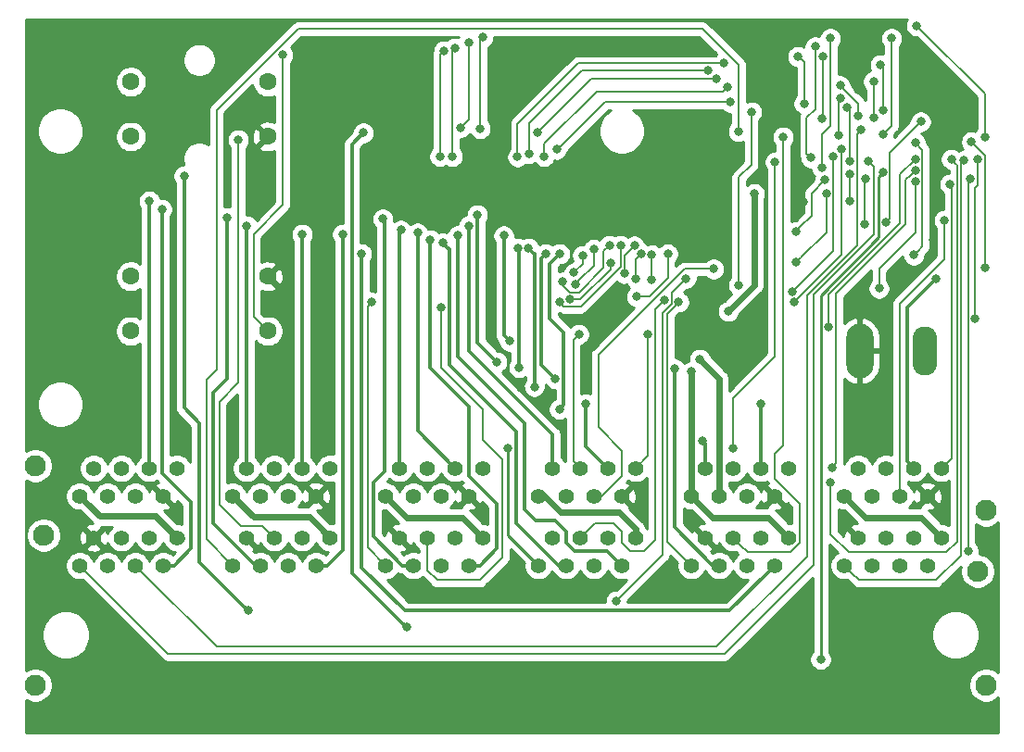
<source format=gbr>
G04 #@! TF.GenerationSoftware,KiCad,Pcbnew,(5.1.0-0)*
G04 #@! TF.CreationDate,2019-04-12T14:29:56-04:00*
G04 #@! TF.ProjectId,pyControl_DSeries,7079436f-6e74-4726-9f6c-5f4453657269,rev?*
G04 #@! TF.SameCoordinates,Original*
G04 #@! TF.FileFunction,Copper,L2,Bot*
G04 #@! TF.FilePolarity,Positive*
%FSLAX46Y46*%
G04 Gerber Fmt 4.6, Leading zero omitted, Abs format (unit mm)*
G04 Created by KiCad (PCBNEW (5.1.0-0)) date 2019-04-12 14:29:56*
%MOMM*%
%LPD*%
G04 APERTURE LIST*
%ADD10C,1.600000*%
%ADD11O,2.500000X5.000000*%
%ADD12O,2.250000X4.500000*%
%ADD13C,1.400000*%
%ADD14C,1.930400*%
%ADD15C,0.800000*%
%ADD16C,0.609600*%
%ADD17C,0.355600*%
%ADD18C,0.203200*%
%ADD19C,0.254000*%
G04 APERTURE END LIST*
D10*
X62330000Y-97242000D03*
X74830000Y-97242000D03*
X74830000Y-92242000D03*
X62330000Y-92242000D03*
D11*
X128905000Y-116840000D03*
D12*
X134905000Y-116840000D03*
D13*
X131318000Y-127571600D03*
X132588000Y-136461600D03*
X117348000Y-127571600D03*
X118618000Y-136461600D03*
X103378000Y-127571600D03*
X104648000Y-136461600D03*
X89408000Y-127571600D03*
X90678000Y-136461600D03*
X75438000Y-127571600D03*
X76708000Y-136461600D03*
X61468000Y-127571600D03*
X62738000Y-136461600D03*
D14*
X140462000Y-147386600D03*
X139700000Y-136972600D03*
X140462000Y-131384600D03*
X53594000Y-127320600D03*
X54356000Y-133670600D03*
X53594000Y-147386600D03*
D13*
X127508000Y-130111600D03*
X136398000Y-133921600D03*
X113538000Y-130111600D03*
X122428000Y-133921600D03*
X99568000Y-130111600D03*
X108458000Y-133921600D03*
X85598000Y-130111600D03*
X94488000Y-133921600D03*
X71628000Y-130111600D03*
X80518000Y-133921600D03*
X57658000Y-130111600D03*
X66548000Y-133921600D03*
X135128000Y-130111600D03*
X128778000Y-133921600D03*
X121158000Y-130111600D03*
X114808000Y-133921600D03*
X107188000Y-130111600D03*
X100838000Y-133921600D03*
X93218000Y-130111600D03*
X86868000Y-133921600D03*
X79248000Y-130111600D03*
X72898000Y-133921600D03*
X65278000Y-130111600D03*
X58928000Y-133921600D03*
X136398000Y-127571600D03*
X127508000Y-136461600D03*
X122428000Y-127571600D03*
X113538000Y-136461600D03*
X108458000Y-127571600D03*
X99568000Y-136461600D03*
X94488000Y-127571600D03*
X85598000Y-136461600D03*
X80518000Y-127571600D03*
X71628000Y-136461600D03*
X66548000Y-127571600D03*
X57658000Y-136461600D03*
X133858000Y-127571600D03*
X130048000Y-136461600D03*
X119888000Y-127571600D03*
X116078000Y-136461600D03*
X105918000Y-127571600D03*
X102108000Y-136461600D03*
X91948000Y-127571600D03*
X88138000Y-136461600D03*
X77978000Y-127571600D03*
X74168000Y-136461600D03*
X64008000Y-127571600D03*
X60198000Y-136461600D03*
X130048000Y-130111600D03*
X133858000Y-133921600D03*
X116078000Y-130111600D03*
X119888000Y-133921600D03*
X102108000Y-130111600D03*
X105918000Y-133921600D03*
X88138000Y-130111600D03*
X91948000Y-133921600D03*
X74168000Y-130111600D03*
X77978000Y-133921600D03*
X60198000Y-130111600D03*
X64008000Y-133921600D03*
X132588000Y-130111600D03*
X131318000Y-133921600D03*
X118618000Y-130111600D03*
X117348000Y-133921600D03*
X104648000Y-130111600D03*
X103378000Y-133921600D03*
X90678000Y-130111600D03*
X89408000Y-133921600D03*
X76708000Y-130111600D03*
X75438000Y-133921600D03*
X62738000Y-130111600D03*
X61468000Y-133921600D03*
X128778000Y-127571600D03*
X135128000Y-136461600D03*
X114808000Y-127571600D03*
X121158000Y-136461600D03*
X100838000Y-127571600D03*
X107188000Y-136461600D03*
X86868000Y-127571600D03*
X93218000Y-136461600D03*
X72898000Y-127571600D03*
X79248000Y-136461600D03*
X58928000Y-127571600D03*
X65278000Y-136461600D03*
D10*
X62330000Y-115022000D03*
X74830000Y-115022000D03*
X74830000Y-110022000D03*
X62330000Y-110022000D03*
D15*
X119282000Y-102460000D03*
X116906700Y-113217300D03*
X98679000Y-138049000D03*
X128778000Y-92964000D03*
X121412000Y-93726000D03*
X126619000Y-138049000D03*
X105537000Y-114046000D03*
X103886000Y-119761000D03*
X56642000Y-138049000D03*
X123805990Y-103181157D03*
X71628000Y-124841000D03*
X112649000Y-138049000D03*
X97917000Y-120269000D03*
X135636000Y-106680000D03*
X96139000Y-96520000D03*
X86106000Y-94996000D03*
X114300000Y-117602000D03*
X113538000Y-118745000D03*
X96901000Y-115951000D03*
X96393000Y-106299000D03*
X113068870Y-110213804D03*
X117856000Y-110839221D03*
X106680000Y-139700000D03*
X119018010Y-94996000D03*
X129032000Y-96647000D03*
X117848499Y-96781502D03*
X129732033Y-99514010D03*
X72136000Y-97536000D03*
X125349000Y-145034000D03*
X131040159Y-100496869D03*
X138430000Y-99441000D03*
X127266000Y-98345911D03*
X112386614Y-112364690D03*
X122966308Y-112364690D03*
X121193402Y-99568000D03*
X117348000Y-125730000D03*
X96774000Y-125730000D03*
X138823623Y-135128000D03*
X139026980Y-101092004D03*
X121919988Y-97282000D03*
X126511014Y-99060000D03*
X111078603Y-112182016D03*
X122793996Y-111413357D03*
X140335000Y-97282000D03*
X134112000Y-87122000D03*
X131063992Y-97028000D03*
X131826000Y-88265006D03*
X76200000Y-89789000D03*
X88519000Y-106044996D03*
X77978000Y-106172000D03*
X64016337Y-103132337D03*
X81660994Y-106172000D03*
X72898000Y-105410000D03*
X71120000Y-104648000D03*
X65150996Y-103885996D03*
X85344000Y-104775000D03*
X86995000Y-105791006D03*
X89662000Y-106680000D03*
X135890000Y-110236000D03*
X119888000Y-121666000D03*
X101092000Y-119380000D03*
X100203000Y-107956379D03*
X93980000Y-104394000D03*
X95758000Y-117856000D03*
X103886002Y-121666000D03*
X90805000Y-106934000D03*
X93218000Y-105410002D03*
X92202000Y-106299000D03*
X91928990Y-89154000D03*
X91694000Y-99060000D03*
X125535486Y-89877980D03*
X125476000Y-95631000D03*
X90932000Y-89408000D03*
X90551000Y-99060000D03*
X123270958Y-89935010D03*
X123825000Y-94234000D03*
X94234000Y-96520000D03*
X125460000Y-100060000D03*
X94488000Y-88145876D03*
X126238000Y-88265000D03*
X124460000Y-99187006D03*
X92456000Y-96412000D03*
X124841000Y-89026996D03*
X93218003Y-88626990D03*
X83407210Y-107956379D03*
X99187000Y-120110210D03*
X98675874Y-107428452D03*
X114554000Y-125050590D03*
X112014000Y-118491000D03*
X97790000Y-118363992D03*
X97663010Y-107448368D03*
X101473000Y-122174000D03*
X101497303Y-107956379D03*
X83566000Y-96901000D03*
X87503000Y-142113000D03*
X67183000Y-100838000D03*
X73025000Y-140589000D03*
X128778000Y-95377000D03*
X127127000Y-92583000D03*
X99441000Y-96901000D03*
X115824000Y-91948000D03*
X127000000Y-97155000D03*
X100076000Y-99060000D03*
X116840000Y-92710000D03*
X127127008Y-93726000D03*
X127762000Y-94615000D03*
X117094000Y-94107000D03*
X101219000Y-98425000D03*
X127976317Y-99473810D03*
X97648022Y-99105853D03*
X116459000Y-90531990D03*
X130810000Y-90678000D03*
X131064000Y-94799705D03*
X130175000Y-95504000D03*
X115062000Y-91186000D03*
X98679002Y-98806002D03*
X130174996Y-92202000D03*
X137159992Y-101586041D03*
X126365000Y-127508000D03*
X133985000Y-100330000D03*
X133985000Y-99314000D03*
X126091990Y-114681000D03*
X109581990Y-115316000D03*
X108538261Y-111879389D03*
X111379000Y-107956379D03*
X107417218Y-109759768D03*
X108331000Y-107232399D03*
X125730000Y-101219000D03*
X106045000Y-107188000D03*
X101806696Y-110533789D03*
X123069388Y-105924388D03*
X136651998Y-104902000D03*
X137287000Y-99314000D03*
X126238000Y-128905000D03*
X140354010Y-109229071D03*
X115570000Y-109347000D03*
X139128500Y-97726500D03*
X130683000Y-111125000D03*
X133985000Y-101346000D03*
X107061000Y-107188000D03*
X101488409Y-112379590D03*
X104609541Y-107530545D03*
X102918561Y-110720744D03*
X129337563Y-105270377D03*
X129413000Y-101092000D03*
X128016000Y-100711000D03*
X102812394Y-109683181D03*
X103593543Y-108115457D03*
X128016000Y-103143010D03*
X102471046Y-112123044D03*
X106183220Y-108791869D03*
X123128124Y-108731765D03*
X125857000Y-102489000D03*
X84328000Y-112395000D03*
X134493000Y-95885000D03*
X108471914Y-110200527D03*
X108990878Y-107919165D03*
X131337010Y-105110455D03*
X90678000Y-112903000D03*
X133985000Y-97790000D03*
X109855000Y-110363010D03*
X109932802Y-108060117D03*
X133858002Y-108077002D03*
X103251000Y-115316000D03*
X139680990Y-99314000D03*
X139477633Y-113919000D03*
D16*
X119282000Y-110842000D02*
X116906700Y-113217300D01*
X119282000Y-102460000D02*
X119282000Y-110842000D01*
X116078000Y-119380000D02*
X114300000Y-117602000D01*
X116078000Y-130111600D02*
X116078000Y-119380000D01*
X66992400Y-133921600D02*
X66548000Y-133921600D01*
X85598000Y-130111600D02*
X87566400Y-132080000D01*
X92646400Y-132080000D02*
X94488000Y-133921600D01*
X87566400Y-132080000D02*
X92646400Y-132080000D01*
X113538000Y-130111600D02*
X115506400Y-132080000D01*
X120586400Y-132080000D02*
X122428000Y-133921600D01*
X115506400Y-132080000D02*
X120586400Y-132080000D01*
X127508000Y-130111600D02*
X129476400Y-132080000D01*
X134556400Y-132080000D02*
X136398000Y-133921600D01*
X129476400Y-132080000D02*
X134556400Y-132080000D01*
X106934000Y-131572000D02*
X108458000Y-133096000D01*
X108458000Y-133096000D02*
X108458000Y-133921600D01*
X101600000Y-131572000D02*
X106934000Y-131572000D01*
X100139600Y-130111600D02*
X101600000Y-131572000D01*
X99568000Y-130111600D02*
X100139600Y-130111600D01*
X73545589Y-132029189D02*
X78625589Y-132029189D01*
X79818001Y-133221601D02*
X80518000Y-133921600D01*
X78625589Y-132029189D02*
X79818001Y-133221601D01*
X71628000Y-130111600D02*
X73545589Y-132029189D01*
D17*
X96393000Y-115443000D02*
X96393000Y-106299000D01*
X96901000Y-115951000D02*
X96393000Y-115443000D01*
D16*
X113538000Y-130111600D02*
X113538000Y-118745000D01*
X58357999Y-130811599D02*
X57658000Y-130111600D01*
X64579400Y-131953000D02*
X59499400Y-131953000D01*
X59499400Y-131953000D02*
X58357999Y-130811599D01*
X66548000Y-133921600D02*
X64579400Y-131953000D01*
D18*
X107079999Y-139300001D02*
X106680000Y-139700000D01*
X110871000Y-135509000D02*
X107079999Y-139300001D01*
X110871000Y-113379595D02*
X110871000Y-135509000D01*
X111732613Y-111550061D02*
X111732613Y-112517982D01*
X113068870Y-110213804D02*
X111732613Y-111550061D01*
X111732613Y-112517982D02*
X110871000Y-113379595D01*
X119018010Y-99802990D02*
X119018010Y-95561685D01*
X119018010Y-95561685D02*
X119018010Y-94996000D01*
X117856000Y-100965000D02*
X119018010Y-99802990D01*
X117856000Y-110839221D02*
X117856000Y-100965000D01*
X70167400Y-143891000D02*
X63437999Y-137161599D01*
X115824000Y-143891000D02*
X70167400Y-143891000D01*
X129032000Y-96647000D02*
X128683553Y-96995447D01*
X124079000Y-135636000D02*
X115824000Y-143891000D01*
X124079000Y-111758590D02*
X124079000Y-135636000D01*
X63437999Y-137161599D02*
X62738000Y-136461600D01*
X128683553Y-107154037D02*
X124079000Y-111758590D01*
X128683553Y-96995447D02*
X128683553Y-107154037D01*
X69215000Y-134048600D02*
X69215000Y-119507000D01*
X71628000Y-136461600D02*
X69215000Y-134048600D01*
X69215000Y-119507000D02*
X70167500Y-118554500D01*
X70167500Y-118554500D02*
X70231000Y-118491000D01*
X117848499Y-90670499D02*
X117848499Y-96781502D01*
X114554000Y-87376000D02*
X117848499Y-90670499D01*
X70167500Y-94805500D02*
X77597000Y-87376000D01*
X77597000Y-87376000D02*
X114554000Y-87376000D01*
X70167500Y-118554500D02*
X70167500Y-94805500D01*
X124714000Y-136398000D02*
X116586000Y-144526000D01*
X65722400Y-144526000D02*
X57658000Y-136461600D01*
X116586000Y-144526000D02*
X65722400Y-144526000D01*
X124714000Y-111662420D02*
X124714000Y-136398000D01*
X130175000Y-106201420D02*
X124714000Y-111662420D01*
X130175000Y-106172000D02*
X130175000Y-99956977D01*
X130175000Y-99956977D02*
X130132032Y-99914009D01*
X130132032Y-99914009D02*
X129732033Y-99514010D01*
X72136000Y-97536000D02*
X72136000Y-97536000D01*
X72136000Y-119761000D02*
X72136000Y-97536000D01*
X70408811Y-121488189D02*
X72136000Y-119761000D01*
X74358400Y-132842000D02*
X72390000Y-132842000D01*
X70408811Y-130860811D02*
X70408811Y-121488189D01*
X72390000Y-132842000D02*
X70408811Y-130860811D01*
X75438000Y-133921600D02*
X74358400Y-132842000D01*
D19*
X130640160Y-106468840D02*
X130640160Y-100896868D01*
X130640160Y-100896868D02*
X131040159Y-100496869D01*
X125349000Y-145034000D02*
X125349000Y-111760000D01*
X125349000Y-111760000D02*
X130640160Y-106468840D01*
D18*
X128207999Y-137161599D02*
X127508000Y-136461600D01*
X135890000Y-137795000D02*
X128841400Y-137795000D01*
X128841400Y-137795000D02*
X128207999Y-137161599D01*
X138169613Y-135515387D02*
X135890000Y-137795000D01*
X138169613Y-99701387D02*
X138169613Y-135515387D01*
X138430000Y-99441000D02*
X138169613Y-99701387D01*
X123366307Y-111964691D02*
X122966308Y-112364690D01*
X127266000Y-108064998D02*
X123366307Y-111964691D01*
X127266000Y-98345911D02*
X127266000Y-108064998D01*
X112386614Y-112403386D02*
X112386614Y-112364690D01*
X111359998Y-113430002D02*
X112386614Y-112403386D01*
X111359998Y-134283598D02*
X111359998Y-113430002D01*
X113538000Y-136461600D02*
X111359998Y-134283598D01*
D19*
X96774000Y-133667600D02*
X99568000Y-136461600D01*
X96774000Y-125730000D02*
X96774000Y-133667600D01*
D18*
X117348000Y-125164315D02*
X117348000Y-125730000D01*
X121158000Y-117348000D02*
X117348000Y-121158000D01*
X117348000Y-121158000D02*
X117348000Y-125164315D01*
X121158000Y-99603402D02*
X121158000Y-117348000D01*
X121193402Y-99568000D02*
X121158000Y-99603402D01*
X138823623Y-101295361D02*
X139026980Y-101092004D01*
X138823623Y-135128000D02*
X138823623Y-101295361D01*
X118047999Y-134621599D02*
X117348000Y-133921600D01*
X118681400Y-135255000D02*
X118047999Y-134621599D01*
X122555000Y-135255000D02*
X118681400Y-135255000D01*
X123444000Y-134366000D02*
X122555000Y-135255000D01*
X123444000Y-130810000D02*
X123444000Y-134366000D01*
X121158000Y-128524000D02*
X123444000Y-130810000D01*
X121919988Y-125476012D02*
X121158000Y-126238000D01*
X121158000Y-126238000D02*
X121158000Y-128524000D01*
X121919988Y-97282000D02*
X121919988Y-125476012D01*
X110236000Y-134112000D02*
X110236000Y-113024619D01*
X107188000Y-134366000D02*
X107950000Y-135128000D01*
X107188000Y-133350000D02*
X107188000Y-134366000D01*
X104711600Y-132588000D02*
X106426000Y-132588000D01*
X106426000Y-132588000D02*
X107188000Y-133350000D01*
X103378000Y-133921600D02*
X104711600Y-132588000D01*
X109220000Y-135128000D02*
X110236000Y-134112000D01*
X107950000Y-135128000D02*
X109220000Y-135128000D01*
X110236000Y-113024619D02*
X110678604Y-112582015D01*
X110678604Y-112582015D02*
X111078603Y-112182016D01*
X123193995Y-111013358D02*
X122793996Y-111413357D01*
X126511014Y-107696339D02*
X123193995Y-111013358D01*
X126511014Y-99060000D02*
X126511014Y-107696339D01*
X134511999Y-87521999D02*
X134112000Y-87122000D01*
X140335000Y-97282000D02*
X140335000Y-93345000D01*
X140335000Y-93345000D02*
X134511999Y-87521999D01*
X74830000Y-115022000D02*
X73533000Y-113725000D01*
X73533000Y-113725000D02*
X73533000Y-106172000D01*
X76200000Y-103505000D02*
X76200000Y-90354685D01*
X76200000Y-90354685D02*
X76200000Y-89789000D01*
X73533000Y-106172000D02*
X76200000Y-103505000D01*
X131063992Y-97028000D02*
X131845001Y-96246991D01*
X131826000Y-94155078D02*
X131826000Y-88830691D01*
X131845001Y-96246991D02*
X131845001Y-94174079D01*
X131826000Y-88830691D02*
X131826000Y-88265006D01*
X131845001Y-94174079D02*
X131826000Y-94155078D01*
D17*
X88519000Y-124142600D02*
X91948000Y-127571600D01*
X88519000Y-106044996D02*
X88519000Y-124142600D01*
X77978000Y-127571600D02*
X77978000Y-106172000D01*
X64008000Y-127571600D02*
X64008000Y-103140674D01*
X64008000Y-103140674D02*
X64016337Y-103132337D01*
X81660994Y-135038555D02*
X81660994Y-106737685D01*
X79248000Y-136461600D02*
X80237949Y-136461600D01*
X80237949Y-136461600D02*
X81660994Y-135038555D01*
X81660994Y-106737685D02*
X81660994Y-106172000D01*
X72898000Y-127571600D02*
X72898000Y-105410000D01*
X71120000Y-105213685D02*
X71120000Y-104648000D01*
X69850000Y-120650000D02*
X71120000Y-119380000D01*
X69850000Y-132588000D02*
X69850000Y-120650000D01*
X71120000Y-119380000D02*
X71120000Y-105213685D01*
X73723600Y-136461600D02*
X69850000Y-132588000D01*
X74168000Y-136461600D02*
X73723600Y-136461600D01*
X67818000Y-134911549D02*
X67818000Y-130683000D01*
X66267949Y-136461600D02*
X67818000Y-134911549D01*
X65150996Y-128015996D02*
X65150996Y-103885996D01*
X67818000Y-130683000D02*
X65150996Y-128015996D01*
X65278000Y-136461600D02*
X66267949Y-136461600D01*
X85471000Y-127889000D02*
X85471000Y-104902000D01*
X85471000Y-104902000D02*
X85344000Y-104775000D01*
X88138000Y-136461600D02*
X87148051Y-136461600D01*
X84505811Y-133819360D02*
X84505811Y-128854189D01*
X84505811Y-128854189D02*
X85471000Y-127889000D01*
X87148051Y-136461600D02*
X84505811Y-133819360D01*
X86868000Y-127571600D02*
X86868000Y-105918006D01*
X86868000Y-105918006D02*
X86995000Y-105791006D01*
X89662000Y-107245685D02*
X89662000Y-106680000D01*
X89662000Y-118364000D02*
X89662000Y-107245685D01*
X94207949Y-136461600D02*
X95758000Y-134911549D01*
X93218000Y-136461600D02*
X94207949Y-136461600D01*
X95758000Y-134911549D02*
X95758000Y-130810000D01*
X95758000Y-130810000D02*
X93218000Y-128270000D01*
X93218000Y-121920000D02*
X89662000Y-118364000D01*
X93218000Y-128270000D02*
X93218000Y-121920000D01*
X133223000Y-112903000D02*
X135490001Y-110635999D01*
X135490001Y-110635999D02*
X135890000Y-110236000D01*
X133223000Y-126936600D02*
X133223000Y-112903000D01*
X133858000Y-127571600D02*
X133223000Y-126936600D01*
X119888000Y-127571600D02*
X119888000Y-121666000D01*
X101092000Y-119380000D02*
X99803001Y-118091001D01*
X99803001Y-118091001D02*
X99803001Y-108356378D01*
X99803001Y-108356378D02*
X100203000Y-107956379D01*
X93980000Y-104959685D02*
X93980000Y-104394000D01*
X93980000Y-112903000D02*
X93980000Y-104959685D01*
X93980000Y-116078000D02*
X93980000Y-112903000D01*
X95758000Y-117856000D02*
X93980000Y-116078000D01*
X103886002Y-125539602D02*
X103886002Y-122231685D01*
X105918000Y-127571600D02*
X103886002Y-125539602D01*
X103886002Y-122231685D02*
X103886002Y-121666000D01*
X91204999Y-107333999D02*
X90805000Y-106934000D01*
X97536000Y-132588000D02*
X97536000Y-124206000D01*
X91408202Y-118078202D02*
X91408202Y-107537202D01*
X91408202Y-107537202D02*
X91204999Y-107333999D01*
X97536000Y-124206000D02*
X91408202Y-118078202D01*
X101409600Y-136461600D02*
X97536000Y-132588000D01*
X102108000Y-136461600D02*
X101409600Y-136461600D01*
X93218000Y-116840000D02*
X93218000Y-105975687D01*
X100838000Y-127571600D02*
X100838000Y-124460000D01*
X100838000Y-124460000D02*
X93218000Y-116840000D01*
X93218000Y-105975687D02*
X93218000Y-105410002D01*
X92202000Y-106864685D02*
X92202000Y-106299000D01*
X98298000Y-123444000D02*
X92202000Y-117348000D01*
X99314000Y-132334000D02*
X98298000Y-131318000D01*
X98298000Y-131318000D02*
X98298000Y-123444000D01*
X102870000Y-135128000D02*
X102108000Y-134366000D01*
X105854400Y-135128000D02*
X102870000Y-135128000D01*
X102108000Y-133350000D02*
X101092000Y-132334000D01*
X107188000Y-136461600D02*
X105854400Y-135128000D01*
X92202000Y-117348000D02*
X92202000Y-106864685D01*
X101092000Y-132334000D02*
X99314000Y-132334000D01*
X102108000Y-134366000D02*
X102108000Y-133350000D01*
D18*
X91694000Y-89388990D02*
X91928990Y-89154000D01*
X91694000Y-99060000D02*
X91694000Y-89388990D01*
X125535486Y-89877980D02*
X125535486Y-95571514D01*
X125535486Y-95571514D02*
X125476000Y-95631000D01*
X90551000Y-89789000D02*
X90932000Y-89408000D01*
X90551000Y-99060000D02*
X90551000Y-89789000D01*
X123336010Y-89935010D02*
X123270958Y-89935010D01*
X123825000Y-90424000D02*
X123336010Y-89935010D01*
X123825000Y-94234000D02*
X123825000Y-90424000D01*
X94234000Y-96520000D02*
X94234000Y-88399876D01*
X94234000Y-88399876D02*
X94488000Y-88145876D01*
X125460000Y-97044000D02*
X126238000Y-96266000D01*
X125460000Y-100060000D02*
X125460000Y-97044000D01*
X126238000Y-88830685D02*
X126238000Y-88265000D01*
X126238000Y-96266000D02*
X126238000Y-88830685D01*
X93218003Y-89192675D02*
X93218003Y-88626990D01*
X93218003Y-95649997D02*
X93218003Y-89192675D01*
X92456000Y-96412000D02*
X93218003Y-95649997D01*
X124060001Y-95522999D02*
X124841000Y-94742000D01*
X124060001Y-98787007D02*
X124060001Y-95522999D01*
X124460000Y-99187006D02*
X124060001Y-98787007D01*
X124841000Y-94742000D02*
X124841000Y-89026996D01*
D17*
X83407210Y-107956379D02*
X83407210Y-136620210D01*
X120458001Y-137161599D02*
X121158000Y-136461600D01*
X117030600Y-140589000D02*
X120458001Y-137161599D01*
X87376000Y-140589000D02*
X117030600Y-140589000D01*
X83407210Y-136620210D02*
X87376000Y-140589000D01*
X99187000Y-107939578D02*
X99075873Y-107828451D01*
X99187000Y-120110210D02*
X99187000Y-107939578D01*
X99075873Y-107828451D02*
X98675874Y-107428452D01*
X114808000Y-127571600D02*
X114808000Y-125304590D01*
X114808000Y-125304590D02*
X114554000Y-125050590D01*
X97790000Y-118363992D02*
X97790000Y-107575358D01*
X97790000Y-107575358D02*
X97663010Y-107448368D01*
X112014000Y-132969000D02*
X115506600Y-136461600D01*
X115506600Y-136461600D02*
X116078000Y-136461600D01*
X112014000Y-118491000D02*
X112014000Y-132969000D01*
X101097304Y-108356378D02*
X101497303Y-107956379D01*
X100584000Y-113856704D02*
X100584000Y-108869682D01*
X101872999Y-115145703D02*
X100584000Y-113856704D01*
X100584000Y-108869682D02*
X101097304Y-108356378D01*
X101872999Y-121774001D02*
X101872999Y-115145703D01*
X101473000Y-122174000D02*
X101872999Y-121774001D01*
X87103001Y-141713001D02*
X87503000Y-142113000D01*
X82531001Y-137141001D02*
X87103001Y-141713001D01*
X83566000Y-96901000D02*
X82531001Y-97935999D01*
X82531001Y-97935999D02*
X82531001Y-137141001D01*
X67183000Y-100838000D02*
X67183000Y-122047000D01*
X67183000Y-122047000D02*
X68579998Y-123443998D01*
X68579998Y-123443998D02*
X68579998Y-136143998D01*
X72625001Y-140189001D02*
X73025000Y-140589000D01*
X68579998Y-136143998D02*
X72625001Y-140189001D01*
D18*
X128778000Y-95377000D02*
X128778000Y-94234000D01*
X128778000Y-94234000D02*
X127526999Y-92982999D01*
X127526999Y-92982999D02*
X127127000Y-92583000D01*
X115258315Y-91948000D02*
X115824000Y-91948000D01*
X99441000Y-96901000D02*
X104394000Y-91948000D01*
X104394000Y-91948000D02*
X115258315Y-91948000D01*
X116440001Y-93109999D02*
X116840000Y-92710000D01*
X104883001Y-93109999D02*
X116440001Y-93109999D01*
X100076000Y-97917000D02*
X104883001Y-93109999D01*
X100076000Y-99060000D02*
X100076000Y-97917000D01*
X127000000Y-97155000D02*
X127000000Y-93853008D01*
X127000000Y-93853008D02*
X127127008Y-93726000D01*
X117094000Y-94107000D02*
X105664000Y-94107000D01*
X101346000Y-98425000D02*
X101219000Y-98425000D01*
X105664000Y-94107000D02*
X101346000Y-98425000D01*
X127976317Y-98908125D02*
X127976317Y-99473810D01*
X127976317Y-94829317D02*
X127976317Y-98908125D01*
X127762000Y-94615000D02*
X127976317Y-94829317D01*
X103212325Y-90531990D02*
X115893315Y-90531990D01*
X97648022Y-99105853D02*
X97648022Y-96096293D01*
X115893315Y-90531990D02*
X116459000Y-90531990D01*
X97648022Y-96096293D02*
X103212325Y-90531990D01*
X131064000Y-90932000D02*
X131064000Y-94799705D01*
X130810000Y-90678000D02*
X131064000Y-90932000D01*
X130175000Y-92202004D02*
X130174996Y-92202000D01*
X130175000Y-95504000D02*
X130175000Y-92202004D01*
X98679000Y-98806000D02*
X98679002Y-98806002D01*
X98679000Y-96012000D02*
X98679000Y-98806000D01*
X103505000Y-91186000D02*
X98679000Y-96012000D01*
X115062000Y-91186000D02*
X103505000Y-91186000D01*
X137306001Y-101732050D02*
X137159992Y-101586041D01*
X137306001Y-126663599D02*
X137306001Y-101732050D01*
X136398000Y-127571600D02*
X137306001Y-126663599D01*
X133585001Y-100729999D02*
X133985000Y-100330000D01*
X126764999Y-127108001D02*
X126764999Y-111614001D01*
X133127776Y-105251224D02*
X133127776Y-101187224D01*
X126764999Y-111614001D02*
X133127776Y-105251224D01*
X133127776Y-101187224D02*
X133585001Y-100729999D01*
X126365000Y-127508000D02*
X126764999Y-127108001D01*
X108458000Y-127571600D02*
X109581990Y-126447610D01*
X109581990Y-115881685D02*
X109581990Y-115316000D01*
X109581990Y-126447610D02*
X109581990Y-115881685D01*
X126091990Y-114115315D02*
X126091990Y-114681000D01*
X126091990Y-111652010D02*
X126091990Y-114115315D01*
X132588000Y-105156000D02*
X126091990Y-111652010D01*
X132588000Y-100711000D02*
X132588000Y-105156000D01*
X133985000Y-99314000D02*
X132588000Y-100711000D01*
X111379000Y-108522064D02*
X111379000Y-107956379D01*
X108538261Y-111879389D02*
X109687533Y-111879389D01*
X109687533Y-111879389D02*
X111379000Y-110187922D01*
X111379000Y-110187922D02*
X111379000Y-108522064D01*
X107417218Y-108146181D02*
X107931001Y-107632398D01*
X107417218Y-109759768D02*
X107417218Y-108146181D01*
X107931001Y-107632398D02*
X108331000Y-107232399D01*
X102452043Y-111469043D02*
X101806696Y-110823696D01*
X101806696Y-110823696D02*
X101806696Y-110533789D01*
X103287957Y-111469043D02*
X102452043Y-111469043D01*
X106045000Y-107188000D02*
X105529218Y-107703782D01*
X105529218Y-109227782D02*
X103287957Y-111469043D01*
X105529218Y-107703782D02*
X105529218Y-109227782D01*
X124518647Y-102430353D02*
X124518647Y-104475129D01*
X125730000Y-101219000D02*
X124518647Y-102430353D01*
X123469387Y-105524389D02*
X123069388Y-105924388D01*
X124518647Y-104475129D02*
X123469387Y-105524389D01*
X136651998Y-105467685D02*
X136651998Y-104902000D01*
X136651998Y-108458002D02*
X136651998Y-105467685D01*
X132588000Y-112522000D02*
X136651998Y-108458002D01*
X132588000Y-130111600D02*
X132588000Y-112522000D01*
X137686999Y-99713999D02*
X137287000Y-99314000D01*
X137814002Y-134258002D02*
X137814002Y-99841002D01*
X136817004Y-135255000D02*
X137814002Y-134258002D01*
X137814002Y-99841002D02*
X137686999Y-99713999D01*
X126238000Y-128905000D02*
X126238000Y-133604000D01*
X126238000Y-133604000D02*
X127889000Y-135255000D01*
X127889000Y-135255000D02*
X136817004Y-135255000D01*
X139528499Y-98126499D02*
X139128500Y-97726500D01*
X140354010Y-109229071D02*
X140354010Y-98952010D01*
X140354010Y-98952010D02*
X139528499Y-98126499D01*
X107188000Y-128270000D02*
X105346400Y-130111600D01*
X105029000Y-123825000D02*
X107188000Y-125984000D01*
X105029000Y-117221000D02*
X105029000Y-123825000D01*
X112903000Y-109347000D02*
X105029000Y-117221000D01*
X107188000Y-125984000D02*
X107188000Y-128270000D01*
X105346400Y-130111600D02*
X104648000Y-130111600D01*
X115570000Y-109347000D02*
X112903000Y-109347000D01*
X133985000Y-106045000D02*
X133985000Y-101346000D01*
X130683000Y-109347000D02*
X133985000Y-106045000D01*
X130683000Y-111125000D02*
X130683000Y-109347000D01*
X103429473Y-112779589D02*
X101888408Y-112779589D01*
X107061000Y-107188000D02*
X107061000Y-109148062D01*
X101888408Y-112779589D02*
X101488409Y-112379590D01*
X107061000Y-109148062D02*
X103429473Y-112779589D01*
X104609541Y-109029764D02*
X103318560Y-110320745D01*
X104609541Y-107530545D02*
X104609541Y-109029764D01*
X103318560Y-110320745D02*
X102918561Y-110720744D01*
X129337563Y-101167437D02*
X129413000Y-101092000D01*
X129337563Y-105270377D02*
X129337563Y-101167437D01*
X103593543Y-108902032D02*
X103593543Y-108115457D01*
X102812394Y-109683181D02*
X103593543Y-108902032D01*
X128016000Y-100711000D02*
X128016000Y-103143010D01*
X106183220Y-108791869D02*
X106183220Y-109357554D01*
X106183220Y-109357554D02*
X103417730Y-112123044D01*
X103417730Y-112123044D02*
X103036731Y-112123044D01*
X103036731Y-112123044D02*
X102471046Y-112123044D01*
X125857000Y-106002889D02*
X123528123Y-108331766D01*
X123528123Y-108331766D02*
X123128124Y-108731765D01*
X125857000Y-102489000D02*
X125857000Y-106002889D01*
X83947000Y-112776000D02*
X84328000Y-112395000D01*
X83947000Y-134810600D02*
X83947000Y-112776000D01*
X85598000Y-136461600D02*
X83947000Y-134810600D01*
X108590879Y-108319164D02*
X108990878Y-107919165D01*
X108471914Y-108438129D02*
X108590879Y-108319164D01*
X108471914Y-110200527D02*
X108471914Y-108438129D01*
X131694161Y-104753304D02*
X131337010Y-105110455D01*
X131694161Y-98683839D02*
X131694161Y-104753304D01*
X134493000Y-95885000D02*
X131694161Y-98683839D01*
X109855000Y-108137919D02*
X109932802Y-108060117D01*
X109855000Y-110363010D02*
X109855000Y-108137919D01*
X90678000Y-118364000D02*
X90678000Y-112903000D01*
X94488000Y-122174000D02*
X90678000Y-118364000D01*
X96266000Y-126746000D02*
X94488000Y-124968000D01*
X94234000Y-137795000D02*
X96266000Y-135763000D01*
X96266000Y-135763000D02*
X96266000Y-126746000D01*
X90297000Y-137795000D02*
X94234000Y-137795000D01*
X94488000Y-124968000D02*
X94488000Y-122174000D01*
X89408000Y-136906000D02*
X90297000Y-137795000D01*
X89408000Y-133921600D02*
X89408000Y-136906000D01*
X134639001Y-98444001D02*
X134639001Y-107296003D01*
X134639001Y-107296003D02*
X134258001Y-107677003D01*
X133985000Y-97790000D02*
X134639001Y-98444001D01*
X134258001Y-107677003D02*
X133858002Y-108077002D01*
X102743000Y-126936600D02*
X102743000Y-115824000D01*
X102743000Y-115824000D02*
X103251000Y-115316000D01*
X103378000Y-127571600D02*
X102743000Y-126936600D01*
X139477633Y-101901289D02*
X139477633Y-113353315D01*
X139680990Y-99314000D02*
X139680990Y-101697932D01*
X139680990Y-101697932D02*
X139477633Y-101901289D01*
X139477633Y-113353315D02*
X139477633Y-113919000D01*
D19*
G36*
X133194795Y-86631744D02*
G01*
X133116774Y-86820102D01*
X133077000Y-87020061D01*
X133077000Y-87223939D01*
X133116774Y-87423898D01*
X133194795Y-87612256D01*
X133308063Y-87781774D01*
X133452226Y-87925937D01*
X133621744Y-88039205D01*
X133810102Y-88117226D01*
X134010061Y-88157000D01*
X134105291Y-88157000D01*
X139598401Y-93650111D01*
X139598400Y-96554889D01*
X139531063Y-96622226D01*
X139452173Y-96740294D01*
X139430398Y-96731274D01*
X139230439Y-96691500D01*
X139026561Y-96691500D01*
X138826602Y-96731274D01*
X138638244Y-96809295D01*
X138468726Y-96922563D01*
X138324563Y-97066726D01*
X138211295Y-97236244D01*
X138133274Y-97424602D01*
X138093500Y-97624561D01*
X138093500Y-97828439D01*
X138133274Y-98028398D01*
X138211295Y-98216756D01*
X138324563Y-98386274D01*
X138344289Y-98406000D01*
X138328061Y-98406000D01*
X138128102Y-98445774D01*
X137954425Y-98517714D01*
X137946774Y-98510063D01*
X137777256Y-98396795D01*
X137588898Y-98318774D01*
X137388939Y-98279000D01*
X137185061Y-98279000D01*
X136985102Y-98318774D01*
X136796744Y-98396795D01*
X136627226Y-98510063D01*
X136483063Y-98654226D01*
X136369795Y-98823744D01*
X136291774Y-99012102D01*
X136252000Y-99212061D01*
X136252000Y-99415939D01*
X136291774Y-99615898D01*
X136369795Y-99804256D01*
X136483063Y-99973774D01*
X136627226Y-100117937D01*
X136796744Y-100231205D01*
X136985102Y-100309226D01*
X137077403Y-100327586D01*
X137077403Y-100551041D01*
X137058053Y-100551041D01*
X136858094Y-100590815D01*
X136669736Y-100668836D01*
X136500218Y-100782104D01*
X136356055Y-100926267D01*
X136242787Y-101095785D01*
X136164766Y-101284143D01*
X136124992Y-101484102D01*
X136124992Y-101687980D01*
X136164766Y-101887939D01*
X136242787Y-102076297D01*
X136356055Y-102245815D01*
X136500218Y-102389978D01*
X136569402Y-102436205D01*
X136569402Y-103867000D01*
X136550059Y-103867000D01*
X136350100Y-103906774D01*
X136161742Y-103984795D01*
X135992224Y-104098063D01*
X135848061Y-104242226D01*
X135734793Y-104411744D01*
X135656772Y-104600102D01*
X135616998Y-104800061D01*
X135616998Y-105003939D01*
X135656772Y-105203898D01*
X135734793Y-105392256D01*
X135848061Y-105561774D01*
X135915399Y-105629112D01*
X135915398Y-108152892D01*
X132092732Y-111975559D01*
X132064626Y-111998625D01*
X132041560Y-112026731D01*
X132041558Y-112026733D01*
X131972576Y-112110788D01*
X131904178Y-112238753D01*
X131885973Y-112298767D01*
X131864473Y-112369645D01*
X131862059Y-112377602D01*
X131847836Y-112522000D01*
X131851401Y-112558193D01*
X131851400Y-126347549D01*
X131707405Y-126287904D01*
X131449486Y-126236600D01*
X131186514Y-126236600D01*
X130928595Y-126287904D01*
X130685641Y-126388539D01*
X130466987Y-126534638D01*
X130281038Y-126720587D01*
X130134939Y-126939241D01*
X130048000Y-127149130D01*
X129961061Y-126939241D01*
X129814962Y-126720587D01*
X129629013Y-126534638D01*
X129410359Y-126388539D01*
X129167405Y-126287904D01*
X128909486Y-126236600D01*
X128646514Y-126236600D01*
X128388595Y-126287904D01*
X128145641Y-126388539D01*
X127926987Y-126534638D01*
X127741038Y-126720587D01*
X127594939Y-126939241D01*
X127498963Y-127170946D01*
X127501599Y-127144187D01*
X127501599Y-127144185D01*
X127505163Y-127108002D01*
X127501599Y-127071818D01*
X127501599Y-119342165D01*
X127661906Y-119512699D01*
X127963347Y-119727878D01*
X128300975Y-119880114D01*
X128485355Y-119927695D01*
X128778000Y-119811572D01*
X128778000Y-116967000D01*
X129032000Y-116967000D01*
X129032000Y-119811572D01*
X129324645Y-119927695D01*
X129509025Y-119880114D01*
X129846653Y-119727878D01*
X130148094Y-119512699D01*
X130401763Y-119242847D01*
X130597912Y-118928691D01*
X130729004Y-118582305D01*
X130790000Y-118217000D01*
X130790000Y-116967000D01*
X129032000Y-116967000D01*
X128778000Y-116967000D01*
X128758000Y-116967000D01*
X128758000Y-116713000D01*
X128778000Y-116713000D01*
X128778000Y-113868428D01*
X129032000Y-113868428D01*
X129032000Y-116713000D01*
X130790000Y-116713000D01*
X130790000Y-115463000D01*
X130729004Y-115097695D01*
X130597912Y-114751309D01*
X130401763Y-114437153D01*
X130148094Y-114167301D01*
X129846653Y-113952122D01*
X129509025Y-113799886D01*
X129324645Y-113752305D01*
X129032000Y-113868428D01*
X128778000Y-113868428D01*
X128485355Y-113752305D01*
X128300975Y-113799886D01*
X127963347Y-113952122D01*
X127661906Y-114167301D01*
X127501599Y-114337835D01*
X127501599Y-111919110D01*
X129946401Y-109474309D01*
X129946400Y-110397889D01*
X129879063Y-110465226D01*
X129765795Y-110634744D01*
X129687774Y-110823102D01*
X129648000Y-111023061D01*
X129648000Y-111226939D01*
X129687774Y-111426898D01*
X129765795Y-111615256D01*
X129879063Y-111784774D01*
X130023226Y-111928937D01*
X130192744Y-112042205D01*
X130381102Y-112120226D01*
X130581061Y-112160000D01*
X130784939Y-112160000D01*
X130984898Y-112120226D01*
X131173256Y-112042205D01*
X131342774Y-111928937D01*
X131486937Y-111784774D01*
X131600205Y-111615256D01*
X131678226Y-111426898D01*
X131718000Y-111226939D01*
X131718000Y-111023061D01*
X131678226Y-110823102D01*
X131600205Y-110634744D01*
X131486937Y-110465226D01*
X131419600Y-110397889D01*
X131419600Y-109652109D01*
X132834577Y-108237133D01*
X132862776Y-108378900D01*
X132940797Y-108567258D01*
X133054065Y-108736776D01*
X133198228Y-108880939D01*
X133367746Y-108994207D01*
X133556104Y-109072228D01*
X133756063Y-109112002D01*
X133959941Y-109112002D01*
X134159900Y-109072228D01*
X134348258Y-108994207D01*
X134517776Y-108880939D01*
X134661939Y-108736776D01*
X134775207Y-108567258D01*
X134853228Y-108378900D01*
X134893002Y-108178941D01*
X134893002Y-108083711D01*
X135134259Y-107842453D01*
X135162376Y-107819378D01*
X135254425Y-107707216D01*
X135322823Y-107579252D01*
X135364943Y-107440402D01*
X135375601Y-107332189D01*
X135375601Y-107332180D01*
X135379164Y-107296004D01*
X135375601Y-107259828D01*
X135375601Y-98480176D01*
X135379164Y-98444000D01*
X135375601Y-98407824D01*
X135375601Y-98407815D01*
X135364943Y-98299602D01*
X135322823Y-98160752D01*
X135254425Y-98032788D01*
X135227530Y-98000017D01*
X135185443Y-97948733D01*
X135185438Y-97948728D01*
X135162375Y-97920626D01*
X135134274Y-97897564D01*
X135020000Y-97783290D01*
X135020000Y-97688061D01*
X134980226Y-97488102D01*
X134902205Y-97299744D01*
X134788937Y-97130226D01*
X134644774Y-96986063D01*
X134545903Y-96920000D01*
X134594939Y-96920000D01*
X134794898Y-96880226D01*
X134983256Y-96802205D01*
X135152774Y-96688937D01*
X135296937Y-96544774D01*
X135410205Y-96375256D01*
X135488226Y-96186898D01*
X135528000Y-95986939D01*
X135528000Y-95783061D01*
X135488226Y-95583102D01*
X135410205Y-95394744D01*
X135296937Y-95225226D01*
X135152774Y-95081063D01*
X134983256Y-94967795D01*
X134794898Y-94889774D01*
X134594939Y-94850000D01*
X134391061Y-94850000D01*
X134191102Y-94889774D01*
X134002744Y-94967795D01*
X133833226Y-95081063D01*
X133689063Y-95225226D01*
X133575795Y-95394744D01*
X133497774Y-95583102D01*
X133458000Y-95783061D01*
X133458000Y-95878290D01*
X132072335Y-97263956D01*
X132098992Y-97129939D01*
X132098992Y-97034710D01*
X132340274Y-96793428D01*
X132368375Y-96770366D01*
X132391438Y-96742264D01*
X132391443Y-96742259D01*
X132460425Y-96658204D01*
X132476877Y-96627424D01*
X132528823Y-96530240D01*
X132570943Y-96391390D01*
X132581601Y-96283177D01*
X132581601Y-96283176D01*
X132585165Y-96246991D01*
X132581601Y-96210805D01*
X132581601Y-94210254D01*
X132585164Y-94174078D01*
X132581601Y-94137902D01*
X132581601Y-94137893D01*
X132570943Y-94029680D01*
X132562600Y-94002177D01*
X132562600Y-88992117D01*
X132629937Y-88924780D01*
X132743205Y-88755262D01*
X132821226Y-88566904D01*
X132861000Y-88366945D01*
X132861000Y-88163067D01*
X132821226Y-87963108D01*
X132743205Y-87774750D01*
X132629937Y-87605232D01*
X132485774Y-87461069D01*
X132316256Y-87347801D01*
X132127898Y-87269780D01*
X131927939Y-87230006D01*
X131724061Y-87230006D01*
X131524102Y-87269780D01*
X131335744Y-87347801D01*
X131166226Y-87461069D01*
X131022063Y-87605232D01*
X130908795Y-87774750D01*
X130830774Y-87963108D01*
X130791000Y-88163067D01*
X130791000Y-88366945D01*
X130830774Y-88566904D01*
X130908795Y-88755262D01*
X131022063Y-88924780D01*
X131089401Y-88992118D01*
X131089401Y-89678299D01*
X130911939Y-89643000D01*
X130708061Y-89643000D01*
X130508102Y-89682774D01*
X130319744Y-89760795D01*
X130150226Y-89874063D01*
X130006063Y-90018226D01*
X129892795Y-90187744D01*
X129814774Y-90376102D01*
X129775000Y-90576061D01*
X129775000Y-90779939D01*
X129814774Y-90979898D01*
X129892795Y-91168256D01*
X129913202Y-91198797D01*
X129873098Y-91206774D01*
X129684740Y-91284795D01*
X129515222Y-91398063D01*
X129371059Y-91542226D01*
X129257791Y-91711744D01*
X129179770Y-91900102D01*
X129139996Y-92100061D01*
X129139996Y-92303939D01*
X129179770Y-92503898D01*
X129257791Y-92692256D01*
X129371059Y-92861774D01*
X129438401Y-92929116D01*
X129438400Y-93906932D01*
X129393424Y-93822787D01*
X129301375Y-93710625D01*
X129273269Y-93687559D01*
X128162000Y-92576291D01*
X128162000Y-92481061D01*
X128122226Y-92281102D01*
X128044205Y-92092744D01*
X127930937Y-91923226D01*
X127786774Y-91779063D01*
X127617256Y-91665795D01*
X127428898Y-91587774D01*
X127228939Y-91548000D01*
X127025061Y-91548000D01*
X126974600Y-91558037D01*
X126974600Y-88992111D01*
X127041937Y-88924774D01*
X127155205Y-88755256D01*
X127233226Y-88566898D01*
X127273000Y-88366939D01*
X127273000Y-88163061D01*
X127233226Y-87963102D01*
X127155205Y-87774744D01*
X127041937Y-87605226D01*
X126897774Y-87461063D01*
X126728256Y-87347795D01*
X126539898Y-87269774D01*
X126339939Y-87230000D01*
X126136061Y-87230000D01*
X125936102Y-87269774D01*
X125747744Y-87347795D01*
X125578226Y-87461063D01*
X125434063Y-87605226D01*
X125320795Y-87774744D01*
X125242774Y-87963102D01*
X125222552Y-88064764D01*
X125142898Y-88031770D01*
X124942939Y-87991996D01*
X124739061Y-87991996D01*
X124539102Y-88031770D01*
X124350744Y-88109791D01*
X124181226Y-88223059D01*
X124037063Y-88367222D01*
X123923795Y-88536740D01*
X123845774Y-88725098D01*
X123806000Y-88925057D01*
X123806000Y-89047730D01*
X123761214Y-89017805D01*
X123572856Y-88939784D01*
X123372897Y-88900010D01*
X123169019Y-88900010D01*
X122969060Y-88939784D01*
X122780702Y-89017805D01*
X122611184Y-89131073D01*
X122467021Y-89275236D01*
X122353753Y-89444754D01*
X122275732Y-89633112D01*
X122235958Y-89833071D01*
X122235958Y-90036949D01*
X122275732Y-90236908D01*
X122353753Y-90425266D01*
X122467021Y-90594784D01*
X122611184Y-90738947D01*
X122780702Y-90852215D01*
X122969060Y-90930236D01*
X123088401Y-90953974D01*
X123088400Y-93506889D01*
X123021063Y-93574226D01*
X122907795Y-93743744D01*
X122829774Y-93932102D01*
X122790000Y-94132061D01*
X122790000Y-94335939D01*
X122829774Y-94535898D01*
X122907795Y-94724256D01*
X123021063Y-94893774D01*
X123165226Y-95037937D01*
X123334744Y-95151205D01*
X123407418Y-95181308D01*
X123376179Y-95239752D01*
X123358541Y-95297898D01*
X123334546Y-95377000D01*
X123334060Y-95378601D01*
X123319837Y-95522999D01*
X123323402Y-95559192D01*
X123323401Y-98750824D01*
X123319837Y-98787007D01*
X123323401Y-98823190D01*
X123323401Y-98823192D01*
X123334059Y-98931405D01*
X123376179Y-99070255D01*
X123425000Y-99161593D01*
X123425000Y-99288945D01*
X123464774Y-99488904D01*
X123542795Y-99677262D01*
X123656063Y-99846780D01*
X123800226Y-99990943D01*
X123969744Y-100104211D01*
X124158102Y-100182232D01*
X124358061Y-100222006D01*
X124436948Y-100222006D01*
X124464774Y-100361898D01*
X124542795Y-100550256D01*
X124656063Y-100719774D01*
X124769516Y-100833227D01*
X124734774Y-100917102D01*
X124695000Y-101117061D01*
X124695000Y-101212290D01*
X124023379Y-101883912D01*
X123995272Y-101906979D01*
X123903223Y-102019141D01*
X123834825Y-102147105D01*
X123792705Y-102285955D01*
X123782747Y-102387061D01*
X123778483Y-102430353D01*
X123782047Y-102466537D01*
X123782048Y-104170018D01*
X123062679Y-104889388D01*
X122967449Y-104889388D01*
X122767490Y-104929162D01*
X122656588Y-104975099D01*
X122656588Y-98009111D01*
X122723925Y-97941774D01*
X122837193Y-97772256D01*
X122915214Y-97583898D01*
X122954988Y-97383939D01*
X122954988Y-97180061D01*
X122915214Y-96980102D01*
X122837193Y-96791744D01*
X122723925Y-96622226D01*
X122579762Y-96478063D01*
X122410244Y-96364795D01*
X122221886Y-96286774D01*
X122021927Y-96247000D01*
X121818049Y-96247000D01*
X121618090Y-96286774D01*
X121429732Y-96364795D01*
X121260214Y-96478063D01*
X121116051Y-96622226D01*
X121002783Y-96791744D01*
X120924762Y-96980102D01*
X120884988Y-97180061D01*
X120884988Y-97383939D01*
X120924762Y-97583898D01*
X121002783Y-97772256D01*
X121116051Y-97941774D01*
X121183388Y-98009111D01*
X121183388Y-98533000D01*
X121091463Y-98533000D01*
X120891504Y-98572774D01*
X120703146Y-98650795D01*
X120533628Y-98764063D01*
X120389465Y-98908226D01*
X120276197Y-99077744D01*
X120198176Y-99266102D01*
X120158402Y-99466061D01*
X120158402Y-99669939D01*
X120198176Y-99869898D01*
X120276197Y-100058256D01*
X120389465Y-100227774D01*
X120421400Y-100259709D01*
X120421401Y-117042889D01*
X117017800Y-120446491D01*
X117017800Y-119426157D01*
X117022346Y-119380000D01*
X117017800Y-119333843D01*
X117017800Y-119333833D01*
X117004202Y-119195767D01*
X116950463Y-119018614D01*
X116930495Y-118981256D01*
X116863196Y-118855348D01*
X116775184Y-118748106D01*
X116775182Y-118748104D01*
X116745754Y-118712246D01*
X116709896Y-118682818D01*
X115272632Y-117245556D01*
X115217205Y-117111744D01*
X115103937Y-116942226D01*
X114959774Y-116798063D01*
X114790256Y-116684795D01*
X114601898Y-116606774D01*
X114401939Y-116567000D01*
X114198061Y-116567000D01*
X113998102Y-116606774D01*
X113809744Y-116684795D01*
X113640226Y-116798063D01*
X113496063Y-116942226D01*
X113382795Y-117111744D01*
X113304774Y-117300102D01*
X113265000Y-117500061D01*
X113265000Y-117703939D01*
X113272670Y-117742500D01*
X113236102Y-117749774D01*
X113047744Y-117827795D01*
X112887284Y-117935011D01*
X112817937Y-117831226D01*
X112673774Y-117687063D01*
X112504256Y-117573795D01*
X112315898Y-117495774D01*
X112115939Y-117456000D01*
X112096598Y-117456000D01*
X112096598Y-113735111D01*
X112432020Y-113399690D01*
X112488553Y-113399690D01*
X112688512Y-113359916D01*
X112876870Y-113281895D01*
X113046388Y-113168627D01*
X113190551Y-113024464D01*
X113303819Y-112854946D01*
X113381840Y-112666588D01*
X113421614Y-112466629D01*
X113421614Y-112262751D01*
X113381840Y-112062792D01*
X113303819Y-111874434D01*
X113190551Y-111704916D01*
X113046388Y-111560753D01*
X112876887Y-111447496D01*
X113075580Y-111248804D01*
X113170809Y-111248804D01*
X113370768Y-111209030D01*
X113559126Y-111131009D01*
X113728644Y-111017741D01*
X113872807Y-110873578D01*
X113986075Y-110704060D01*
X114064096Y-110515702D01*
X114103870Y-110315743D01*
X114103870Y-110111865D01*
X114098248Y-110083600D01*
X114842889Y-110083600D01*
X114910226Y-110150937D01*
X115079744Y-110264205D01*
X115268102Y-110342226D01*
X115468061Y-110382000D01*
X115671939Y-110382000D01*
X115871898Y-110342226D01*
X116060256Y-110264205D01*
X116229774Y-110150937D01*
X116373937Y-110006774D01*
X116487205Y-109837256D01*
X116565226Y-109648898D01*
X116605000Y-109448939D01*
X116605000Y-109245061D01*
X116565226Y-109045102D01*
X116487205Y-108856744D01*
X116373937Y-108687226D01*
X116229774Y-108543063D01*
X116060256Y-108429795D01*
X115871898Y-108351774D01*
X115671939Y-108312000D01*
X115468061Y-108312000D01*
X115268102Y-108351774D01*
X115079744Y-108429795D01*
X114910226Y-108543063D01*
X114842889Y-108610400D01*
X112939186Y-108610400D01*
X112903000Y-108606836D01*
X112866814Y-108610400D01*
X112758601Y-108621058D01*
X112619751Y-108663178D01*
X112561827Y-108694139D01*
X112491787Y-108731576D01*
X112455197Y-108761605D01*
X112379625Y-108823625D01*
X112356559Y-108851731D01*
X112115600Y-109092690D01*
X112115600Y-108683490D01*
X112182937Y-108616153D01*
X112296205Y-108446635D01*
X112374226Y-108258277D01*
X112414000Y-108058318D01*
X112414000Y-107854440D01*
X112374226Y-107654481D01*
X112296205Y-107466123D01*
X112182937Y-107296605D01*
X112038774Y-107152442D01*
X111869256Y-107039174D01*
X111680898Y-106961153D01*
X111480939Y-106921379D01*
X111277061Y-106921379D01*
X111077102Y-106961153D01*
X110888744Y-107039174D01*
X110719226Y-107152442D01*
X110604032Y-107267636D01*
X110592576Y-107256180D01*
X110423058Y-107142912D01*
X110234700Y-107064891D01*
X110034741Y-107025117D01*
X109830863Y-107025117D01*
X109630904Y-107064891D01*
X109596589Y-107079105D01*
X109481134Y-107001960D01*
X109327807Y-106938449D01*
X109326226Y-106930501D01*
X109248205Y-106742143D01*
X109134937Y-106572625D01*
X108990774Y-106428462D01*
X108821256Y-106315194D01*
X108632898Y-106237173D01*
X108432939Y-106197399D01*
X108229061Y-106197399D01*
X108029102Y-106237173D01*
X107840744Y-106315194D01*
X107727543Y-106390832D01*
X107720774Y-106384063D01*
X107551256Y-106270795D01*
X107362898Y-106192774D01*
X107162939Y-106153000D01*
X106959061Y-106153000D01*
X106759102Y-106192774D01*
X106570744Y-106270795D01*
X106553000Y-106282651D01*
X106535256Y-106270795D01*
X106346898Y-106192774D01*
X106146939Y-106153000D01*
X105943061Y-106153000D01*
X105743102Y-106192774D01*
X105554744Y-106270795D01*
X105385226Y-106384063D01*
X105241063Y-106528226D01*
X105158143Y-106652325D01*
X105099797Y-106613340D01*
X104911439Y-106535319D01*
X104711480Y-106495545D01*
X104507602Y-106495545D01*
X104307643Y-106535319D01*
X104119285Y-106613340D01*
X103949767Y-106726608D01*
X103805604Y-106870771D01*
X103692336Y-107040289D01*
X103675698Y-107080457D01*
X103491604Y-107080457D01*
X103291645Y-107120231D01*
X103103287Y-107198252D01*
X102933769Y-107311520D01*
X102789606Y-107455683D01*
X102676338Y-107625201D01*
X102598317Y-107813559D01*
X102558543Y-108013518D01*
X102558543Y-108217396D01*
X102598317Y-108417355D01*
X102676338Y-108605713D01*
X102705388Y-108649189D01*
X102510496Y-108687955D01*
X102322138Y-108765976D01*
X102152620Y-108879244D01*
X102008457Y-109023407D01*
X101895189Y-109192925D01*
X101817168Y-109381283D01*
X101793795Y-109498789D01*
X101704757Y-109498789D01*
X101504798Y-109538563D01*
X101396800Y-109583298D01*
X101396800Y-109206354D01*
X101614886Y-108988267D01*
X101799201Y-108951605D01*
X101987559Y-108873584D01*
X102157077Y-108760316D01*
X102301240Y-108616153D01*
X102414508Y-108446635D01*
X102492529Y-108258277D01*
X102532303Y-108058318D01*
X102532303Y-107854440D01*
X102492529Y-107654481D01*
X102414508Y-107466123D01*
X102301240Y-107296605D01*
X102157077Y-107152442D01*
X101987559Y-107039174D01*
X101799201Y-106961153D01*
X101599242Y-106921379D01*
X101395364Y-106921379D01*
X101195405Y-106961153D01*
X101007047Y-107039174D01*
X100850152Y-107144008D01*
X100693256Y-107039174D01*
X100504898Y-106961153D01*
X100304939Y-106921379D01*
X100101061Y-106921379D01*
X99901102Y-106961153D01*
X99712744Y-107039174D01*
X99651779Y-107079909D01*
X99593079Y-106938196D01*
X99479811Y-106768678D01*
X99335648Y-106624515D01*
X99166130Y-106511247D01*
X98977772Y-106433226D01*
X98777813Y-106393452D01*
X98573935Y-106393452D01*
X98373976Y-106433226D01*
X98185618Y-106511247D01*
X98154539Y-106532013D01*
X98153266Y-106531163D01*
X97964908Y-106453142D01*
X97764949Y-106413368D01*
X97561071Y-106413368D01*
X97419944Y-106441440D01*
X97428000Y-106400939D01*
X97428000Y-106197061D01*
X97388226Y-105997102D01*
X97310205Y-105808744D01*
X97196937Y-105639226D01*
X97052774Y-105495063D01*
X96883256Y-105381795D01*
X96694898Y-105303774D01*
X96494939Y-105264000D01*
X96291061Y-105264000D01*
X96091102Y-105303774D01*
X95902744Y-105381795D01*
X95733226Y-105495063D01*
X95589063Y-105639226D01*
X95475795Y-105808744D01*
X95397774Y-105997102D01*
X95358000Y-106197061D01*
X95358000Y-106400939D01*
X95397774Y-106600898D01*
X95475795Y-106789256D01*
X95580201Y-106945511D01*
X95580200Y-115403080D01*
X95576268Y-115443000D01*
X95580200Y-115482920D01*
X95580200Y-115482922D01*
X95591961Y-115602336D01*
X95638438Y-115755549D01*
X95713912Y-115896751D01*
X95815483Y-116020517D01*
X95846500Y-116045972D01*
X95869112Y-116068584D01*
X95905774Y-116252898D01*
X95983795Y-116441256D01*
X96097063Y-116610774D01*
X96241226Y-116754937D01*
X96410744Y-116868205D01*
X96599102Y-116946226D01*
X96799061Y-116986000D01*
X96977200Y-116986000D01*
X96977200Y-117717482D01*
X96872795Y-117873736D01*
X96794774Y-118062094D01*
X96755000Y-118262053D01*
X96755000Y-118465931D01*
X96794774Y-118665890D01*
X96872795Y-118854248D01*
X96986063Y-119023766D01*
X97130226Y-119167929D01*
X97299744Y-119281197D01*
X97488102Y-119359218D01*
X97688061Y-119398992D01*
X97891939Y-119398992D01*
X98091898Y-119359218D01*
X98280256Y-119281197D01*
X98374200Y-119218426D01*
X98374200Y-119463700D01*
X98269795Y-119619954D01*
X98191774Y-119808312D01*
X98152000Y-120008271D01*
X98152000Y-120212149D01*
X98191774Y-120412108D01*
X98269795Y-120600466D01*
X98383063Y-120769984D01*
X98527226Y-120914147D01*
X98696744Y-121027415D01*
X98885102Y-121105436D01*
X99085061Y-121145210D01*
X99288939Y-121145210D01*
X99488898Y-121105436D01*
X99677256Y-121027415D01*
X99846774Y-120914147D01*
X99990937Y-120769984D01*
X100104205Y-120600466D01*
X100182226Y-120412108D01*
X100222000Y-120212149D01*
X100222000Y-120008271D01*
X100202920Y-119912348D01*
X100288063Y-120039774D01*
X100432226Y-120183937D01*
X100601744Y-120297205D01*
X100790102Y-120375226D01*
X100990061Y-120415000D01*
X101060199Y-120415000D01*
X101060199Y-121224712D01*
X100982744Y-121256795D01*
X100813226Y-121370063D01*
X100669063Y-121514226D01*
X100555795Y-121683744D01*
X100477774Y-121872102D01*
X100438000Y-122072061D01*
X100438000Y-122275939D01*
X100477774Y-122475898D01*
X100555795Y-122664256D01*
X100669063Y-122833774D01*
X100813226Y-122977937D01*
X100982744Y-123091205D01*
X101171102Y-123169226D01*
X101371061Y-123209000D01*
X101574939Y-123209000D01*
X101774898Y-123169226D01*
X101963256Y-123091205D01*
X102006400Y-123062377D01*
X102006400Y-126900417D01*
X102004951Y-126915130D01*
X101874962Y-126720587D01*
X101689013Y-126534638D01*
X101650800Y-126509105D01*
X101650800Y-124499920D01*
X101654732Y-124459999D01*
X101647918Y-124390816D01*
X101639039Y-124300663D01*
X101592562Y-124147450D01*
X101525249Y-124021516D01*
X101517088Y-124006247D01*
X101485729Y-123968037D01*
X101415517Y-123882483D01*
X101384500Y-123857028D01*
X96279680Y-118752208D01*
X96417774Y-118659937D01*
X96561937Y-118515774D01*
X96675205Y-118346256D01*
X96753226Y-118157898D01*
X96793000Y-117957939D01*
X96793000Y-117754061D01*
X96753226Y-117554102D01*
X96675205Y-117365744D01*
X96561937Y-117196226D01*
X96417774Y-117052063D01*
X96248256Y-116938795D01*
X96059898Y-116860774D01*
X95875585Y-116824112D01*
X94792800Y-115741328D01*
X94792800Y-105040510D01*
X94897205Y-104884256D01*
X94975226Y-104695898D01*
X95015000Y-104495939D01*
X95015000Y-104292061D01*
X94975226Y-104092102D01*
X94897205Y-103903744D01*
X94783937Y-103734226D01*
X94639774Y-103590063D01*
X94470256Y-103476795D01*
X94281898Y-103398774D01*
X94081939Y-103359000D01*
X93878061Y-103359000D01*
X93678102Y-103398774D01*
X93489744Y-103476795D01*
X93320226Y-103590063D01*
X93176063Y-103734226D01*
X93062795Y-103903744D01*
X92984774Y-104092102D01*
X92945000Y-104292061D01*
X92945000Y-104409028D01*
X92916102Y-104414776D01*
X92727744Y-104492797D01*
X92558226Y-104606065D01*
X92414063Y-104750228D01*
X92300795Y-104919746D01*
X92222774Y-105108104D01*
X92191765Y-105264000D01*
X92100061Y-105264000D01*
X91900102Y-105303774D01*
X91711744Y-105381795D01*
X91542226Y-105495063D01*
X91398063Y-105639226D01*
X91284795Y-105808744D01*
X91212769Y-105982628D01*
X91106898Y-105938774D01*
X90906939Y-105899000D01*
X90703061Y-105899000D01*
X90503102Y-105938774D01*
X90419227Y-105973516D01*
X90321774Y-105876063D01*
X90152256Y-105762795D01*
X89963898Y-105684774D01*
X89763939Y-105645000D01*
X89560061Y-105645000D01*
X89480174Y-105660890D01*
X89436205Y-105554740D01*
X89322937Y-105385222D01*
X89178774Y-105241059D01*
X89009256Y-105127791D01*
X88820898Y-105049770D01*
X88620939Y-105009996D01*
X88417061Y-105009996D01*
X88217102Y-105049770D01*
X88028744Y-105127791D01*
X87868279Y-105235010D01*
X87798937Y-105131232D01*
X87654774Y-104987069D01*
X87485256Y-104873801D01*
X87296898Y-104795780D01*
X87096939Y-104756006D01*
X86893061Y-104756006D01*
X86693102Y-104795780D01*
X86504744Y-104873801D01*
X86360446Y-104970218D01*
X86379000Y-104876939D01*
X86379000Y-104673061D01*
X86339226Y-104473102D01*
X86261205Y-104284744D01*
X86147937Y-104115226D01*
X86003774Y-103971063D01*
X85834256Y-103857795D01*
X85645898Y-103779774D01*
X85445939Y-103740000D01*
X85242061Y-103740000D01*
X85042102Y-103779774D01*
X84853744Y-103857795D01*
X84684226Y-103971063D01*
X84540063Y-104115226D01*
X84426795Y-104284744D01*
X84348774Y-104473102D01*
X84309000Y-104673061D01*
X84309000Y-104876939D01*
X84348774Y-105076898D01*
X84426795Y-105265256D01*
X84540063Y-105434774D01*
X84658201Y-105552912D01*
X84658201Y-111411497D01*
X84629898Y-111399774D01*
X84429939Y-111360000D01*
X84226061Y-111360000D01*
X84220010Y-111361204D01*
X84220010Y-108602889D01*
X84324415Y-108446635D01*
X84402436Y-108258277D01*
X84442210Y-108058318D01*
X84442210Y-107854440D01*
X84402436Y-107654481D01*
X84324415Y-107466123D01*
X84211147Y-107296605D01*
X84066984Y-107152442D01*
X83897466Y-107039174D01*
X83709108Y-106961153D01*
X83509149Y-106921379D01*
X83343801Y-106921379D01*
X83343801Y-98272671D01*
X83683585Y-97932888D01*
X83867898Y-97896226D01*
X84056256Y-97818205D01*
X84225774Y-97704937D01*
X84369937Y-97560774D01*
X84483205Y-97391256D01*
X84561226Y-97202898D01*
X84601000Y-97002939D01*
X84601000Y-96799061D01*
X84561226Y-96599102D01*
X84483205Y-96410744D01*
X84369937Y-96241226D01*
X84225774Y-96097063D01*
X84056256Y-95983795D01*
X83867898Y-95905774D01*
X83667939Y-95866000D01*
X83464061Y-95866000D01*
X83264102Y-95905774D01*
X83075744Y-95983795D01*
X82906226Y-96097063D01*
X82762063Y-96241226D01*
X82648795Y-96410744D01*
X82570774Y-96599102D01*
X82534112Y-96783415D01*
X81984500Y-97333028D01*
X81953484Y-97358482D01*
X81851913Y-97482248D01*
X81776439Y-97623450D01*
X81729962Y-97776663D01*
X81719692Y-97880942D01*
X81714269Y-97935999D01*
X81718201Y-97975919D01*
X81718201Y-105137000D01*
X81559055Y-105137000D01*
X81359096Y-105176774D01*
X81170738Y-105254795D01*
X81001220Y-105368063D01*
X80857057Y-105512226D01*
X80743789Y-105681744D01*
X80665768Y-105870102D01*
X80625994Y-106070061D01*
X80625994Y-106273939D01*
X80665768Y-106473898D01*
X80743789Y-106662256D01*
X80848195Y-106818511D01*
X80848194Y-126276126D01*
X80649486Y-126236600D01*
X80386514Y-126236600D01*
X80128595Y-126287904D01*
X79885641Y-126388539D01*
X79666987Y-126534638D01*
X79481038Y-126720587D01*
X79334939Y-126939241D01*
X79248000Y-127149130D01*
X79161061Y-126939241D01*
X79014962Y-126720587D01*
X78829013Y-126534638D01*
X78790800Y-126509105D01*
X78790800Y-106818510D01*
X78895205Y-106662256D01*
X78973226Y-106473898D01*
X79013000Y-106273939D01*
X79013000Y-106070061D01*
X78973226Y-105870102D01*
X78895205Y-105681744D01*
X78781937Y-105512226D01*
X78637774Y-105368063D01*
X78468256Y-105254795D01*
X78279898Y-105176774D01*
X78079939Y-105137000D01*
X77876061Y-105137000D01*
X77676102Y-105176774D01*
X77487744Y-105254795D01*
X77318226Y-105368063D01*
X77174063Y-105512226D01*
X77060795Y-105681744D01*
X76982774Y-105870102D01*
X76943000Y-106070061D01*
X76943000Y-106273939D01*
X76982774Y-106473898D01*
X77060795Y-106662256D01*
X77165201Y-106818511D01*
X77165200Y-126509105D01*
X77126987Y-126534638D01*
X76941038Y-126720587D01*
X76794939Y-126939241D01*
X76708000Y-127149130D01*
X76621061Y-126939241D01*
X76474962Y-126720587D01*
X76289013Y-126534638D01*
X76070359Y-126388539D01*
X75827405Y-126287904D01*
X75569486Y-126236600D01*
X75306514Y-126236600D01*
X75048595Y-126287904D01*
X74805641Y-126388539D01*
X74586987Y-126534638D01*
X74401038Y-126720587D01*
X74254939Y-126939241D01*
X74168000Y-127149130D01*
X74081061Y-126939241D01*
X73934962Y-126720587D01*
X73749013Y-126534638D01*
X73710800Y-126509105D01*
X73710800Y-115929930D01*
X73715363Y-115936759D01*
X73915241Y-116136637D01*
X74150273Y-116293680D01*
X74411426Y-116401853D01*
X74688665Y-116457000D01*
X74971335Y-116457000D01*
X75248574Y-116401853D01*
X75509727Y-116293680D01*
X75744759Y-116136637D01*
X75944637Y-115936759D01*
X76101680Y-115701727D01*
X76209853Y-115440574D01*
X76265000Y-115163335D01*
X76265000Y-114880665D01*
X76209853Y-114603426D01*
X76101680Y-114342273D01*
X75944637Y-114107241D01*
X75744759Y-113907363D01*
X75509727Y-113750320D01*
X75248574Y-113642147D01*
X74971335Y-113587000D01*
X74688665Y-113587000D01*
X74478512Y-113628803D01*
X74269600Y-113419891D01*
X74269600Y-111344369D01*
X74343996Y-111379571D01*
X74618184Y-111448300D01*
X74900512Y-111462217D01*
X75180130Y-111420787D01*
X75446292Y-111325603D01*
X75571514Y-111258671D01*
X75643097Y-111014702D01*
X74830000Y-110201605D01*
X74815858Y-110215748D01*
X74636253Y-110036143D01*
X74650395Y-110022000D01*
X75009605Y-110022000D01*
X75822702Y-110835097D01*
X76066671Y-110763514D01*
X76187571Y-110508004D01*
X76256300Y-110233816D01*
X76270217Y-109951488D01*
X76228787Y-109671870D01*
X76133603Y-109405708D01*
X76066671Y-109280486D01*
X75822702Y-109208903D01*
X75009605Y-110022000D01*
X74650395Y-110022000D01*
X74636253Y-110007858D01*
X74815858Y-109828253D01*
X74830000Y-109842395D01*
X75643097Y-109029298D01*
X75571514Y-108785329D01*
X75316004Y-108664429D01*
X75041816Y-108595700D01*
X74759488Y-108581783D01*
X74479870Y-108623213D01*
X74269600Y-108698409D01*
X74269600Y-106477109D01*
X76695273Y-104051437D01*
X76723374Y-104028375D01*
X76746437Y-104000273D01*
X76746442Y-104000268D01*
X76815424Y-103916213D01*
X76852440Y-103846961D01*
X76883822Y-103788249D01*
X76925942Y-103649399D01*
X76936600Y-103541186D01*
X76936600Y-103541185D01*
X76940164Y-103505000D01*
X76936600Y-103468814D01*
X76936600Y-90516111D01*
X77003937Y-90448774D01*
X77117205Y-90279256D01*
X77195226Y-90090898D01*
X77235000Y-89890939D01*
X77235000Y-89687061D01*
X77195226Y-89487102D01*
X77117205Y-89298744D01*
X77003937Y-89129226D01*
X76944710Y-89069999D01*
X77902110Y-88112600D01*
X92316924Y-88112600D01*
X92300798Y-88136734D01*
X92282767Y-88180263D01*
X92230888Y-88158774D01*
X92030929Y-88119000D01*
X91827051Y-88119000D01*
X91627092Y-88158774D01*
X91438734Y-88236795D01*
X91269216Y-88350063D01*
X91211050Y-88408229D01*
X91033939Y-88373000D01*
X90830061Y-88373000D01*
X90630102Y-88412774D01*
X90441744Y-88490795D01*
X90272226Y-88604063D01*
X90128063Y-88748226D01*
X90014795Y-88917744D01*
X89936774Y-89106102D01*
X89897000Y-89306061D01*
X89897000Y-89449959D01*
X89867178Y-89505753D01*
X89861704Y-89523798D01*
X89825059Y-89644601D01*
X89824354Y-89651761D01*
X89810836Y-89789000D01*
X89814401Y-89825193D01*
X89814400Y-98332889D01*
X89747063Y-98400226D01*
X89633795Y-98569744D01*
X89555774Y-98758102D01*
X89516000Y-98958061D01*
X89516000Y-99161939D01*
X89555774Y-99361898D01*
X89633795Y-99550256D01*
X89747063Y-99719774D01*
X89891226Y-99863937D01*
X90060744Y-99977205D01*
X90249102Y-100055226D01*
X90449061Y-100095000D01*
X90652939Y-100095000D01*
X90852898Y-100055226D01*
X91041256Y-99977205D01*
X91122500Y-99922920D01*
X91203744Y-99977205D01*
X91392102Y-100055226D01*
X91592061Y-100095000D01*
X91795939Y-100095000D01*
X91995898Y-100055226D01*
X92184256Y-99977205D01*
X92353774Y-99863937D01*
X92497937Y-99719774D01*
X92611205Y-99550256D01*
X92689226Y-99361898D01*
X92729000Y-99161939D01*
X92729000Y-98958061D01*
X92689226Y-98758102D01*
X92611205Y-98569744D01*
X92497937Y-98400226D01*
X92430600Y-98332889D01*
X92430600Y-97447000D01*
X92557939Y-97447000D01*
X92757898Y-97407226D01*
X92946256Y-97329205D01*
X93115774Y-97215937D01*
X93259937Y-97071774D01*
X93310767Y-96995702D01*
X93316795Y-97010256D01*
X93430063Y-97179774D01*
X93574226Y-97323937D01*
X93743744Y-97437205D01*
X93932102Y-97515226D01*
X94132061Y-97555000D01*
X94335939Y-97555000D01*
X94535898Y-97515226D01*
X94724256Y-97437205D01*
X94893774Y-97323937D01*
X95037937Y-97179774D01*
X95151205Y-97010256D01*
X95229226Y-96821898D01*
X95269000Y-96621939D01*
X95269000Y-96418061D01*
X95229226Y-96218102D01*
X95151205Y-96029744D01*
X95037937Y-95860226D01*
X94970600Y-95792889D01*
X94970600Y-89066252D01*
X94978256Y-89063081D01*
X95147774Y-88949813D01*
X95291937Y-88805650D01*
X95405205Y-88636132D01*
X95483226Y-88447774D01*
X95523000Y-88247815D01*
X95523000Y-88112600D01*
X114248891Y-88112600D01*
X115838261Y-89701971D01*
X115799226Y-89728053D01*
X115731889Y-89795390D01*
X103248511Y-89795390D01*
X103212325Y-89791826D01*
X103176139Y-89795390D01*
X103067926Y-89806048D01*
X102929076Y-89848168D01*
X102801112Y-89916566D01*
X102688950Y-90008615D01*
X102665884Y-90036721D01*
X97152754Y-95549852D01*
X97124648Y-95572918D01*
X97101582Y-95601024D01*
X97101580Y-95601026D01*
X97032598Y-95685081D01*
X96964200Y-95813046D01*
X96951538Y-95854788D01*
X96926176Y-95938397D01*
X96922081Y-95951895D01*
X96907858Y-96096293D01*
X96911423Y-96132486D01*
X96911422Y-98378742D01*
X96844085Y-98446079D01*
X96730817Y-98615597D01*
X96652796Y-98803955D01*
X96613022Y-99003914D01*
X96613022Y-99207792D01*
X96652796Y-99407751D01*
X96730817Y-99596109D01*
X96844085Y-99765627D01*
X96988248Y-99909790D01*
X97157766Y-100023058D01*
X97346124Y-100101079D01*
X97546083Y-100140853D01*
X97749961Y-100140853D01*
X97949920Y-100101079D01*
X98138278Y-100023058D01*
X98307796Y-99909790D01*
X98409845Y-99807741D01*
X98577063Y-99841002D01*
X98780941Y-99841002D01*
X98980900Y-99801228D01*
X99169258Y-99723207D01*
X99241917Y-99674658D01*
X99272063Y-99719774D01*
X99416226Y-99863937D01*
X99585744Y-99977205D01*
X99774102Y-100055226D01*
X99974061Y-100095000D01*
X100177939Y-100095000D01*
X100377898Y-100055226D01*
X100566256Y-99977205D01*
X100735774Y-99863937D01*
X100879937Y-99719774D01*
X100993205Y-99550256D01*
X101037173Y-99444109D01*
X101117061Y-99460000D01*
X101320939Y-99460000D01*
X101520898Y-99420226D01*
X101709256Y-99342205D01*
X101878774Y-99228937D01*
X102022937Y-99084774D01*
X102136205Y-98915256D01*
X102214226Y-98726898D01*
X102246111Y-98566598D01*
X105969110Y-94843600D01*
X106153333Y-94843600D01*
X105827017Y-95061637D01*
X105529637Y-95359017D01*
X105295988Y-95708698D01*
X105135047Y-96097244D01*
X105053000Y-96509721D01*
X105053000Y-96930279D01*
X105135047Y-97342756D01*
X105295988Y-97731302D01*
X105529637Y-98080983D01*
X105827017Y-98378363D01*
X106176698Y-98612012D01*
X106565244Y-98772953D01*
X106977721Y-98855000D01*
X107398279Y-98855000D01*
X107810756Y-98772953D01*
X108199302Y-98612012D01*
X108548983Y-98378363D01*
X108846363Y-98080983D01*
X109080012Y-97731302D01*
X109240953Y-97342756D01*
X109323000Y-96930279D01*
X109323000Y-96509721D01*
X109240953Y-96097244D01*
X109080012Y-95708698D01*
X108846363Y-95359017D01*
X108548983Y-95061637D01*
X108222667Y-94843600D01*
X116366889Y-94843600D01*
X116434226Y-94910937D01*
X116603744Y-95024205D01*
X116792102Y-95102226D01*
X116992061Y-95142000D01*
X117111900Y-95142000D01*
X117111900Y-96054390D01*
X117044562Y-96121728D01*
X116931294Y-96291246D01*
X116853273Y-96479604D01*
X116813499Y-96679563D01*
X116813499Y-96883441D01*
X116853273Y-97083400D01*
X116931294Y-97271758D01*
X117044562Y-97441276D01*
X117188725Y-97585439D01*
X117358243Y-97698707D01*
X117546601Y-97776728D01*
X117746560Y-97816502D01*
X117950438Y-97816502D01*
X118150397Y-97776728D01*
X118281410Y-97722460D01*
X118281410Y-99497880D01*
X117360732Y-100418559D01*
X117332626Y-100441625D01*
X117309560Y-100469731D01*
X117309558Y-100469733D01*
X117240576Y-100553788D01*
X117172178Y-100681753D01*
X117160645Y-100719774D01*
X117130059Y-100820601D01*
X117128792Y-100833468D01*
X117115836Y-100965000D01*
X117119401Y-101001193D01*
X117119400Y-110112110D01*
X117052063Y-110179447D01*
X116938795Y-110348965D01*
X116860774Y-110537323D01*
X116821000Y-110737282D01*
X116821000Y-110941160D01*
X116860774Y-111141119D01*
X116938795Y-111329477D01*
X117052063Y-111498995D01*
X117173996Y-111620928D01*
X116550256Y-112244668D01*
X116416444Y-112300095D01*
X116246926Y-112413363D01*
X116102763Y-112557526D01*
X115989495Y-112727044D01*
X115911474Y-112915402D01*
X115871700Y-113115361D01*
X115871700Y-113319239D01*
X115911474Y-113519198D01*
X115989495Y-113707556D01*
X116102763Y-113877074D01*
X116246926Y-114021237D01*
X116416444Y-114134505D01*
X116604802Y-114212526D01*
X116804761Y-114252300D01*
X117008639Y-114252300D01*
X117208598Y-114212526D01*
X117396956Y-114134505D01*
X117566474Y-114021237D01*
X117710637Y-113877074D01*
X117823905Y-113707556D01*
X117879332Y-113573744D01*
X119913896Y-111539182D01*
X119949754Y-111509754D01*
X119983876Y-111468177D01*
X120038306Y-111401853D01*
X120067196Y-111366651D01*
X120154463Y-111203386D01*
X120208202Y-111026233D01*
X120221800Y-110888167D01*
X120221800Y-110888158D01*
X120226346Y-110842001D01*
X120221800Y-110795844D01*
X120221800Y-102895707D01*
X120277226Y-102761898D01*
X120317000Y-102561939D01*
X120317000Y-102358061D01*
X120277226Y-102158102D01*
X120199205Y-101969744D01*
X120085937Y-101800226D01*
X119941774Y-101656063D01*
X119772256Y-101542795D01*
X119583898Y-101464774D01*
X119383939Y-101425000D01*
X119180061Y-101425000D01*
X118980102Y-101464774D01*
X118791744Y-101542795D01*
X118622226Y-101656063D01*
X118592600Y-101685689D01*
X118592600Y-101270109D01*
X119513283Y-100349427D01*
X119541384Y-100326365D01*
X119564447Y-100298263D01*
X119564452Y-100298258D01*
X119633433Y-100214204D01*
X119633435Y-100214202D01*
X119701832Y-100086239D01*
X119743952Y-99947389D01*
X119754610Y-99839176D01*
X119754610Y-99839167D01*
X119758173Y-99802991D01*
X119754610Y-99766815D01*
X119754610Y-95723111D01*
X119821947Y-95655774D01*
X119935215Y-95486256D01*
X120013236Y-95297898D01*
X120053010Y-95097939D01*
X120053010Y-94894061D01*
X120013236Y-94694102D01*
X119935215Y-94505744D01*
X119821947Y-94336226D01*
X119677784Y-94192063D01*
X119508266Y-94078795D01*
X119319908Y-94000774D01*
X119119949Y-93961000D01*
X118916071Y-93961000D01*
X118716112Y-94000774D01*
X118585099Y-94055042D01*
X118585099Y-90706674D01*
X118588662Y-90670498D01*
X118585099Y-90634322D01*
X118585099Y-90634313D01*
X118574441Y-90526100D01*
X118532321Y-90387250D01*
X118463923Y-90259286D01*
X118430251Y-90218257D01*
X118394941Y-90175231D01*
X118394936Y-90175226D01*
X118371873Y-90147124D01*
X118343772Y-90124062D01*
X115100446Y-86880737D01*
X115077375Y-86852625D01*
X114965213Y-86760576D01*
X114837249Y-86692178D01*
X114698399Y-86650058D01*
X114590186Y-86639400D01*
X114590183Y-86639400D01*
X114554000Y-86635836D01*
X114517817Y-86639400D01*
X77633186Y-86639400D01*
X77597000Y-86635836D01*
X77560814Y-86639400D01*
X77452601Y-86650058D01*
X77313751Y-86692178D01*
X77185787Y-86760576D01*
X77073625Y-86852625D01*
X77050559Y-86880731D01*
X69672232Y-94259059D01*
X69644126Y-94282125D01*
X69621060Y-94310231D01*
X69621058Y-94310233D01*
X69552076Y-94394288D01*
X69483678Y-94522253D01*
X69441559Y-94661102D01*
X69427336Y-94805500D01*
X69430901Y-94841693D01*
X69430901Y-97964426D01*
X69307095Y-97881701D01*
X69027743Y-97765989D01*
X68731184Y-97707000D01*
X68428816Y-97707000D01*
X68132257Y-97765989D01*
X67852905Y-97881701D01*
X67601495Y-98049688D01*
X67387688Y-98263495D01*
X67219701Y-98514905D01*
X67103989Y-98794257D01*
X67045000Y-99090816D01*
X67045000Y-99393184D01*
X67103989Y-99689743D01*
X67150902Y-99803000D01*
X67081061Y-99803000D01*
X66881102Y-99842774D01*
X66692744Y-99920795D01*
X66523226Y-100034063D01*
X66379063Y-100178226D01*
X66265795Y-100347744D01*
X66187774Y-100536102D01*
X66148000Y-100736061D01*
X66148000Y-100939939D01*
X66187774Y-101139898D01*
X66265795Y-101328256D01*
X66370200Y-101484510D01*
X66370201Y-122007070D01*
X66366268Y-122047000D01*
X66378581Y-122172011D01*
X66381962Y-122206337D01*
X66396060Y-122252813D01*
X66428438Y-122359549D01*
X66487442Y-122469937D01*
X66503913Y-122500752D01*
X66605484Y-122624517D01*
X66636495Y-122649967D01*
X67767198Y-123780671D01*
X67767198Y-127026484D01*
X67731061Y-126939241D01*
X67584962Y-126720587D01*
X67399013Y-126534638D01*
X67180359Y-126388539D01*
X66937405Y-126287904D01*
X66679486Y-126236600D01*
X66416514Y-126236600D01*
X66158595Y-126287904D01*
X65963796Y-126368593D01*
X65963796Y-104532506D01*
X66068201Y-104376252D01*
X66146222Y-104187894D01*
X66185996Y-103987935D01*
X66185996Y-103784057D01*
X66146222Y-103584098D01*
X66068201Y-103395740D01*
X65954933Y-103226222D01*
X65810770Y-103082059D01*
X65641252Y-102968791D01*
X65452894Y-102890770D01*
X65252935Y-102850996D01*
X65049057Y-102850996D01*
X65016923Y-102857388D01*
X65011563Y-102830439D01*
X64933542Y-102642081D01*
X64820274Y-102472563D01*
X64676111Y-102328400D01*
X64506593Y-102215132D01*
X64318235Y-102137111D01*
X64118276Y-102097337D01*
X63914398Y-102097337D01*
X63714439Y-102137111D01*
X63526081Y-102215132D01*
X63356563Y-102328400D01*
X63212400Y-102472563D01*
X63099132Y-102642081D01*
X63021111Y-102830439D01*
X62981337Y-103030398D01*
X62981337Y-103234276D01*
X63021111Y-103434235D01*
X63099132Y-103622593D01*
X63195201Y-103766371D01*
X63195201Y-108874249D01*
X63009727Y-108750320D01*
X62748574Y-108642147D01*
X62471335Y-108587000D01*
X62188665Y-108587000D01*
X61911426Y-108642147D01*
X61650273Y-108750320D01*
X61415241Y-108907363D01*
X61215363Y-109107241D01*
X61058320Y-109342273D01*
X60950147Y-109603426D01*
X60895000Y-109880665D01*
X60895000Y-110163335D01*
X60950147Y-110440574D01*
X61058320Y-110701727D01*
X61215363Y-110936759D01*
X61415241Y-111136637D01*
X61650273Y-111293680D01*
X61911426Y-111401853D01*
X62188665Y-111457000D01*
X62471335Y-111457000D01*
X62748574Y-111401853D01*
X63009727Y-111293680D01*
X63195201Y-111169751D01*
X63195201Y-113874249D01*
X63009727Y-113750320D01*
X62748574Y-113642147D01*
X62471335Y-113587000D01*
X62188665Y-113587000D01*
X61911426Y-113642147D01*
X61650273Y-113750320D01*
X61415241Y-113907363D01*
X61215363Y-114107241D01*
X61058320Y-114342273D01*
X60950147Y-114603426D01*
X60895000Y-114880665D01*
X60895000Y-115163335D01*
X60950147Y-115440574D01*
X61058320Y-115701727D01*
X61215363Y-115936759D01*
X61415241Y-116136637D01*
X61650273Y-116293680D01*
X61911426Y-116401853D01*
X62188665Y-116457000D01*
X62471335Y-116457000D01*
X62748574Y-116401853D01*
X63009727Y-116293680D01*
X63195200Y-116169751D01*
X63195200Y-126509105D01*
X63156987Y-126534638D01*
X62971038Y-126720587D01*
X62824939Y-126939241D01*
X62738000Y-127149130D01*
X62651061Y-126939241D01*
X62504962Y-126720587D01*
X62319013Y-126534638D01*
X62100359Y-126388539D01*
X61857405Y-126287904D01*
X61599486Y-126236600D01*
X61336514Y-126236600D01*
X61078595Y-126287904D01*
X60835641Y-126388539D01*
X60616987Y-126534638D01*
X60431038Y-126720587D01*
X60284939Y-126939241D01*
X60198000Y-127149130D01*
X60111061Y-126939241D01*
X59964962Y-126720587D01*
X59779013Y-126534638D01*
X59560359Y-126388539D01*
X59317405Y-126287904D01*
X59059486Y-126236600D01*
X58796514Y-126236600D01*
X58538595Y-126287904D01*
X58295641Y-126388539D01*
X58076987Y-126534638D01*
X57891038Y-126720587D01*
X57744939Y-126939241D01*
X57644304Y-127182195D01*
X57593000Y-127440114D01*
X57593000Y-127703086D01*
X57644304Y-127961005D01*
X57744939Y-128203959D01*
X57891038Y-128422613D01*
X58076987Y-128608562D01*
X58295641Y-128754661D01*
X58538595Y-128855296D01*
X58796514Y-128906600D01*
X59059486Y-128906600D01*
X59317405Y-128855296D01*
X59560359Y-128754661D01*
X59779013Y-128608562D01*
X59964962Y-128422613D01*
X60111061Y-128203959D01*
X60198000Y-127994070D01*
X60284939Y-128203959D01*
X60431038Y-128422613D01*
X60616987Y-128608562D01*
X60835641Y-128754661D01*
X61078595Y-128855296D01*
X61336514Y-128906600D01*
X61599486Y-128906600D01*
X61857405Y-128855296D01*
X62100359Y-128754661D01*
X62319013Y-128608562D01*
X62504962Y-128422613D01*
X62651061Y-128203959D01*
X62738000Y-127994070D01*
X62824939Y-128203959D01*
X62971038Y-128422613D01*
X63156987Y-128608562D01*
X63375641Y-128754661D01*
X63618595Y-128855296D01*
X63876514Y-128906600D01*
X64139486Y-128906600D01*
X64397405Y-128855296D01*
X64640359Y-128754661D01*
X64700203Y-128714675D01*
X64836959Y-128851431D01*
X64696634Y-128902665D01*
X64595797Y-128956563D01*
X64536336Y-129190331D01*
X65278000Y-129931995D01*
X65292143Y-129917853D01*
X65471748Y-130097458D01*
X65457605Y-130111600D01*
X66199269Y-130853264D01*
X66433037Y-130793803D01*
X66542966Y-130557439D01*
X67005201Y-131019674D01*
X67005201Y-132665986D01*
X66937405Y-132637904D01*
X66679486Y-132586600D01*
X66542077Y-132586600D01*
X65399223Y-131443746D01*
X65612344Y-131410725D01*
X65859366Y-131320535D01*
X65960203Y-131266637D01*
X66019664Y-131032869D01*
X65278000Y-130291205D01*
X65263858Y-130305348D01*
X65084253Y-130125743D01*
X65098395Y-130111600D01*
X64356731Y-129369936D01*
X64122963Y-129429397D01*
X64012066Y-129667842D01*
X64007294Y-129687427D01*
X63921061Y-129479241D01*
X63774962Y-129260587D01*
X63589013Y-129074638D01*
X63370359Y-128928539D01*
X63127405Y-128827904D01*
X62869486Y-128776600D01*
X62606514Y-128776600D01*
X62348595Y-128827904D01*
X62105641Y-128928539D01*
X61886987Y-129074638D01*
X61701038Y-129260587D01*
X61554939Y-129479241D01*
X61468000Y-129689130D01*
X61381061Y-129479241D01*
X61234962Y-129260587D01*
X61049013Y-129074638D01*
X60830359Y-128928539D01*
X60587405Y-128827904D01*
X60329486Y-128776600D01*
X60066514Y-128776600D01*
X59808595Y-128827904D01*
X59565641Y-128928539D01*
X59346987Y-129074638D01*
X59161038Y-129260587D01*
X59014939Y-129479241D01*
X58928000Y-129689130D01*
X58841061Y-129479241D01*
X58694962Y-129260587D01*
X58509013Y-129074638D01*
X58290359Y-128928539D01*
X58047405Y-128827904D01*
X57789486Y-128776600D01*
X57526514Y-128776600D01*
X57268595Y-128827904D01*
X57025641Y-128928539D01*
X56806987Y-129074638D01*
X56621038Y-129260587D01*
X56474939Y-129479241D01*
X56374304Y-129722195D01*
X56323000Y-129980114D01*
X56323000Y-130243086D01*
X56374304Y-130501005D01*
X56474939Y-130743959D01*
X56621038Y-130962613D01*
X56806987Y-131148562D01*
X57025641Y-131294661D01*
X57268595Y-131395296D01*
X57526514Y-131446600D01*
X57663922Y-131446600D01*
X57726104Y-131508782D01*
X57726115Y-131508791D01*
X58802217Y-132584895D01*
X58806051Y-132589566D01*
X58593656Y-132622475D01*
X58346634Y-132712665D01*
X58245797Y-132766563D01*
X58186336Y-133000331D01*
X58928000Y-133741995D01*
X59669664Y-133000331D01*
X59642313Y-132892800D01*
X60608825Y-132892800D01*
X60431038Y-133070587D01*
X60284939Y-133289241D01*
X60196379Y-133503044D01*
X60136935Y-133340234D01*
X60083037Y-133239397D01*
X59849269Y-133179936D01*
X59107605Y-133921600D01*
X59849269Y-134663264D01*
X60083037Y-134603803D01*
X60193934Y-134365358D01*
X60198706Y-134345773D01*
X60284939Y-134553959D01*
X60431038Y-134772613D01*
X60616987Y-134958562D01*
X60835641Y-135104661D01*
X61078595Y-135205296D01*
X61336514Y-135256600D01*
X61599486Y-135256600D01*
X61857405Y-135205296D01*
X62100359Y-135104661D01*
X62319013Y-134958562D01*
X62504962Y-134772613D01*
X62651061Y-134553959D01*
X62738000Y-134344070D01*
X62824939Y-134553959D01*
X62971038Y-134772613D01*
X63156987Y-134958562D01*
X63375641Y-135104661D01*
X63618595Y-135205296D01*
X63876514Y-135256600D01*
X64139486Y-135256600D01*
X64397405Y-135205296D01*
X64640359Y-135104661D01*
X64859013Y-134958562D01*
X65044962Y-134772613D01*
X65191061Y-134553959D01*
X65278000Y-134344070D01*
X65364939Y-134553959D01*
X65511038Y-134772613D01*
X65696987Y-134958562D01*
X65915641Y-135104661D01*
X66158595Y-135205296D01*
X66338913Y-135241164D01*
X66142226Y-135437851D01*
X66129013Y-135424638D01*
X65910359Y-135278539D01*
X65667405Y-135177904D01*
X65409486Y-135126600D01*
X65146514Y-135126600D01*
X64888595Y-135177904D01*
X64645641Y-135278539D01*
X64426987Y-135424638D01*
X64241038Y-135610587D01*
X64094939Y-135829241D01*
X64008000Y-136039130D01*
X63921061Y-135829241D01*
X63774962Y-135610587D01*
X63589013Y-135424638D01*
X63370359Y-135278539D01*
X63127405Y-135177904D01*
X62869486Y-135126600D01*
X62606514Y-135126600D01*
X62348595Y-135177904D01*
X62105641Y-135278539D01*
X61886987Y-135424638D01*
X61701038Y-135610587D01*
X61554939Y-135829241D01*
X61468000Y-136039130D01*
X61381061Y-135829241D01*
X61234962Y-135610587D01*
X61049013Y-135424638D01*
X60830359Y-135278539D01*
X60587405Y-135177904D01*
X60329486Y-135126600D01*
X60066514Y-135126600D01*
X59808595Y-135177904D01*
X59565641Y-135278539D01*
X59346987Y-135424638D01*
X59161038Y-135610587D01*
X59014939Y-135829241D01*
X58928000Y-136039130D01*
X58841061Y-135829241D01*
X58694962Y-135610587D01*
X58509013Y-135424638D01*
X58290359Y-135278539D01*
X58047405Y-135177904D01*
X57789486Y-135126600D01*
X57526514Y-135126600D01*
X57268595Y-135177904D01*
X57025641Y-135278539D01*
X56806987Y-135424638D01*
X56621038Y-135610587D01*
X56474939Y-135829241D01*
X56374304Y-136072195D01*
X56323000Y-136330114D01*
X56323000Y-136593086D01*
X56374304Y-136851005D01*
X56474939Y-137093959D01*
X56621038Y-137312613D01*
X56806987Y-137498562D01*
X57025641Y-137644661D01*
X57268595Y-137745296D01*
X57526514Y-137796600D01*
X57789486Y-137796600D01*
X57924445Y-137769755D01*
X65175959Y-145021269D01*
X65199025Y-145049375D01*
X65227131Y-145072441D01*
X65227132Y-145072442D01*
X65311187Y-145141424D01*
X65439151Y-145209822D01*
X65577998Y-145251941D01*
X65578001Y-145251942D01*
X65722400Y-145266164D01*
X65758586Y-145262600D01*
X116549817Y-145262600D01*
X116586000Y-145266164D01*
X116622183Y-145262600D01*
X116622186Y-145262600D01*
X116730399Y-145251942D01*
X116869249Y-145209822D01*
X116997213Y-145141424D01*
X117109375Y-145049375D01*
X117132446Y-145021263D01*
X124587000Y-137566710D01*
X124587000Y-144332289D01*
X124545063Y-144374226D01*
X124431795Y-144543744D01*
X124353774Y-144732102D01*
X124314000Y-144932061D01*
X124314000Y-145135939D01*
X124353774Y-145335898D01*
X124431795Y-145524256D01*
X124545063Y-145693774D01*
X124689226Y-145837937D01*
X124858744Y-145951205D01*
X125047102Y-146029226D01*
X125247061Y-146069000D01*
X125450939Y-146069000D01*
X125650898Y-146029226D01*
X125839256Y-145951205D01*
X126008774Y-145837937D01*
X126152937Y-145693774D01*
X126266205Y-145524256D01*
X126344226Y-145335898D01*
X126384000Y-145135939D01*
X126384000Y-144932061D01*
X126344226Y-144732102D01*
X126266205Y-144543744D01*
X126152937Y-144374226D01*
X126111000Y-144332289D01*
X126111000Y-142591472D01*
X135433000Y-142591472D01*
X135433000Y-143031728D01*
X135518890Y-143463525D01*
X135687369Y-143870269D01*
X135931962Y-144236329D01*
X136243271Y-144547638D01*
X136609331Y-144792231D01*
X137016075Y-144960710D01*
X137447872Y-145046600D01*
X137888128Y-145046600D01*
X138319925Y-144960710D01*
X138726669Y-144792231D01*
X139092729Y-144547638D01*
X139404038Y-144236329D01*
X139648631Y-143870269D01*
X139817110Y-143463525D01*
X139903000Y-143031728D01*
X139903000Y-142591472D01*
X139817110Y-142159675D01*
X139648631Y-141752931D01*
X139404038Y-141386871D01*
X139092729Y-141075562D01*
X138726669Y-140830969D01*
X138319925Y-140662490D01*
X137888128Y-140576600D01*
X137447872Y-140576600D01*
X137016075Y-140662490D01*
X136609331Y-140830969D01*
X136243271Y-141075562D01*
X135931962Y-141386871D01*
X135687369Y-141752931D01*
X135518890Y-142159675D01*
X135433000Y-142591472D01*
X126111000Y-142591472D01*
X126111000Y-134518709D01*
X126872757Y-135280466D01*
X126656987Y-135424638D01*
X126471038Y-135610587D01*
X126324939Y-135829241D01*
X126224304Y-136072195D01*
X126173000Y-136330114D01*
X126173000Y-136593086D01*
X126224304Y-136851005D01*
X126324939Y-137093959D01*
X126471038Y-137312613D01*
X126656987Y-137498562D01*
X126875641Y-137644661D01*
X127118595Y-137745296D01*
X127376514Y-137796600D01*
X127639486Y-137796600D01*
X127774445Y-137769755D01*
X128294959Y-138290269D01*
X128318025Y-138318375D01*
X128430187Y-138410424D01*
X128558151Y-138478822D01*
X128697001Y-138520942D01*
X128805214Y-138531600D01*
X128805223Y-138531600D01*
X128841399Y-138535163D01*
X128877575Y-138531600D01*
X135853817Y-138531600D01*
X135890000Y-138535164D01*
X135926183Y-138531600D01*
X135926186Y-138531600D01*
X136034399Y-138520942D01*
X136173249Y-138478822D01*
X136301213Y-138410424D01*
X136413375Y-138318375D01*
X136436446Y-138290264D01*
X138146501Y-136580209D01*
X138099800Y-136814994D01*
X138099800Y-137130206D01*
X138161294Y-137439361D01*
X138281921Y-137730579D01*
X138457043Y-137992668D01*
X138679932Y-138215557D01*
X138942021Y-138390679D01*
X139233239Y-138511306D01*
X139542394Y-138572800D01*
X139857606Y-138572800D01*
X140166761Y-138511306D01*
X140457979Y-138390679D01*
X140720068Y-138215557D01*
X140942957Y-137992668D01*
X141118079Y-137730579D01*
X141238706Y-137439361D01*
X141300200Y-137130206D01*
X141300200Y-136814994D01*
X141238706Y-136505839D01*
X141118079Y-136214621D01*
X140942957Y-135952532D01*
X140720068Y-135729643D01*
X140457979Y-135554521D01*
X140166761Y-135433894D01*
X139857606Y-135372400D01*
X139830286Y-135372400D01*
X139858623Y-135229939D01*
X139858623Y-135026061D01*
X139818849Y-134826102D01*
X139740828Y-134637744D01*
X139627560Y-134468226D01*
X139560223Y-134400889D01*
X139560223Y-132706596D01*
X139704021Y-132802679D01*
X139995239Y-132923306D01*
X140304394Y-132984800D01*
X140619606Y-132984800D01*
X140928761Y-132923306D01*
X141219979Y-132802679D01*
X141482068Y-132627557D01*
X141580000Y-132529625D01*
X141580000Y-146241575D01*
X141482068Y-146143643D01*
X141219979Y-145968521D01*
X140928761Y-145847894D01*
X140619606Y-145786400D01*
X140304394Y-145786400D01*
X139995239Y-145847894D01*
X139704021Y-145968521D01*
X139441932Y-146143643D01*
X139219043Y-146366532D01*
X139043921Y-146628621D01*
X138923294Y-146919839D01*
X138861800Y-147228994D01*
X138861800Y-147544206D01*
X138923294Y-147853361D01*
X139043921Y-148144579D01*
X139219043Y-148406668D01*
X139441932Y-148629557D01*
X139704021Y-148804679D01*
X139995239Y-148925306D01*
X140304394Y-148986800D01*
X140619606Y-148986800D01*
X140928761Y-148925306D01*
X141219979Y-148804679D01*
X141482068Y-148629557D01*
X141580000Y-148531625D01*
X141580000Y-151740000D01*
X52730000Y-151740000D01*
X52730000Y-148733838D01*
X52836021Y-148804679D01*
X53127239Y-148925306D01*
X53436394Y-148986800D01*
X53751606Y-148986800D01*
X54060761Y-148925306D01*
X54351979Y-148804679D01*
X54614068Y-148629557D01*
X54836957Y-148406668D01*
X55012079Y-148144579D01*
X55132706Y-147853361D01*
X55194200Y-147544206D01*
X55194200Y-147228994D01*
X55132706Y-146919839D01*
X55012079Y-146628621D01*
X54836957Y-146366532D01*
X54614068Y-146143643D01*
X54351979Y-145968521D01*
X54060761Y-145847894D01*
X53751606Y-145786400D01*
X53436394Y-145786400D01*
X53127239Y-145847894D01*
X52836021Y-145968521D01*
X52730000Y-146039362D01*
X52730000Y-142591472D01*
X54153000Y-142591472D01*
X54153000Y-143031728D01*
X54238890Y-143463525D01*
X54407369Y-143870269D01*
X54651962Y-144236329D01*
X54963271Y-144547638D01*
X55329331Y-144792231D01*
X55736075Y-144960710D01*
X56167872Y-145046600D01*
X56608128Y-145046600D01*
X57039925Y-144960710D01*
X57446669Y-144792231D01*
X57812729Y-144547638D01*
X58124038Y-144236329D01*
X58368631Y-143870269D01*
X58537110Y-143463525D01*
X58623000Y-143031728D01*
X58623000Y-142591472D01*
X58537110Y-142159675D01*
X58368631Y-141752931D01*
X58124038Y-141386871D01*
X57812729Y-141075562D01*
X57446669Y-140830969D01*
X57039925Y-140662490D01*
X56608128Y-140576600D01*
X56167872Y-140576600D01*
X55736075Y-140662490D01*
X55329331Y-140830969D01*
X54963271Y-141075562D01*
X54651962Y-141386871D01*
X54407369Y-141752931D01*
X54238890Y-142159675D01*
X54153000Y-142591472D01*
X52730000Y-142591472D01*
X52730000Y-133512994D01*
X52755800Y-133512994D01*
X52755800Y-133828206D01*
X52817294Y-134137361D01*
X52937921Y-134428579D01*
X53113043Y-134690668D01*
X53335932Y-134913557D01*
X53598021Y-135088679D01*
X53889239Y-135209306D01*
X54198394Y-135270800D01*
X54513606Y-135270800D01*
X54822761Y-135209306D01*
X55113979Y-135088679D01*
X55376068Y-134913557D01*
X55446756Y-134842869D01*
X58186336Y-134842869D01*
X58245797Y-135076637D01*
X58484242Y-135187534D01*
X58739740Y-135249783D01*
X59002473Y-135260990D01*
X59262344Y-135220725D01*
X59509366Y-135130535D01*
X59610203Y-135076637D01*
X59669664Y-134842869D01*
X58928000Y-134101205D01*
X58186336Y-134842869D01*
X55446756Y-134842869D01*
X55598957Y-134690668D01*
X55774079Y-134428579D01*
X55894706Y-134137361D01*
X55922809Y-133996073D01*
X57588610Y-133996073D01*
X57628875Y-134255944D01*
X57719065Y-134502966D01*
X57772963Y-134603803D01*
X58006731Y-134663264D01*
X58748395Y-133921600D01*
X58006731Y-133179936D01*
X57772963Y-133239397D01*
X57662066Y-133477842D01*
X57599817Y-133733340D01*
X57588610Y-133996073D01*
X55922809Y-133996073D01*
X55956200Y-133828206D01*
X55956200Y-133512994D01*
X55894706Y-133203839D01*
X55774079Y-132912621D01*
X55598957Y-132650532D01*
X55376068Y-132427643D01*
X55113979Y-132252521D01*
X54822761Y-132131894D01*
X54513606Y-132070400D01*
X54198394Y-132070400D01*
X53889239Y-132131894D01*
X53598021Y-132252521D01*
X53335932Y-132427643D01*
X53113043Y-132650532D01*
X52937921Y-132912621D01*
X52817294Y-133203839D01*
X52755800Y-133512994D01*
X52730000Y-133512994D01*
X52730000Y-128667838D01*
X52836021Y-128738679D01*
X53127239Y-128859306D01*
X53436394Y-128920800D01*
X53751606Y-128920800D01*
X54060761Y-128859306D01*
X54351979Y-128738679D01*
X54614068Y-128563557D01*
X54836957Y-128340668D01*
X55012079Y-128078579D01*
X55132706Y-127787361D01*
X55194200Y-127478206D01*
X55194200Y-127162994D01*
X55132706Y-126853839D01*
X55012079Y-126562621D01*
X54836957Y-126300532D01*
X54614068Y-126077643D01*
X54351979Y-125902521D01*
X54060761Y-125781894D01*
X53751606Y-125720400D01*
X53436394Y-125720400D01*
X53127239Y-125781894D01*
X52836021Y-125902521D01*
X52730000Y-125973362D01*
X52730000Y-121509721D01*
X53745000Y-121509721D01*
X53745000Y-121930279D01*
X53827047Y-122342756D01*
X53987988Y-122731302D01*
X54221637Y-123080983D01*
X54519017Y-123378363D01*
X54868698Y-123612012D01*
X55257244Y-123772953D01*
X55669721Y-123855000D01*
X56090279Y-123855000D01*
X56502756Y-123772953D01*
X56891302Y-123612012D01*
X57240983Y-123378363D01*
X57538363Y-123080983D01*
X57772012Y-122731302D01*
X57932953Y-122342756D01*
X58015000Y-121930279D01*
X58015000Y-121509721D01*
X57932953Y-121097244D01*
X57772012Y-120708698D01*
X57538363Y-120359017D01*
X57240983Y-120061637D01*
X56891302Y-119827988D01*
X56502756Y-119667047D01*
X56090279Y-119585000D01*
X55669721Y-119585000D01*
X55257244Y-119667047D01*
X54868698Y-119827988D01*
X54519017Y-120061637D01*
X54221637Y-120359017D01*
X53987988Y-120708698D01*
X53827047Y-121097244D01*
X53745000Y-121509721D01*
X52730000Y-121509721D01*
X52730000Y-96509721D01*
X53745000Y-96509721D01*
X53745000Y-96930279D01*
X53827047Y-97342756D01*
X53987988Y-97731302D01*
X54221637Y-98080983D01*
X54519017Y-98378363D01*
X54868698Y-98612012D01*
X55257244Y-98772953D01*
X55669721Y-98855000D01*
X56090279Y-98855000D01*
X56502756Y-98772953D01*
X56891302Y-98612012D01*
X57240983Y-98378363D01*
X57538363Y-98080983D01*
X57772012Y-97731302D01*
X57932953Y-97342756D01*
X57981108Y-97100665D01*
X60895000Y-97100665D01*
X60895000Y-97383335D01*
X60950147Y-97660574D01*
X61058320Y-97921727D01*
X61215363Y-98156759D01*
X61415241Y-98356637D01*
X61650273Y-98513680D01*
X61911426Y-98621853D01*
X62188665Y-98677000D01*
X62471335Y-98677000D01*
X62748574Y-98621853D01*
X63009727Y-98513680D01*
X63244759Y-98356637D01*
X63444637Y-98156759D01*
X63601680Y-97921727D01*
X63709853Y-97660574D01*
X63765000Y-97383335D01*
X63765000Y-97100665D01*
X63709853Y-96823426D01*
X63601680Y-96562273D01*
X63444637Y-96327241D01*
X63244759Y-96127363D01*
X63009727Y-95970320D01*
X62748574Y-95862147D01*
X62471335Y-95807000D01*
X62188665Y-95807000D01*
X61911426Y-95862147D01*
X61650273Y-95970320D01*
X61415241Y-96127363D01*
X61215363Y-96327241D01*
X61058320Y-96562273D01*
X60950147Y-96823426D01*
X60895000Y-97100665D01*
X57981108Y-97100665D01*
X58015000Y-96930279D01*
X58015000Y-96509721D01*
X57932953Y-96097244D01*
X57772012Y-95708698D01*
X57538363Y-95359017D01*
X57240983Y-95061637D01*
X56891302Y-94827988D01*
X56502756Y-94667047D01*
X56090279Y-94585000D01*
X55669721Y-94585000D01*
X55257244Y-94667047D01*
X54868698Y-94827988D01*
X54519017Y-95061637D01*
X54221637Y-95359017D01*
X53987988Y-95708698D01*
X53827047Y-96097244D01*
X53745000Y-96509721D01*
X52730000Y-96509721D01*
X52730000Y-92100665D01*
X60895000Y-92100665D01*
X60895000Y-92383335D01*
X60950147Y-92660574D01*
X61058320Y-92921727D01*
X61215363Y-93156759D01*
X61415241Y-93356637D01*
X61650273Y-93513680D01*
X61911426Y-93621853D01*
X62188665Y-93677000D01*
X62471335Y-93677000D01*
X62748574Y-93621853D01*
X63009727Y-93513680D01*
X63244759Y-93356637D01*
X63444637Y-93156759D01*
X63601680Y-92921727D01*
X63709853Y-92660574D01*
X63765000Y-92383335D01*
X63765000Y-92100665D01*
X63709853Y-91823426D01*
X63601680Y-91562273D01*
X63444637Y-91327241D01*
X63244759Y-91127363D01*
X63009727Y-90970320D01*
X62748574Y-90862147D01*
X62471335Y-90807000D01*
X62188665Y-90807000D01*
X61911426Y-90862147D01*
X61650273Y-90970320D01*
X61415241Y-91127363D01*
X61215363Y-91327241D01*
X61058320Y-91562273D01*
X60950147Y-91823426D01*
X60895000Y-92100665D01*
X52730000Y-92100665D01*
X52730000Y-90090816D01*
X67045000Y-90090816D01*
X67045000Y-90393184D01*
X67103989Y-90689743D01*
X67219701Y-90969095D01*
X67387688Y-91220505D01*
X67601495Y-91434312D01*
X67852905Y-91602299D01*
X68132257Y-91718011D01*
X68428816Y-91777000D01*
X68731184Y-91777000D01*
X69027743Y-91718011D01*
X69307095Y-91602299D01*
X69558505Y-91434312D01*
X69772312Y-91220505D01*
X69940299Y-90969095D01*
X70056011Y-90689743D01*
X70115000Y-90393184D01*
X70115000Y-90090816D01*
X70056011Y-89794257D01*
X69940299Y-89514905D01*
X69772312Y-89263495D01*
X69558505Y-89049688D01*
X69307095Y-88881701D01*
X69027743Y-88765989D01*
X68731184Y-88707000D01*
X68428816Y-88707000D01*
X68132257Y-88765989D01*
X67852905Y-88881701D01*
X67601495Y-89049688D01*
X67387688Y-89263495D01*
X67219701Y-89514905D01*
X67103989Y-89794257D01*
X67045000Y-90090816D01*
X52730000Y-90090816D01*
X52730000Y-86512000D01*
X133274805Y-86512000D01*
X133194795Y-86631744D01*
X133194795Y-86631744D01*
G37*
X133194795Y-86631744D02*
X133116774Y-86820102D01*
X133077000Y-87020061D01*
X133077000Y-87223939D01*
X133116774Y-87423898D01*
X133194795Y-87612256D01*
X133308063Y-87781774D01*
X133452226Y-87925937D01*
X133621744Y-88039205D01*
X133810102Y-88117226D01*
X134010061Y-88157000D01*
X134105291Y-88157000D01*
X139598401Y-93650111D01*
X139598400Y-96554889D01*
X139531063Y-96622226D01*
X139452173Y-96740294D01*
X139430398Y-96731274D01*
X139230439Y-96691500D01*
X139026561Y-96691500D01*
X138826602Y-96731274D01*
X138638244Y-96809295D01*
X138468726Y-96922563D01*
X138324563Y-97066726D01*
X138211295Y-97236244D01*
X138133274Y-97424602D01*
X138093500Y-97624561D01*
X138093500Y-97828439D01*
X138133274Y-98028398D01*
X138211295Y-98216756D01*
X138324563Y-98386274D01*
X138344289Y-98406000D01*
X138328061Y-98406000D01*
X138128102Y-98445774D01*
X137954425Y-98517714D01*
X137946774Y-98510063D01*
X137777256Y-98396795D01*
X137588898Y-98318774D01*
X137388939Y-98279000D01*
X137185061Y-98279000D01*
X136985102Y-98318774D01*
X136796744Y-98396795D01*
X136627226Y-98510063D01*
X136483063Y-98654226D01*
X136369795Y-98823744D01*
X136291774Y-99012102D01*
X136252000Y-99212061D01*
X136252000Y-99415939D01*
X136291774Y-99615898D01*
X136369795Y-99804256D01*
X136483063Y-99973774D01*
X136627226Y-100117937D01*
X136796744Y-100231205D01*
X136985102Y-100309226D01*
X137077403Y-100327586D01*
X137077403Y-100551041D01*
X137058053Y-100551041D01*
X136858094Y-100590815D01*
X136669736Y-100668836D01*
X136500218Y-100782104D01*
X136356055Y-100926267D01*
X136242787Y-101095785D01*
X136164766Y-101284143D01*
X136124992Y-101484102D01*
X136124992Y-101687980D01*
X136164766Y-101887939D01*
X136242787Y-102076297D01*
X136356055Y-102245815D01*
X136500218Y-102389978D01*
X136569402Y-102436205D01*
X136569402Y-103867000D01*
X136550059Y-103867000D01*
X136350100Y-103906774D01*
X136161742Y-103984795D01*
X135992224Y-104098063D01*
X135848061Y-104242226D01*
X135734793Y-104411744D01*
X135656772Y-104600102D01*
X135616998Y-104800061D01*
X135616998Y-105003939D01*
X135656772Y-105203898D01*
X135734793Y-105392256D01*
X135848061Y-105561774D01*
X135915399Y-105629112D01*
X135915398Y-108152892D01*
X132092732Y-111975559D01*
X132064626Y-111998625D01*
X132041560Y-112026731D01*
X132041558Y-112026733D01*
X131972576Y-112110788D01*
X131904178Y-112238753D01*
X131885973Y-112298767D01*
X131864473Y-112369645D01*
X131862059Y-112377602D01*
X131847836Y-112522000D01*
X131851401Y-112558193D01*
X131851400Y-126347549D01*
X131707405Y-126287904D01*
X131449486Y-126236600D01*
X131186514Y-126236600D01*
X130928595Y-126287904D01*
X130685641Y-126388539D01*
X130466987Y-126534638D01*
X130281038Y-126720587D01*
X130134939Y-126939241D01*
X130048000Y-127149130D01*
X129961061Y-126939241D01*
X129814962Y-126720587D01*
X129629013Y-126534638D01*
X129410359Y-126388539D01*
X129167405Y-126287904D01*
X128909486Y-126236600D01*
X128646514Y-126236600D01*
X128388595Y-126287904D01*
X128145641Y-126388539D01*
X127926987Y-126534638D01*
X127741038Y-126720587D01*
X127594939Y-126939241D01*
X127498963Y-127170946D01*
X127501599Y-127144187D01*
X127501599Y-127144185D01*
X127505163Y-127108002D01*
X127501599Y-127071818D01*
X127501599Y-119342165D01*
X127661906Y-119512699D01*
X127963347Y-119727878D01*
X128300975Y-119880114D01*
X128485355Y-119927695D01*
X128778000Y-119811572D01*
X128778000Y-116967000D01*
X129032000Y-116967000D01*
X129032000Y-119811572D01*
X129324645Y-119927695D01*
X129509025Y-119880114D01*
X129846653Y-119727878D01*
X130148094Y-119512699D01*
X130401763Y-119242847D01*
X130597912Y-118928691D01*
X130729004Y-118582305D01*
X130790000Y-118217000D01*
X130790000Y-116967000D01*
X129032000Y-116967000D01*
X128778000Y-116967000D01*
X128758000Y-116967000D01*
X128758000Y-116713000D01*
X128778000Y-116713000D01*
X128778000Y-113868428D01*
X129032000Y-113868428D01*
X129032000Y-116713000D01*
X130790000Y-116713000D01*
X130790000Y-115463000D01*
X130729004Y-115097695D01*
X130597912Y-114751309D01*
X130401763Y-114437153D01*
X130148094Y-114167301D01*
X129846653Y-113952122D01*
X129509025Y-113799886D01*
X129324645Y-113752305D01*
X129032000Y-113868428D01*
X128778000Y-113868428D01*
X128485355Y-113752305D01*
X128300975Y-113799886D01*
X127963347Y-113952122D01*
X127661906Y-114167301D01*
X127501599Y-114337835D01*
X127501599Y-111919110D01*
X129946401Y-109474309D01*
X129946400Y-110397889D01*
X129879063Y-110465226D01*
X129765795Y-110634744D01*
X129687774Y-110823102D01*
X129648000Y-111023061D01*
X129648000Y-111226939D01*
X129687774Y-111426898D01*
X129765795Y-111615256D01*
X129879063Y-111784774D01*
X130023226Y-111928937D01*
X130192744Y-112042205D01*
X130381102Y-112120226D01*
X130581061Y-112160000D01*
X130784939Y-112160000D01*
X130984898Y-112120226D01*
X131173256Y-112042205D01*
X131342774Y-111928937D01*
X131486937Y-111784774D01*
X131600205Y-111615256D01*
X131678226Y-111426898D01*
X131718000Y-111226939D01*
X131718000Y-111023061D01*
X131678226Y-110823102D01*
X131600205Y-110634744D01*
X131486937Y-110465226D01*
X131419600Y-110397889D01*
X131419600Y-109652109D01*
X132834577Y-108237133D01*
X132862776Y-108378900D01*
X132940797Y-108567258D01*
X133054065Y-108736776D01*
X133198228Y-108880939D01*
X133367746Y-108994207D01*
X133556104Y-109072228D01*
X133756063Y-109112002D01*
X133959941Y-109112002D01*
X134159900Y-109072228D01*
X134348258Y-108994207D01*
X134517776Y-108880939D01*
X134661939Y-108736776D01*
X134775207Y-108567258D01*
X134853228Y-108378900D01*
X134893002Y-108178941D01*
X134893002Y-108083711D01*
X135134259Y-107842453D01*
X135162376Y-107819378D01*
X135254425Y-107707216D01*
X135322823Y-107579252D01*
X135364943Y-107440402D01*
X135375601Y-107332189D01*
X135375601Y-107332180D01*
X135379164Y-107296004D01*
X135375601Y-107259828D01*
X135375601Y-98480176D01*
X135379164Y-98444000D01*
X135375601Y-98407824D01*
X135375601Y-98407815D01*
X135364943Y-98299602D01*
X135322823Y-98160752D01*
X135254425Y-98032788D01*
X135227530Y-98000017D01*
X135185443Y-97948733D01*
X135185438Y-97948728D01*
X135162375Y-97920626D01*
X135134274Y-97897564D01*
X135020000Y-97783290D01*
X135020000Y-97688061D01*
X134980226Y-97488102D01*
X134902205Y-97299744D01*
X134788937Y-97130226D01*
X134644774Y-96986063D01*
X134545903Y-96920000D01*
X134594939Y-96920000D01*
X134794898Y-96880226D01*
X134983256Y-96802205D01*
X135152774Y-96688937D01*
X135296937Y-96544774D01*
X135410205Y-96375256D01*
X135488226Y-96186898D01*
X135528000Y-95986939D01*
X135528000Y-95783061D01*
X135488226Y-95583102D01*
X135410205Y-95394744D01*
X135296937Y-95225226D01*
X135152774Y-95081063D01*
X134983256Y-94967795D01*
X134794898Y-94889774D01*
X134594939Y-94850000D01*
X134391061Y-94850000D01*
X134191102Y-94889774D01*
X134002744Y-94967795D01*
X133833226Y-95081063D01*
X133689063Y-95225226D01*
X133575795Y-95394744D01*
X133497774Y-95583102D01*
X133458000Y-95783061D01*
X133458000Y-95878290D01*
X132072335Y-97263956D01*
X132098992Y-97129939D01*
X132098992Y-97034710D01*
X132340274Y-96793428D01*
X132368375Y-96770366D01*
X132391438Y-96742264D01*
X132391443Y-96742259D01*
X132460425Y-96658204D01*
X132476877Y-96627424D01*
X132528823Y-96530240D01*
X132570943Y-96391390D01*
X132581601Y-96283177D01*
X132581601Y-96283176D01*
X132585165Y-96246991D01*
X132581601Y-96210805D01*
X132581601Y-94210254D01*
X132585164Y-94174078D01*
X132581601Y-94137902D01*
X132581601Y-94137893D01*
X132570943Y-94029680D01*
X132562600Y-94002177D01*
X132562600Y-88992117D01*
X132629937Y-88924780D01*
X132743205Y-88755262D01*
X132821226Y-88566904D01*
X132861000Y-88366945D01*
X132861000Y-88163067D01*
X132821226Y-87963108D01*
X132743205Y-87774750D01*
X132629937Y-87605232D01*
X132485774Y-87461069D01*
X132316256Y-87347801D01*
X132127898Y-87269780D01*
X131927939Y-87230006D01*
X131724061Y-87230006D01*
X131524102Y-87269780D01*
X131335744Y-87347801D01*
X131166226Y-87461069D01*
X131022063Y-87605232D01*
X130908795Y-87774750D01*
X130830774Y-87963108D01*
X130791000Y-88163067D01*
X130791000Y-88366945D01*
X130830774Y-88566904D01*
X130908795Y-88755262D01*
X131022063Y-88924780D01*
X131089401Y-88992118D01*
X131089401Y-89678299D01*
X130911939Y-89643000D01*
X130708061Y-89643000D01*
X130508102Y-89682774D01*
X130319744Y-89760795D01*
X130150226Y-89874063D01*
X130006063Y-90018226D01*
X129892795Y-90187744D01*
X129814774Y-90376102D01*
X129775000Y-90576061D01*
X129775000Y-90779939D01*
X129814774Y-90979898D01*
X129892795Y-91168256D01*
X129913202Y-91198797D01*
X129873098Y-91206774D01*
X129684740Y-91284795D01*
X129515222Y-91398063D01*
X129371059Y-91542226D01*
X129257791Y-91711744D01*
X129179770Y-91900102D01*
X129139996Y-92100061D01*
X129139996Y-92303939D01*
X129179770Y-92503898D01*
X129257791Y-92692256D01*
X129371059Y-92861774D01*
X129438401Y-92929116D01*
X129438400Y-93906932D01*
X129393424Y-93822787D01*
X129301375Y-93710625D01*
X129273269Y-93687559D01*
X128162000Y-92576291D01*
X128162000Y-92481061D01*
X128122226Y-92281102D01*
X128044205Y-92092744D01*
X127930937Y-91923226D01*
X127786774Y-91779063D01*
X127617256Y-91665795D01*
X127428898Y-91587774D01*
X127228939Y-91548000D01*
X127025061Y-91548000D01*
X126974600Y-91558037D01*
X126974600Y-88992111D01*
X127041937Y-88924774D01*
X127155205Y-88755256D01*
X127233226Y-88566898D01*
X127273000Y-88366939D01*
X127273000Y-88163061D01*
X127233226Y-87963102D01*
X127155205Y-87774744D01*
X127041937Y-87605226D01*
X126897774Y-87461063D01*
X126728256Y-87347795D01*
X126539898Y-87269774D01*
X126339939Y-87230000D01*
X126136061Y-87230000D01*
X125936102Y-87269774D01*
X125747744Y-87347795D01*
X125578226Y-87461063D01*
X125434063Y-87605226D01*
X125320795Y-87774744D01*
X125242774Y-87963102D01*
X125222552Y-88064764D01*
X125142898Y-88031770D01*
X124942939Y-87991996D01*
X124739061Y-87991996D01*
X124539102Y-88031770D01*
X124350744Y-88109791D01*
X124181226Y-88223059D01*
X124037063Y-88367222D01*
X123923795Y-88536740D01*
X123845774Y-88725098D01*
X123806000Y-88925057D01*
X123806000Y-89047730D01*
X123761214Y-89017805D01*
X123572856Y-88939784D01*
X123372897Y-88900010D01*
X123169019Y-88900010D01*
X122969060Y-88939784D01*
X122780702Y-89017805D01*
X122611184Y-89131073D01*
X122467021Y-89275236D01*
X122353753Y-89444754D01*
X122275732Y-89633112D01*
X122235958Y-89833071D01*
X122235958Y-90036949D01*
X122275732Y-90236908D01*
X122353753Y-90425266D01*
X122467021Y-90594784D01*
X122611184Y-90738947D01*
X122780702Y-90852215D01*
X122969060Y-90930236D01*
X123088401Y-90953974D01*
X123088400Y-93506889D01*
X123021063Y-93574226D01*
X122907795Y-93743744D01*
X122829774Y-93932102D01*
X122790000Y-94132061D01*
X122790000Y-94335939D01*
X122829774Y-94535898D01*
X122907795Y-94724256D01*
X123021063Y-94893774D01*
X123165226Y-95037937D01*
X123334744Y-95151205D01*
X123407418Y-95181308D01*
X123376179Y-95239752D01*
X123358541Y-95297898D01*
X123334546Y-95377000D01*
X123334060Y-95378601D01*
X123319837Y-95522999D01*
X123323402Y-95559192D01*
X123323401Y-98750824D01*
X123319837Y-98787007D01*
X123323401Y-98823190D01*
X123323401Y-98823192D01*
X123334059Y-98931405D01*
X123376179Y-99070255D01*
X123425000Y-99161593D01*
X123425000Y-99288945D01*
X123464774Y-99488904D01*
X123542795Y-99677262D01*
X123656063Y-99846780D01*
X123800226Y-99990943D01*
X123969744Y-100104211D01*
X124158102Y-100182232D01*
X124358061Y-100222006D01*
X124436948Y-100222006D01*
X124464774Y-100361898D01*
X124542795Y-100550256D01*
X124656063Y-100719774D01*
X124769516Y-100833227D01*
X124734774Y-100917102D01*
X124695000Y-101117061D01*
X124695000Y-101212290D01*
X124023379Y-101883912D01*
X123995272Y-101906979D01*
X123903223Y-102019141D01*
X123834825Y-102147105D01*
X123792705Y-102285955D01*
X123782747Y-102387061D01*
X123778483Y-102430353D01*
X123782047Y-102466537D01*
X123782048Y-104170018D01*
X123062679Y-104889388D01*
X122967449Y-104889388D01*
X122767490Y-104929162D01*
X122656588Y-104975099D01*
X122656588Y-98009111D01*
X122723925Y-97941774D01*
X122837193Y-97772256D01*
X122915214Y-97583898D01*
X122954988Y-97383939D01*
X122954988Y-97180061D01*
X122915214Y-96980102D01*
X122837193Y-96791744D01*
X122723925Y-96622226D01*
X122579762Y-96478063D01*
X122410244Y-96364795D01*
X122221886Y-96286774D01*
X122021927Y-96247000D01*
X121818049Y-96247000D01*
X121618090Y-96286774D01*
X121429732Y-96364795D01*
X121260214Y-96478063D01*
X121116051Y-96622226D01*
X121002783Y-96791744D01*
X120924762Y-96980102D01*
X120884988Y-97180061D01*
X120884988Y-97383939D01*
X120924762Y-97583898D01*
X121002783Y-97772256D01*
X121116051Y-97941774D01*
X121183388Y-98009111D01*
X121183388Y-98533000D01*
X121091463Y-98533000D01*
X120891504Y-98572774D01*
X120703146Y-98650795D01*
X120533628Y-98764063D01*
X120389465Y-98908226D01*
X120276197Y-99077744D01*
X120198176Y-99266102D01*
X120158402Y-99466061D01*
X120158402Y-99669939D01*
X120198176Y-99869898D01*
X120276197Y-100058256D01*
X120389465Y-100227774D01*
X120421400Y-100259709D01*
X120421401Y-117042889D01*
X117017800Y-120446491D01*
X117017800Y-119426157D01*
X117022346Y-119380000D01*
X117017800Y-119333843D01*
X117017800Y-119333833D01*
X117004202Y-119195767D01*
X116950463Y-119018614D01*
X116930495Y-118981256D01*
X116863196Y-118855348D01*
X116775184Y-118748106D01*
X116775182Y-118748104D01*
X116745754Y-118712246D01*
X116709896Y-118682818D01*
X115272632Y-117245556D01*
X115217205Y-117111744D01*
X115103937Y-116942226D01*
X114959774Y-116798063D01*
X114790256Y-116684795D01*
X114601898Y-116606774D01*
X114401939Y-116567000D01*
X114198061Y-116567000D01*
X113998102Y-116606774D01*
X113809744Y-116684795D01*
X113640226Y-116798063D01*
X113496063Y-116942226D01*
X113382795Y-117111744D01*
X113304774Y-117300102D01*
X113265000Y-117500061D01*
X113265000Y-117703939D01*
X113272670Y-117742500D01*
X113236102Y-117749774D01*
X113047744Y-117827795D01*
X112887284Y-117935011D01*
X112817937Y-117831226D01*
X112673774Y-117687063D01*
X112504256Y-117573795D01*
X112315898Y-117495774D01*
X112115939Y-117456000D01*
X112096598Y-117456000D01*
X112096598Y-113735111D01*
X112432020Y-113399690D01*
X112488553Y-113399690D01*
X112688512Y-113359916D01*
X112876870Y-113281895D01*
X113046388Y-113168627D01*
X113190551Y-113024464D01*
X113303819Y-112854946D01*
X113381840Y-112666588D01*
X113421614Y-112466629D01*
X113421614Y-112262751D01*
X113381840Y-112062792D01*
X113303819Y-111874434D01*
X113190551Y-111704916D01*
X113046388Y-111560753D01*
X112876887Y-111447496D01*
X113075580Y-111248804D01*
X113170809Y-111248804D01*
X113370768Y-111209030D01*
X113559126Y-111131009D01*
X113728644Y-111017741D01*
X113872807Y-110873578D01*
X113986075Y-110704060D01*
X114064096Y-110515702D01*
X114103870Y-110315743D01*
X114103870Y-110111865D01*
X114098248Y-110083600D01*
X114842889Y-110083600D01*
X114910226Y-110150937D01*
X115079744Y-110264205D01*
X115268102Y-110342226D01*
X115468061Y-110382000D01*
X115671939Y-110382000D01*
X115871898Y-110342226D01*
X116060256Y-110264205D01*
X116229774Y-110150937D01*
X116373937Y-110006774D01*
X116487205Y-109837256D01*
X116565226Y-109648898D01*
X116605000Y-109448939D01*
X116605000Y-109245061D01*
X116565226Y-109045102D01*
X116487205Y-108856744D01*
X116373937Y-108687226D01*
X116229774Y-108543063D01*
X116060256Y-108429795D01*
X115871898Y-108351774D01*
X115671939Y-108312000D01*
X115468061Y-108312000D01*
X115268102Y-108351774D01*
X115079744Y-108429795D01*
X114910226Y-108543063D01*
X114842889Y-108610400D01*
X112939186Y-108610400D01*
X112903000Y-108606836D01*
X112866814Y-108610400D01*
X112758601Y-108621058D01*
X112619751Y-108663178D01*
X112561827Y-108694139D01*
X112491787Y-108731576D01*
X112455197Y-108761605D01*
X112379625Y-108823625D01*
X112356559Y-108851731D01*
X112115600Y-109092690D01*
X112115600Y-108683490D01*
X112182937Y-108616153D01*
X112296205Y-108446635D01*
X112374226Y-108258277D01*
X112414000Y-108058318D01*
X112414000Y-107854440D01*
X112374226Y-107654481D01*
X112296205Y-107466123D01*
X112182937Y-107296605D01*
X112038774Y-107152442D01*
X111869256Y-107039174D01*
X111680898Y-106961153D01*
X111480939Y-106921379D01*
X111277061Y-106921379D01*
X111077102Y-106961153D01*
X110888744Y-107039174D01*
X110719226Y-107152442D01*
X110604032Y-107267636D01*
X110592576Y-107256180D01*
X110423058Y-107142912D01*
X110234700Y-107064891D01*
X110034741Y-107025117D01*
X109830863Y-107025117D01*
X109630904Y-107064891D01*
X109596589Y-107079105D01*
X109481134Y-107001960D01*
X109327807Y-106938449D01*
X109326226Y-106930501D01*
X109248205Y-106742143D01*
X109134937Y-106572625D01*
X108990774Y-106428462D01*
X108821256Y-106315194D01*
X108632898Y-106237173D01*
X108432939Y-106197399D01*
X108229061Y-106197399D01*
X108029102Y-106237173D01*
X107840744Y-106315194D01*
X107727543Y-106390832D01*
X107720774Y-106384063D01*
X107551256Y-106270795D01*
X107362898Y-106192774D01*
X107162939Y-106153000D01*
X106959061Y-106153000D01*
X106759102Y-106192774D01*
X106570744Y-106270795D01*
X106553000Y-106282651D01*
X106535256Y-106270795D01*
X106346898Y-106192774D01*
X106146939Y-106153000D01*
X105943061Y-106153000D01*
X105743102Y-106192774D01*
X105554744Y-106270795D01*
X105385226Y-106384063D01*
X105241063Y-106528226D01*
X105158143Y-106652325D01*
X105099797Y-106613340D01*
X104911439Y-106535319D01*
X104711480Y-106495545D01*
X104507602Y-106495545D01*
X104307643Y-106535319D01*
X104119285Y-106613340D01*
X103949767Y-106726608D01*
X103805604Y-106870771D01*
X103692336Y-107040289D01*
X103675698Y-107080457D01*
X103491604Y-107080457D01*
X103291645Y-107120231D01*
X103103287Y-107198252D01*
X102933769Y-107311520D01*
X102789606Y-107455683D01*
X102676338Y-107625201D01*
X102598317Y-107813559D01*
X102558543Y-108013518D01*
X102558543Y-108217396D01*
X102598317Y-108417355D01*
X102676338Y-108605713D01*
X102705388Y-108649189D01*
X102510496Y-108687955D01*
X102322138Y-108765976D01*
X102152620Y-108879244D01*
X102008457Y-109023407D01*
X101895189Y-109192925D01*
X101817168Y-109381283D01*
X101793795Y-109498789D01*
X101704757Y-109498789D01*
X101504798Y-109538563D01*
X101396800Y-109583298D01*
X101396800Y-109206354D01*
X101614886Y-108988267D01*
X101799201Y-108951605D01*
X101987559Y-108873584D01*
X102157077Y-108760316D01*
X102301240Y-108616153D01*
X102414508Y-108446635D01*
X102492529Y-108258277D01*
X102532303Y-108058318D01*
X102532303Y-107854440D01*
X102492529Y-107654481D01*
X102414508Y-107466123D01*
X102301240Y-107296605D01*
X102157077Y-107152442D01*
X101987559Y-107039174D01*
X101799201Y-106961153D01*
X101599242Y-106921379D01*
X101395364Y-106921379D01*
X101195405Y-106961153D01*
X101007047Y-107039174D01*
X100850152Y-107144008D01*
X100693256Y-107039174D01*
X100504898Y-106961153D01*
X100304939Y-106921379D01*
X100101061Y-106921379D01*
X99901102Y-106961153D01*
X99712744Y-107039174D01*
X99651779Y-107079909D01*
X99593079Y-106938196D01*
X99479811Y-106768678D01*
X99335648Y-106624515D01*
X99166130Y-106511247D01*
X98977772Y-106433226D01*
X98777813Y-106393452D01*
X98573935Y-106393452D01*
X98373976Y-106433226D01*
X98185618Y-106511247D01*
X98154539Y-106532013D01*
X98153266Y-106531163D01*
X97964908Y-106453142D01*
X97764949Y-106413368D01*
X97561071Y-106413368D01*
X97419944Y-106441440D01*
X97428000Y-106400939D01*
X97428000Y-106197061D01*
X97388226Y-105997102D01*
X97310205Y-105808744D01*
X97196937Y-105639226D01*
X97052774Y-105495063D01*
X96883256Y-105381795D01*
X96694898Y-105303774D01*
X96494939Y-105264000D01*
X96291061Y-105264000D01*
X96091102Y-105303774D01*
X95902744Y-105381795D01*
X95733226Y-105495063D01*
X95589063Y-105639226D01*
X95475795Y-105808744D01*
X95397774Y-105997102D01*
X95358000Y-106197061D01*
X95358000Y-106400939D01*
X95397774Y-106600898D01*
X95475795Y-106789256D01*
X95580201Y-106945511D01*
X95580200Y-115403080D01*
X95576268Y-115443000D01*
X95580200Y-115482920D01*
X95580200Y-115482922D01*
X95591961Y-115602336D01*
X95638438Y-115755549D01*
X95713912Y-115896751D01*
X95815483Y-116020517D01*
X95846500Y-116045972D01*
X95869112Y-116068584D01*
X95905774Y-116252898D01*
X95983795Y-116441256D01*
X96097063Y-116610774D01*
X96241226Y-116754937D01*
X96410744Y-116868205D01*
X96599102Y-116946226D01*
X96799061Y-116986000D01*
X96977200Y-116986000D01*
X96977200Y-117717482D01*
X96872795Y-117873736D01*
X96794774Y-118062094D01*
X96755000Y-118262053D01*
X96755000Y-118465931D01*
X96794774Y-118665890D01*
X96872795Y-118854248D01*
X96986063Y-119023766D01*
X97130226Y-119167929D01*
X97299744Y-119281197D01*
X97488102Y-119359218D01*
X97688061Y-119398992D01*
X97891939Y-119398992D01*
X98091898Y-119359218D01*
X98280256Y-119281197D01*
X98374200Y-119218426D01*
X98374200Y-119463700D01*
X98269795Y-119619954D01*
X98191774Y-119808312D01*
X98152000Y-120008271D01*
X98152000Y-120212149D01*
X98191774Y-120412108D01*
X98269795Y-120600466D01*
X98383063Y-120769984D01*
X98527226Y-120914147D01*
X98696744Y-121027415D01*
X98885102Y-121105436D01*
X99085061Y-121145210D01*
X99288939Y-121145210D01*
X99488898Y-121105436D01*
X99677256Y-121027415D01*
X99846774Y-120914147D01*
X99990937Y-120769984D01*
X100104205Y-120600466D01*
X100182226Y-120412108D01*
X100222000Y-120212149D01*
X100222000Y-120008271D01*
X100202920Y-119912348D01*
X100288063Y-120039774D01*
X100432226Y-120183937D01*
X100601744Y-120297205D01*
X100790102Y-120375226D01*
X100990061Y-120415000D01*
X101060199Y-120415000D01*
X101060199Y-121224712D01*
X100982744Y-121256795D01*
X100813226Y-121370063D01*
X100669063Y-121514226D01*
X100555795Y-121683744D01*
X100477774Y-121872102D01*
X100438000Y-122072061D01*
X100438000Y-122275939D01*
X100477774Y-122475898D01*
X100555795Y-122664256D01*
X100669063Y-122833774D01*
X100813226Y-122977937D01*
X100982744Y-123091205D01*
X101171102Y-123169226D01*
X101371061Y-123209000D01*
X101574939Y-123209000D01*
X101774898Y-123169226D01*
X101963256Y-123091205D01*
X102006400Y-123062377D01*
X102006400Y-126900417D01*
X102004951Y-126915130D01*
X101874962Y-126720587D01*
X101689013Y-126534638D01*
X101650800Y-126509105D01*
X101650800Y-124499920D01*
X101654732Y-124459999D01*
X101647918Y-124390816D01*
X101639039Y-124300663D01*
X101592562Y-124147450D01*
X101525249Y-124021516D01*
X101517088Y-124006247D01*
X101485729Y-123968037D01*
X101415517Y-123882483D01*
X101384500Y-123857028D01*
X96279680Y-118752208D01*
X96417774Y-118659937D01*
X96561937Y-118515774D01*
X96675205Y-118346256D01*
X96753226Y-118157898D01*
X96793000Y-117957939D01*
X96793000Y-117754061D01*
X96753226Y-117554102D01*
X96675205Y-117365744D01*
X96561937Y-117196226D01*
X96417774Y-117052063D01*
X96248256Y-116938795D01*
X96059898Y-116860774D01*
X95875585Y-116824112D01*
X94792800Y-115741328D01*
X94792800Y-105040510D01*
X94897205Y-104884256D01*
X94975226Y-104695898D01*
X95015000Y-104495939D01*
X95015000Y-104292061D01*
X94975226Y-104092102D01*
X94897205Y-103903744D01*
X94783937Y-103734226D01*
X94639774Y-103590063D01*
X94470256Y-103476795D01*
X94281898Y-103398774D01*
X94081939Y-103359000D01*
X93878061Y-103359000D01*
X93678102Y-103398774D01*
X93489744Y-103476795D01*
X93320226Y-103590063D01*
X93176063Y-103734226D01*
X93062795Y-103903744D01*
X92984774Y-104092102D01*
X92945000Y-104292061D01*
X92945000Y-104409028D01*
X92916102Y-104414776D01*
X92727744Y-104492797D01*
X92558226Y-104606065D01*
X92414063Y-104750228D01*
X92300795Y-104919746D01*
X92222774Y-105108104D01*
X92191765Y-105264000D01*
X92100061Y-105264000D01*
X91900102Y-105303774D01*
X91711744Y-105381795D01*
X91542226Y-105495063D01*
X91398063Y-105639226D01*
X91284795Y-105808744D01*
X91212769Y-105982628D01*
X91106898Y-105938774D01*
X90906939Y-105899000D01*
X90703061Y-105899000D01*
X90503102Y-105938774D01*
X90419227Y-105973516D01*
X90321774Y-105876063D01*
X90152256Y-105762795D01*
X89963898Y-105684774D01*
X89763939Y-105645000D01*
X89560061Y-105645000D01*
X89480174Y-105660890D01*
X89436205Y-105554740D01*
X89322937Y-105385222D01*
X89178774Y-105241059D01*
X89009256Y-105127791D01*
X88820898Y-105049770D01*
X88620939Y-105009996D01*
X88417061Y-105009996D01*
X88217102Y-105049770D01*
X88028744Y-105127791D01*
X87868279Y-105235010D01*
X87798937Y-105131232D01*
X87654774Y-104987069D01*
X87485256Y-104873801D01*
X87296898Y-104795780D01*
X87096939Y-104756006D01*
X86893061Y-104756006D01*
X86693102Y-104795780D01*
X86504744Y-104873801D01*
X86360446Y-104970218D01*
X86379000Y-104876939D01*
X86379000Y-104673061D01*
X86339226Y-104473102D01*
X86261205Y-104284744D01*
X86147937Y-104115226D01*
X86003774Y-103971063D01*
X85834256Y-103857795D01*
X85645898Y-103779774D01*
X85445939Y-103740000D01*
X85242061Y-103740000D01*
X85042102Y-103779774D01*
X84853744Y-103857795D01*
X84684226Y-103971063D01*
X84540063Y-104115226D01*
X84426795Y-104284744D01*
X84348774Y-104473102D01*
X84309000Y-104673061D01*
X84309000Y-104876939D01*
X84348774Y-105076898D01*
X84426795Y-105265256D01*
X84540063Y-105434774D01*
X84658201Y-105552912D01*
X84658201Y-111411497D01*
X84629898Y-111399774D01*
X84429939Y-111360000D01*
X84226061Y-111360000D01*
X84220010Y-111361204D01*
X84220010Y-108602889D01*
X84324415Y-108446635D01*
X84402436Y-108258277D01*
X84442210Y-108058318D01*
X84442210Y-107854440D01*
X84402436Y-107654481D01*
X84324415Y-107466123D01*
X84211147Y-107296605D01*
X84066984Y-107152442D01*
X83897466Y-107039174D01*
X83709108Y-106961153D01*
X83509149Y-106921379D01*
X83343801Y-106921379D01*
X83343801Y-98272671D01*
X83683585Y-97932888D01*
X83867898Y-97896226D01*
X84056256Y-97818205D01*
X84225774Y-97704937D01*
X84369937Y-97560774D01*
X84483205Y-97391256D01*
X84561226Y-97202898D01*
X84601000Y-97002939D01*
X84601000Y-96799061D01*
X84561226Y-96599102D01*
X84483205Y-96410744D01*
X84369937Y-96241226D01*
X84225774Y-96097063D01*
X84056256Y-95983795D01*
X83867898Y-95905774D01*
X83667939Y-95866000D01*
X83464061Y-95866000D01*
X83264102Y-95905774D01*
X83075744Y-95983795D01*
X82906226Y-96097063D01*
X82762063Y-96241226D01*
X82648795Y-96410744D01*
X82570774Y-96599102D01*
X82534112Y-96783415D01*
X81984500Y-97333028D01*
X81953484Y-97358482D01*
X81851913Y-97482248D01*
X81776439Y-97623450D01*
X81729962Y-97776663D01*
X81719692Y-97880942D01*
X81714269Y-97935999D01*
X81718201Y-97975919D01*
X81718201Y-105137000D01*
X81559055Y-105137000D01*
X81359096Y-105176774D01*
X81170738Y-105254795D01*
X81001220Y-105368063D01*
X80857057Y-105512226D01*
X80743789Y-105681744D01*
X80665768Y-105870102D01*
X80625994Y-106070061D01*
X80625994Y-106273939D01*
X80665768Y-106473898D01*
X80743789Y-106662256D01*
X80848195Y-106818511D01*
X80848194Y-126276126D01*
X80649486Y-126236600D01*
X80386514Y-126236600D01*
X80128595Y-126287904D01*
X79885641Y-126388539D01*
X79666987Y-126534638D01*
X79481038Y-126720587D01*
X79334939Y-126939241D01*
X79248000Y-127149130D01*
X79161061Y-126939241D01*
X79014962Y-126720587D01*
X78829013Y-126534638D01*
X78790800Y-126509105D01*
X78790800Y-106818510D01*
X78895205Y-106662256D01*
X78973226Y-106473898D01*
X79013000Y-106273939D01*
X79013000Y-106070061D01*
X78973226Y-105870102D01*
X78895205Y-105681744D01*
X78781937Y-105512226D01*
X78637774Y-105368063D01*
X78468256Y-105254795D01*
X78279898Y-105176774D01*
X78079939Y-105137000D01*
X77876061Y-105137000D01*
X77676102Y-105176774D01*
X77487744Y-105254795D01*
X77318226Y-105368063D01*
X77174063Y-105512226D01*
X77060795Y-105681744D01*
X76982774Y-105870102D01*
X76943000Y-106070061D01*
X76943000Y-106273939D01*
X76982774Y-106473898D01*
X77060795Y-106662256D01*
X77165201Y-106818511D01*
X77165200Y-126509105D01*
X77126987Y-126534638D01*
X76941038Y-126720587D01*
X76794939Y-126939241D01*
X76708000Y-127149130D01*
X76621061Y-126939241D01*
X76474962Y-126720587D01*
X76289013Y-126534638D01*
X76070359Y-126388539D01*
X75827405Y-126287904D01*
X75569486Y-126236600D01*
X75306514Y-126236600D01*
X75048595Y-126287904D01*
X74805641Y-126388539D01*
X74586987Y-126534638D01*
X74401038Y-126720587D01*
X74254939Y-126939241D01*
X74168000Y-127149130D01*
X74081061Y-126939241D01*
X73934962Y-126720587D01*
X73749013Y-126534638D01*
X73710800Y-126509105D01*
X73710800Y-115929930D01*
X73715363Y-115936759D01*
X73915241Y-116136637D01*
X74150273Y-116293680D01*
X74411426Y-116401853D01*
X74688665Y-116457000D01*
X74971335Y-116457000D01*
X75248574Y-116401853D01*
X75509727Y-116293680D01*
X75744759Y-116136637D01*
X75944637Y-115936759D01*
X76101680Y-115701727D01*
X76209853Y-115440574D01*
X76265000Y-115163335D01*
X76265000Y-114880665D01*
X76209853Y-114603426D01*
X76101680Y-114342273D01*
X75944637Y-114107241D01*
X75744759Y-113907363D01*
X75509727Y-113750320D01*
X75248574Y-113642147D01*
X74971335Y-113587000D01*
X74688665Y-113587000D01*
X74478512Y-113628803D01*
X74269600Y-113419891D01*
X74269600Y-111344369D01*
X74343996Y-111379571D01*
X74618184Y-111448300D01*
X74900512Y-111462217D01*
X75180130Y-111420787D01*
X75446292Y-111325603D01*
X75571514Y-111258671D01*
X75643097Y-111014702D01*
X74830000Y-110201605D01*
X74815858Y-110215748D01*
X74636253Y-110036143D01*
X74650395Y-110022000D01*
X75009605Y-110022000D01*
X75822702Y-110835097D01*
X76066671Y-110763514D01*
X76187571Y-110508004D01*
X76256300Y-110233816D01*
X76270217Y-109951488D01*
X76228787Y-109671870D01*
X76133603Y-109405708D01*
X76066671Y-109280486D01*
X75822702Y-109208903D01*
X75009605Y-110022000D01*
X74650395Y-110022000D01*
X74636253Y-110007858D01*
X74815858Y-109828253D01*
X74830000Y-109842395D01*
X75643097Y-109029298D01*
X75571514Y-108785329D01*
X75316004Y-108664429D01*
X75041816Y-108595700D01*
X74759488Y-108581783D01*
X74479870Y-108623213D01*
X74269600Y-108698409D01*
X74269600Y-106477109D01*
X76695273Y-104051437D01*
X76723374Y-104028375D01*
X76746437Y-104000273D01*
X76746442Y-104000268D01*
X76815424Y-103916213D01*
X76852440Y-103846961D01*
X76883822Y-103788249D01*
X76925942Y-103649399D01*
X76936600Y-103541186D01*
X76936600Y-103541185D01*
X76940164Y-103505000D01*
X76936600Y-103468814D01*
X76936600Y-90516111D01*
X77003937Y-90448774D01*
X77117205Y-90279256D01*
X77195226Y-90090898D01*
X77235000Y-89890939D01*
X77235000Y-89687061D01*
X77195226Y-89487102D01*
X77117205Y-89298744D01*
X77003937Y-89129226D01*
X76944710Y-89069999D01*
X77902110Y-88112600D01*
X92316924Y-88112600D01*
X92300798Y-88136734D01*
X92282767Y-88180263D01*
X92230888Y-88158774D01*
X92030929Y-88119000D01*
X91827051Y-88119000D01*
X91627092Y-88158774D01*
X91438734Y-88236795D01*
X91269216Y-88350063D01*
X91211050Y-88408229D01*
X91033939Y-88373000D01*
X90830061Y-88373000D01*
X90630102Y-88412774D01*
X90441744Y-88490795D01*
X90272226Y-88604063D01*
X90128063Y-88748226D01*
X90014795Y-88917744D01*
X89936774Y-89106102D01*
X89897000Y-89306061D01*
X89897000Y-89449959D01*
X89867178Y-89505753D01*
X89861704Y-89523798D01*
X89825059Y-89644601D01*
X89824354Y-89651761D01*
X89810836Y-89789000D01*
X89814401Y-89825193D01*
X89814400Y-98332889D01*
X89747063Y-98400226D01*
X89633795Y-98569744D01*
X89555774Y-98758102D01*
X89516000Y-98958061D01*
X89516000Y-99161939D01*
X89555774Y-99361898D01*
X89633795Y-99550256D01*
X89747063Y-99719774D01*
X89891226Y-99863937D01*
X90060744Y-99977205D01*
X90249102Y-100055226D01*
X90449061Y-100095000D01*
X90652939Y-100095000D01*
X90852898Y-100055226D01*
X91041256Y-99977205D01*
X91122500Y-99922920D01*
X91203744Y-99977205D01*
X91392102Y-100055226D01*
X91592061Y-100095000D01*
X91795939Y-100095000D01*
X91995898Y-100055226D01*
X92184256Y-99977205D01*
X92353774Y-99863937D01*
X92497937Y-99719774D01*
X92611205Y-99550256D01*
X92689226Y-99361898D01*
X92729000Y-99161939D01*
X92729000Y-98958061D01*
X92689226Y-98758102D01*
X92611205Y-98569744D01*
X92497937Y-98400226D01*
X92430600Y-98332889D01*
X92430600Y-97447000D01*
X92557939Y-97447000D01*
X92757898Y-97407226D01*
X92946256Y-97329205D01*
X93115774Y-97215937D01*
X93259937Y-97071774D01*
X93310767Y-96995702D01*
X93316795Y-97010256D01*
X93430063Y-97179774D01*
X93574226Y-97323937D01*
X93743744Y-97437205D01*
X93932102Y-97515226D01*
X94132061Y-97555000D01*
X94335939Y-97555000D01*
X94535898Y-97515226D01*
X94724256Y-97437205D01*
X94893774Y-97323937D01*
X95037937Y-97179774D01*
X95151205Y-97010256D01*
X95229226Y-96821898D01*
X95269000Y-96621939D01*
X95269000Y-96418061D01*
X95229226Y-96218102D01*
X95151205Y-96029744D01*
X95037937Y-95860226D01*
X94970600Y-95792889D01*
X94970600Y-89066252D01*
X94978256Y-89063081D01*
X95147774Y-88949813D01*
X95291937Y-88805650D01*
X95405205Y-88636132D01*
X95483226Y-88447774D01*
X95523000Y-88247815D01*
X95523000Y-88112600D01*
X114248891Y-88112600D01*
X115838261Y-89701971D01*
X115799226Y-89728053D01*
X115731889Y-89795390D01*
X103248511Y-89795390D01*
X103212325Y-89791826D01*
X103176139Y-89795390D01*
X103067926Y-89806048D01*
X102929076Y-89848168D01*
X102801112Y-89916566D01*
X102688950Y-90008615D01*
X102665884Y-90036721D01*
X97152754Y-95549852D01*
X97124648Y-95572918D01*
X97101582Y-95601024D01*
X97101580Y-95601026D01*
X97032598Y-95685081D01*
X96964200Y-95813046D01*
X96951538Y-95854788D01*
X96926176Y-95938397D01*
X96922081Y-95951895D01*
X96907858Y-96096293D01*
X96911423Y-96132486D01*
X96911422Y-98378742D01*
X96844085Y-98446079D01*
X96730817Y-98615597D01*
X96652796Y-98803955D01*
X96613022Y-99003914D01*
X96613022Y-99207792D01*
X96652796Y-99407751D01*
X96730817Y-99596109D01*
X96844085Y-99765627D01*
X96988248Y-99909790D01*
X97157766Y-100023058D01*
X97346124Y-100101079D01*
X97546083Y-100140853D01*
X97749961Y-100140853D01*
X97949920Y-100101079D01*
X98138278Y-100023058D01*
X98307796Y-99909790D01*
X98409845Y-99807741D01*
X98577063Y-99841002D01*
X98780941Y-99841002D01*
X98980900Y-99801228D01*
X99169258Y-99723207D01*
X99241917Y-99674658D01*
X99272063Y-99719774D01*
X99416226Y-99863937D01*
X99585744Y-99977205D01*
X99774102Y-100055226D01*
X99974061Y-100095000D01*
X100177939Y-100095000D01*
X100377898Y-100055226D01*
X100566256Y-99977205D01*
X100735774Y-99863937D01*
X100879937Y-99719774D01*
X100993205Y-99550256D01*
X101037173Y-99444109D01*
X101117061Y-99460000D01*
X101320939Y-99460000D01*
X101520898Y-99420226D01*
X101709256Y-99342205D01*
X101878774Y-99228937D01*
X102022937Y-99084774D01*
X102136205Y-98915256D01*
X102214226Y-98726898D01*
X102246111Y-98566598D01*
X105969110Y-94843600D01*
X106153333Y-94843600D01*
X105827017Y-95061637D01*
X105529637Y-95359017D01*
X105295988Y-95708698D01*
X105135047Y-96097244D01*
X105053000Y-96509721D01*
X105053000Y-96930279D01*
X105135047Y-97342756D01*
X105295988Y-97731302D01*
X105529637Y-98080983D01*
X105827017Y-98378363D01*
X106176698Y-98612012D01*
X106565244Y-98772953D01*
X106977721Y-98855000D01*
X107398279Y-98855000D01*
X107810756Y-98772953D01*
X108199302Y-98612012D01*
X108548983Y-98378363D01*
X108846363Y-98080983D01*
X109080012Y-97731302D01*
X109240953Y-97342756D01*
X109323000Y-96930279D01*
X109323000Y-96509721D01*
X109240953Y-96097244D01*
X109080012Y-95708698D01*
X108846363Y-95359017D01*
X108548983Y-95061637D01*
X108222667Y-94843600D01*
X116366889Y-94843600D01*
X116434226Y-94910937D01*
X116603744Y-95024205D01*
X116792102Y-95102226D01*
X116992061Y-95142000D01*
X117111900Y-95142000D01*
X117111900Y-96054390D01*
X117044562Y-96121728D01*
X116931294Y-96291246D01*
X116853273Y-96479604D01*
X116813499Y-96679563D01*
X116813499Y-96883441D01*
X116853273Y-97083400D01*
X116931294Y-97271758D01*
X117044562Y-97441276D01*
X117188725Y-97585439D01*
X117358243Y-97698707D01*
X117546601Y-97776728D01*
X117746560Y-97816502D01*
X117950438Y-97816502D01*
X118150397Y-97776728D01*
X118281410Y-97722460D01*
X118281410Y-99497880D01*
X117360732Y-100418559D01*
X117332626Y-100441625D01*
X117309560Y-100469731D01*
X117309558Y-100469733D01*
X117240576Y-100553788D01*
X117172178Y-100681753D01*
X117160645Y-100719774D01*
X117130059Y-100820601D01*
X117128792Y-100833468D01*
X117115836Y-100965000D01*
X117119401Y-101001193D01*
X117119400Y-110112110D01*
X117052063Y-110179447D01*
X116938795Y-110348965D01*
X116860774Y-110537323D01*
X116821000Y-110737282D01*
X116821000Y-110941160D01*
X116860774Y-111141119D01*
X116938795Y-111329477D01*
X117052063Y-111498995D01*
X117173996Y-111620928D01*
X116550256Y-112244668D01*
X116416444Y-112300095D01*
X116246926Y-112413363D01*
X116102763Y-112557526D01*
X115989495Y-112727044D01*
X115911474Y-112915402D01*
X115871700Y-113115361D01*
X115871700Y-113319239D01*
X115911474Y-113519198D01*
X115989495Y-113707556D01*
X116102763Y-113877074D01*
X116246926Y-114021237D01*
X116416444Y-114134505D01*
X116604802Y-114212526D01*
X116804761Y-114252300D01*
X117008639Y-114252300D01*
X117208598Y-114212526D01*
X117396956Y-114134505D01*
X117566474Y-114021237D01*
X117710637Y-113877074D01*
X117823905Y-113707556D01*
X117879332Y-113573744D01*
X119913896Y-111539182D01*
X119949754Y-111509754D01*
X119983876Y-111468177D01*
X120038306Y-111401853D01*
X120067196Y-111366651D01*
X120154463Y-111203386D01*
X120208202Y-111026233D01*
X120221800Y-110888167D01*
X120221800Y-110888158D01*
X120226346Y-110842001D01*
X120221800Y-110795844D01*
X120221800Y-102895707D01*
X120277226Y-102761898D01*
X120317000Y-102561939D01*
X120317000Y-102358061D01*
X120277226Y-102158102D01*
X120199205Y-101969744D01*
X120085937Y-101800226D01*
X119941774Y-101656063D01*
X119772256Y-101542795D01*
X119583898Y-101464774D01*
X119383939Y-101425000D01*
X119180061Y-101425000D01*
X118980102Y-101464774D01*
X118791744Y-101542795D01*
X118622226Y-101656063D01*
X118592600Y-101685689D01*
X118592600Y-101270109D01*
X119513283Y-100349427D01*
X119541384Y-100326365D01*
X119564447Y-100298263D01*
X119564452Y-100298258D01*
X119633433Y-100214204D01*
X119633435Y-100214202D01*
X119701832Y-100086239D01*
X119743952Y-99947389D01*
X119754610Y-99839176D01*
X119754610Y-99839167D01*
X119758173Y-99802991D01*
X119754610Y-99766815D01*
X119754610Y-95723111D01*
X119821947Y-95655774D01*
X119935215Y-95486256D01*
X120013236Y-95297898D01*
X120053010Y-95097939D01*
X120053010Y-94894061D01*
X120013236Y-94694102D01*
X119935215Y-94505744D01*
X119821947Y-94336226D01*
X119677784Y-94192063D01*
X119508266Y-94078795D01*
X119319908Y-94000774D01*
X119119949Y-93961000D01*
X118916071Y-93961000D01*
X118716112Y-94000774D01*
X118585099Y-94055042D01*
X118585099Y-90706674D01*
X118588662Y-90670498D01*
X118585099Y-90634322D01*
X118585099Y-90634313D01*
X118574441Y-90526100D01*
X118532321Y-90387250D01*
X118463923Y-90259286D01*
X118430251Y-90218257D01*
X118394941Y-90175231D01*
X118394936Y-90175226D01*
X118371873Y-90147124D01*
X118343772Y-90124062D01*
X115100446Y-86880737D01*
X115077375Y-86852625D01*
X114965213Y-86760576D01*
X114837249Y-86692178D01*
X114698399Y-86650058D01*
X114590186Y-86639400D01*
X114590183Y-86639400D01*
X114554000Y-86635836D01*
X114517817Y-86639400D01*
X77633186Y-86639400D01*
X77597000Y-86635836D01*
X77560814Y-86639400D01*
X77452601Y-86650058D01*
X77313751Y-86692178D01*
X77185787Y-86760576D01*
X77073625Y-86852625D01*
X77050559Y-86880731D01*
X69672232Y-94259059D01*
X69644126Y-94282125D01*
X69621060Y-94310231D01*
X69621058Y-94310233D01*
X69552076Y-94394288D01*
X69483678Y-94522253D01*
X69441559Y-94661102D01*
X69427336Y-94805500D01*
X69430901Y-94841693D01*
X69430901Y-97964426D01*
X69307095Y-97881701D01*
X69027743Y-97765989D01*
X68731184Y-97707000D01*
X68428816Y-97707000D01*
X68132257Y-97765989D01*
X67852905Y-97881701D01*
X67601495Y-98049688D01*
X67387688Y-98263495D01*
X67219701Y-98514905D01*
X67103989Y-98794257D01*
X67045000Y-99090816D01*
X67045000Y-99393184D01*
X67103989Y-99689743D01*
X67150902Y-99803000D01*
X67081061Y-99803000D01*
X66881102Y-99842774D01*
X66692744Y-99920795D01*
X66523226Y-100034063D01*
X66379063Y-100178226D01*
X66265795Y-100347744D01*
X66187774Y-100536102D01*
X66148000Y-100736061D01*
X66148000Y-100939939D01*
X66187774Y-101139898D01*
X66265795Y-101328256D01*
X66370200Y-101484510D01*
X66370201Y-122007070D01*
X66366268Y-122047000D01*
X66378581Y-122172011D01*
X66381962Y-122206337D01*
X66396060Y-122252813D01*
X66428438Y-122359549D01*
X66487442Y-122469937D01*
X66503913Y-122500752D01*
X66605484Y-122624517D01*
X66636495Y-122649967D01*
X67767198Y-123780671D01*
X67767198Y-127026484D01*
X67731061Y-126939241D01*
X67584962Y-126720587D01*
X67399013Y-126534638D01*
X67180359Y-126388539D01*
X66937405Y-126287904D01*
X66679486Y-126236600D01*
X66416514Y-126236600D01*
X66158595Y-126287904D01*
X65963796Y-126368593D01*
X65963796Y-104532506D01*
X66068201Y-104376252D01*
X66146222Y-104187894D01*
X66185996Y-103987935D01*
X66185996Y-103784057D01*
X66146222Y-103584098D01*
X66068201Y-103395740D01*
X65954933Y-103226222D01*
X65810770Y-103082059D01*
X65641252Y-102968791D01*
X65452894Y-102890770D01*
X65252935Y-102850996D01*
X65049057Y-102850996D01*
X65016923Y-102857388D01*
X65011563Y-102830439D01*
X64933542Y-102642081D01*
X64820274Y-102472563D01*
X64676111Y-102328400D01*
X64506593Y-102215132D01*
X64318235Y-102137111D01*
X64118276Y-102097337D01*
X63914398Y-102097337D01*
X63714439Y-102137111D01*
X63526081Y-102215132D01*
X63356563Y-102328400D01*
X63212400Y-102472563D01*
X63099132Y-102642081D01*
X63021111Y-102830439D01*
X62981337Y-103030398D01*
X62981337Y-103234276D01*
X63021111Y-103434235D01*
X63099132Y-103622593D01*
X63195201Y-103766371D01*
X63195201Y-108874249D01*
X63009727Y-108750320D01*
X62748574Y-108642147D01*
X62471335Y-108587000D01*
X62188665Y-108587000D01*
X61911426Y-108642147D01*
X61650273Y-108750320D01*
X61415241Y-108907363D01*
X61215363Y-109107241D01*
X61058320Y-109342273D01*
X60950147Y-109603426D01*
X60895000Y-109880665D01*
X60895000Y-110163335D01*
X60950147Y-110440574D01*
X61058320Y-110701727D01*
X61215363Y-110936759D01*
X61415241Y-111136637D01*
X61650273Y-111293680D01*
X61911426Y-111401853D01*
X62188665Y-111457000D01*
X62471335Y-111457000D01*
X62748574Y-111401853D01*
X63009727Y-111293680D01*
X63195201Y-111169751D01*
X63195201Y-113874249D01*
X63009727Y-113750320D01*
X62748574Y-113642147D01*
X62471335Y-113587000D01*
X62188665Y-113587000D01*
X61911426Y-113642147D01*
X61650273Y-113750320D01*
X61415241Y-113907363D01*
X61215363Y-114107241D01*
X61058320Y-114342273D01*
X60950147Y-114603426D01*
X60895000Y-114880665D01*
X60895000Y-115163335D01*
X60950147Y-115440574D01*
X61058320Y-115701727D01*
X61215363Y-115936759D01*
X61415241Y-116136637D01*
X61650273Y-116293680D01*
X61911426Y-116401853D01*
X62188665Y-116457000D01*
X62471335Y-116457000D01*
X62748574Y-116401853D01*
X63009727Y-116293680D01*
X63195200Y-116169751D01*
X63195200Y-126509105D01*
X63156987Y-126534638D01*
X62971038Y-126720587D01*
X62824939Y-126939241D01*
X62738000Y-127149130D01*
X62651061Y-126939241D01*
X62504962Y-126720587D01*
X62319013Y-126534638D01*
X62100359Y-126388539D01*
X61857405Y-126287904D01*
X61599486Y-126236600D01*
X61336514Y-126236600D01*
X61078595Y-126287904D01*
X60835641Y-126388539D01*
X60616987Y-126534638D01*
X60431038Y-126720587D01*
X60284939Y-126939241D01*
X60198000Y-127149130D01*
X60111061Y-126939241D01*
X59964962Y-126720587D01*
X59779013Y-126534638D01*
X59560359Y-126388539D01*
X59317405Y-126287904D01*
X59059486Y-126236600D01*
X58796514Y-126236600D01*
X58538595Y-126287904D01*
X58295641Y-126388539D01*
X58076987Y-126534638D01*
X57891038Y-126720587D01*
X57744939Y-126939241D01*
X57644304Y-127182195D01*
X57593000Y-127440114D01*
X57593000Y-127703086D01*
X57644304Y-127961005D01*
X57744939Y-128203959D01*
X57891038Y-128422613D01*
X58076987Y-128608562D01*
X58295641Y-128754661D01*
X58538595Y-128855296D01*
X58796514Y-128906600D01*
X59059486Y-128906600D01*
X59317405Y-128855296D01*
X59560359Y-128754661D01*
X59779013Y-128608562D01*
X59964962Y-128422613D01*
X60111061Y-128203959D01*
X60198000Y-127994070D01*
X60284939Y-128203959D01*
X60431038Y-128422613D01*
X60616987Y-128608562D01*
X60835641Y-128754661D01*
X61078595Y-128855296D01*
X61336514Y-128906600D01*
X61599486Y-128906600D01*
X61857405Y-128855296D01*
X62100359Y-128754661D01*
X62319013Y-128608562D01*
X62504962Y-128422613D01*
X62651061Y-128203959D01*
X62738000Y-127994070D01*
X62824939Y-128203959D01*
X62971038Y-128422613D01*
X63156987Y-128608562D01*
X63375641Y-128754661D01*
X63618595Y-128855296D01*
X63876514Y-128906600D01*
X64139486Y-128906600D01*
X64397405Y-128855296D01*
X64640359Y-128754661D01*
X64700203Y-128714675D01*
X64836959Y-128851431D01*
X64696634Y-128902665D01*
X64595797Y-128956563D01*
X64536336Y-129190331D01*
X65278000Y-129931995D01*
X65292143Y-129917853D01*
X65471748Y-130097458D01*
X65457605Y-130111600D01*
X66199269Y-130853264D01*
X66433037Y-130793803D01*
X66542966Y-130557439D01*
X67005201Y-131019674D01*
X67005201Y-132665986D01*
X66937405Y-132637904D01*
X66679486Y-132586600D01*
X66542077Y-132586600D01*
X65399223Y-131443746D01*
X65612344Y-131410725D01*
X65859366Y-131320535D01*
X65960203Y-131266637D01*
X66019664Y-131032869D01*
X65278000Y-130291205D01*
X65263858Y-130305348D01*
X65084253Y-130125743D01*
X65098395Y-130111600D01*
X64356731Y-129369936D01*
X64122963Y-129429397D01*
X64012066Y-129667842D01*
X64007294Y-129687427D01*
X63921061Y-129479241D01*
X63774962Y-129260587D01*
X63589013Y-129074638D01*
X63370359Y-128928539D01*
X63127405Y-128827904D01*
X62869486Y-128776600D01*
X62606514Y-128776600D01*
X62348595Y-128827904D01*
X62105641Y-128928539D01*
X61886987Y-129074638D01*
X61701038Y-129260587D01*
X61554939Y-129479241D01*
X61468000Y-129689130D01*
X61381061Y-129479241D01*
X61234962Y-129260587D01*
X61049013Y-129074638D01*
X60830359Y-128928539D01*
X60587405Y-128827904D01*
X60329486Y-128776600D01*
X60066514Y-128776600D01*
X59808595Y-128827904D01*
X59565641Y-128928539D01*
X59346987Y-129074638D01*
X59161038Y-129260587D01*
X59014939Y-129479241D01*
X58928000Y-129689130D01*
X58841061Y-129479241D01*
X58694962Y-129260587D01*
X58509013Y-129074638D01*
X58290359Y-128928539D01*
X58047405Y-128827904D01*
X57789486Y-128776600D01*
X57526514Y-128776600D01*
X57268595Y-128827904D01*
X57025641Y-128928539D01*
X56806987Y-129074638D01*
X56621038Y-129260587D01*
X56474939Y-129479241D01*
X56374304Y-129722195D01*
X56323000Y-129980114D01*
X56323000Y-130243086D01*
X56374304Y-130501005D01*
X56474939Y-130743959D01*
X56621038Y-130962613D01*
X56806987Y-131148562D01*
X57025641Y-131294661D01*
X57268595Y-131395296D01*
X57526514Y-131446600D01*
X57663922Y-131446600D01*
X57726104Y-131508782D01*
X57726115Y-131508791D01*
X58802217Y-132584895D01*
X58806051Y-132589566D01*
X58593656Y-132622475D01*
X58346634Y-132712665D01*
X58245797Y-132766563D01*
X58186336Y-133000331D01*
X58928000Y-133741995D01*
X59669664Y-133000331D01*
X59642313Y-132892800D01*
X60608825Y-132892800D01*
X60431038Y-133070587D01*
X60284939Y-133289241D01*
X60196379Y-133503044D01*
X60136935Y-133340234D01*
X60083037Y-133239397D01*
X59849269Y-133179936D01*
X59107605Y-133921600D01*
X59849269Y-134663264D01*
X60083037Y-134603803D01*
X60193934Y-134365358D01*
X60198706Y-134345773D01*
X60284939Y-134553959D01*
X60431038Y-134772613D01*
X60616987Y-134958562D01*
X60835641Y-135104661D01*
X61078595Y-135205296D01*
X61336514Y-135256600D01*
X61599486Y-135256600D01*
X61857405Y-135205296D01*
X62100359Y-135104661D01*
X62319013Y-134958562D01*
X62504962Y-134772613D01*
X62651061Y-134553959D01*
X62738000Y-134344070D01*
X62824939Y-134553959D01*
X62971038Y-134772613D01*
X63156987Y-134958562D01*
X63375641Y-135104661D01*
X63618595Y-135205296D01*
X63876514Y-135256600D01*
X64139486Y-135256600D01*
X64397405Y-135205296D01*
X64640359Y-135104661D01*
X64859013Y-134958562D01*
X65044962Y-134772613D01*
X65191061Y-134553959D01*
X65278000Y-134344070D01*
X65364939Y-134553959D01*
X65511038Y-134772613D01*
X65696987Y-134958562D01*
X65915641Y-135104661D01*
X66158595Y-135205296D01*
X66338913Y-135241164D01*
X66142226Y-135437851D01*
X66129013Y-135424638D01*
X65910359Y-135278539D01*
X65667405Y-135177904D01*
X65409486Y-135126600D01*
X65146514Y-135126600D01*
X64888595Y-135177904D01*
X64645641Y-135278539D01*
X64426987Y-135424638D01*
X64241038Y-135610587D01*
X64094939Y-135829241D01*
X64008000Y-136039130D01*
X63921061Y-135829241D01*
X63774962Y-135610587D01*
X63589013Y-135424638D01*
X63370359Y-135278539D01*
X63127405Y-135177904D01*
X62869486Y-135126600D01*
X62606514Y-135126600D01*
X62348595Y-135177904D01*
X62105641Y-135278539D01*
X61886987Y-135424638D01*
X61701038Y-135610587D01*
X61554939Y-135829241D01*
X61468000Y-136039130D01*
X61381061Y-135829241D01*
X61234962Y-135610587D01*
X61049013Y-135424638D01*
X60830359Y-135278539D01*
X60587405Y-135177904D01*
X60329486Y-135126600D01*
X60066514Y-135126600D01*
X59808595Y-135177904D01*
X59565641Y-135278539D01*
X59346987Y-135424638D01*
X59161038Y-135610587D01*
X59014939Y-135829241D01*
X58928000Y-136039130D01*
X58841061Y-135829241D01*
X58694962Y-135610587D01*
X58509013Y-135424638D01*
X58290359Y-135278539D01*
X58047405Y-135177904D01*
X57789486Y-135126600D01*
X57526514Y-135126600D01*
X57268595Y-135177904D01*
X57025641Y-135278539D01*
X56806987Y-135424638D01*
X56621038Y-135610587D01*
X56474939Y-135829241D01*
X56374304Y-136072195D01*
X56323000Y-136330114D01*
X56323000Y-136593086D01*
X56374304Y-136851005D01*
X56474939Y-137093959D01*
X56621038Y-137312613D01*
X56806987Y-137498562D01*
X57025641Y-137644661D01*
X57268595Y-137745296D01*
X57526514Y-137796600D01*
X57789486Y-137796600D01*
X57924445Y-137769755D01*
X65175959Y-145021269D01*
X65199025Y-145049375D01*
X65227131Y-145072441D01*
X65227132Y-145072442D01*
X65311187Y-145141424D01*
X65439151Y-145209822D01*
X65577998Y-145251941D01*
X65578001Y-145251942D01*
X65722400Y-145266164D01*
X65758586Y-145262600D01*
X116549817Y-145262600D01*
X116586000Y-145266164D01*
X116622183Y-145262600D01*
X116622186Y-145262600D01*
X116730399Y-145251942D01*
X116869249Y-145209822D01*
X116997213Y-145141424D01*
X117109375Y-145049375D01*
X117132446Y-145021263D01*
X124587000Y-137566710D01*
X124587000Y-144332289D01*
X124545063Y-144374226D01*
X124431795Y-144543744D01*
X124353774Y-144732102D01*
X124314000Y-144932061D01*
X124314000Y-145135939D01*
X124353774Y-145335898D01*
X124431795Y-145524256D01*
X124545063Y-145693774D01*
X124689226Y-145837937D01*
X124858744Y-145951205D01*
X125047102Y-146029226D01*
X125247061Y-146069000D01*
X125450939Y-146069000D01*
X125650898Y-146029226D01*
X125839256Y-145951205D01*
X126008774Y-145837937D01*
X126152937Y-145693774D01*
X126266205Y-145524256D01*
X126344226Y-145335898D01*
X126384000Y-145135939D01*
X126384000Y-144932061D01*
X126344226Y-144732102D01*
X126266205Y-144543744D01*
X126152937Y-144374226D01*
X126111000Y-144332289D01*
X126111000Y-142591472D01*
X135433000Y-142591472D01*
X135433000Y-143031728D01*
X135518890Y-143463525D01*
X135687369Y-143870269D01*
X135931962Y-144236329D01*
X136243271Y-144547638D01*
X136609331Y-144792231D01*
X137016075Y-144960710D01*
X137447872Y-145046600D01*
X137888128Y-145046600D01*
X138319925Y-144960710D01*
X138726669Y-144792231D01*
X139092729Y-144547638D01*
X139404038Y-144236329D01*
X139648631Y-143870269D01*
X139817110Y-143463525D01*
X139903000Y-143031728D01*
X139903000Y-142591472D01*
X139817110Y-142159675D01*
X139648631Y-141752931D01*
X139404038Y-141386871D01*
X139092729Y-141075562D01*
X138726669Y-140830969D01*
X138319925Y-140662490D01*
X137888128Y-140576600D01*
X137447872Y-140576600D01*
X137016075Y-140662490D01*
X136609331Y-140830969D01*
X136243271Y-141075562D01*
X135931962Y-141386871D01*
X135687369Y-141752931D01*
X135518890Y-142159675D01*
X135433000Y-142591472D01*
X126111000Y-142591472D01*
X126111000Y-134518709D01*
X126872757Y-135280466D01*
X126656987Y-135424638D01*
X126471038Y-135610587D01*
X126324939Y-135829241D01*
X126224304Y-136072195D01*
X126173000Y-136330114D01*
X126173000Y-136593086D01*
X126224304Y-136851005D01*
X126324939Y-137093959D01*
X126471038Y-137312613D01*
X126656987Y-137498562D01*
X126875641Y-137644661D01*
X127118595Y-137745296D01*
X127376514Y-137796600D01*
X127639486Y-137796600D01*
X127774445Y-137769755D01*
X128294959Y-138290269D01*
X128318025Y-138318375D01*
X128430187Y-138410424D01*
X128558151Y-138478822D01*
X128697001Y-138520942D01*
X128805214Y-138531600D01*
X128805223Y-138531600D01*
X128841399Y-138535163D01*
X128877575Y-138531600D01*
X135853817Y-138531600D01*
X135890000Y-138535164D01*
X135926183Y-138531600D01*
X135926186Y-138531600D01*
X136034399Y-138520942D01*
X136173249Y-138478822D01*
X136301213Y-138410424D01*
X136413375Y-138318375D01*
X136436446Y-138290264D01*
X138146501Y-136580209D01*
X138099800Y-136814994D01*
X138099800Y-137130206D01*
X138161294Y-137439361D01*
X138281921Y-137730579D01*
X138457043Y-137992668D01*
X138679932Y-138215557D01*
X138942021Y-138390679D01*
X139233239Y-138511306D01*
X139542394Y-138572800D01*
X139857606Y-138572800D01*
X140166761Y-138511306D01*
X140457979Y-138390679D01*
X140720068Y-138215557D01*
X140942957Y-137992668D01*
X141118079Y-137730579D01*
X141238706Y-137439361D01*
X141300200Y-137130206D01*
X141300200Y-136814994D01*
X141238706Y-136505839D01*
X141118079Y-136214621D01*
X140942957Y-135952532D01*
X140720068Y-135729643D01*
X140457979Y-135554521D01*
X140166761Y-135433894D01*
X139857606Y-135372400D01*
X139830286Y-135372400D01*
X139858623Y-135229939D01*
X139858623Y-135026061D01*
X139818849Y-134826102D01*
X139740828Y-134637744D01*
X139627560Y-134468226D01*
X139560223Y-134400889D01*
X139560223Y-132706596D01*
X139704021Y-132802679D01*
X139995239Y-132923306D01*
X140304394Y-132984800D01*
X140619606Y-132984800D01*
X140928761Y-132923306D01*
X141219979Y-132802679D01*
X141482068Y-132627557D01*
X141580000Y-132529625D01*
X141580000Y-146241575D01*
X141482068Y-146143643D01*
X141219979Y-145968521D01*
X140928761Y-145847894D01*
X140619606Y-145786400D01*
X140304394Y-145786400D01*
X139995239Y-145847894D01*
X139704021Y-145968521D01*
X139441932Y-146143643D01*
X139219043Y-146366532D01*
X139043921Y-146628621D01*
X138923294Y-146919839D01*
X138861800Y-147228994D01*
X138861800Y-147544206D01*
X138923294Y-147853361D01*
X139043921Y-148144579D01*
X139219043Y-148406668D01*
X139441932Y-148629557D01*
X139704021Y-148804679D01*
X139995239Y-148925306D01*
X140304394Y-148986800D01*
X140619606Y-148986800D01*
X140928761Y-148925306D01*
X141219979Y-148804679D01*
X141482068Y-148629557D01*
X141580000Y-148531625D01*
X141580000Y-151740000D01*
X52730000Y-151740000D01*
X52730000Y-148733838D01*
X52836021Y-148804679D01*
X53127239Y-148925306D01*
X53436394Y-148986800D01*
X53751606Y-148986800D01*
X54060761Y-148925306D01*
X54351979Y-148804679D01*
X54614068Y-148629557D01*
X54836957Y-148406668D01*
X55012079Y-148144579D01*
X55132706Y-147853361D01*
X55194200Y-147544206D01*
X55194200Y-147228994D01*
X55132706Y-146919839D01*
X55012079Y-146628621D01*
X54836957Y-146366532D01*
X54614068Y-146143643D01*
X54351979Y-145968521D01*
X54060761Y-145847894D01*
X53751606Y-145786400D01*
X53436394Y-145786400D01*
X53127239Y-145847894D01*
X52836021Y-145968521D01*
X52730000Y-146039362D01*
X52730000Y-142591472D01*
X54153000Y-142591472D01*
X54153000Y-143031728D01*
X54238890Y-143463525D01*
X54407369Y-143870269D01*
X54651962Y-144236329D01*
X54963271Y-144547638D01*
X55329331Y-144792231D01*
X55736075Y-144960710D01*
X56167872Y-145046600D01*
X56608128Y-145046600D01*
X57039925Y-144960710D01*
X57446669Y-144792231D01*
X57812729Y-144547638D01*
X58124038Y-144236329D01*
X58368631Y-143870269D01*
X58537110Y-143463525D01*
X58623000Y-143031728D01*
X58623000Y-142591472D01*
X58537110Y-142159675D01*
X58368631Y-141752931D01*
X58124038Y-141386871D01*
X57812729Y-141075562D01*
X57446669Y-140830969D01*
X57039925Y-140662490D01*
X56608128Y-140576600D01*
X56167872Y-140576600D01*
X55736075Y-140662490D01*
X55329331Y-140830969D01*
X54963271Y-141075562D01*
X54651962Y-141386871D01*
X54407369Y-141752931D01*
X54238890Y-142159675D01*
X54153000Y-142591472D01*
X52730000Y-142591472D01*
X52730000Y-133512994D01*
X52755800Y-133512994D01*
X52755800Y-133828206D01*
X52817294Y-134137361D01*
X52937921Y-134428579D01*
X53113043Y-134690668D01*
X53335932Y-134913557D01*
X53598021Y-135088679D01*
X53889239Y-135209306D01*
X54198394Y-135270800D01*
X54513606Y-135270800D01*
X54822761Y-135209306D01*
X55113979Y-135088679D01*
X55376068Y-134913557D01*
X55446756Y-134842869D01*
X58186336Y-134842869D01*
X58245797Y-135076637D01*
X58484242Y-135187534D01*
X58739740Y-135249783D01*
X59002473Y-135260990D01*
X59262344Y-135220725D01*
X59509366Y-135130535D01*
X59610203Y-135076637D01*
X59669664Y-134842869D01*
X58928000Y-134101205D01*
X58186336Y-134842869D01*
X55446756Y-134842869D01*
X55598957Y-134690668D01*
X55774079Y-134428579D01*
X55894706Y-134137361D01*
X55922809Y-133996073D01*
X57588610Y-133996073D01*
X57628875Y-134255944D01*
X57719065Y-134502966D01*
X57772963Y-134603803D01*
X58006731Y-134663264D01*
X58748395Y-133921600D01*
X58006731Y-133179936D01*
X57772963Y-133239397D01*
X57662066Y-133477842D01*
X57599817Y-133733340D01*
X57588610Y-133996073D01*
X55922809Y-133996073D01*
X55956200Y-133828206D01*
X55956200Y-133512994D01*
X55894706Y-133203839D01*
X55774079Y-132912621D01*
X55598957Y-132650532D01*
X55376068Y-132427643D01*
X55113979Y-132252521D01*
X54822761Y-132131894D01*
X54513606Y-132070400D01*
X54198394Y-132070400D01*
X53889239Y-132131894D01*
X53598021Y-132252521D01*
X53335932Y-132427643D01*
X53113043Y-132650532D01*
X52937921Y-132912621D01*
X52817294Y-133203839D01*
X52755800Y-133512994D01*
X52730000Y-133512994D01*
X52730000Y-128667838D01*
X52836021Y-128738679D01*
X53127239Y-128859306D01*
X53436394Y-128920800D01*
X53751606Y-128920800D01*
X54060761Y-128859306D01*
X54351979Y-128738679D01*
X54614068Y-128563557D01*
X54836957Y-128340668D01*
X55012079Y-128078579D01*
X55132706Y-127787361D01*
X55194200Y-127478206D01*
X55194200Y-127162994D01*
X55132706Y-126853839D01*
X55012079Y-126562621D01*
X54836957Y-126300532D01*
X54614068Y-126077643D01*
X54351979Y-125902521D01*
X54060761Y-125781894D01*
X53751606Y-125720400D01*
X53436394Y-125720400D01*
X53127239Y-125781894D01*
X52836021Y-125902521D01*
X52730000Y-125973362D01*
X52730000Y-121509721D01*
X53745000Y-121509721D01*
X53745000Y-121930279D01*
X53827047Y-122342756D01*
X53987988Y-122731302D01*
X54221637Y-123080983D01*
X54519017Y-123378363D01*
X54868698Y-123612012D01*
X55257244Y-123772953D01*
X55669721Y-123855000D01*
X56090279Y-123855000D01*
X56502756Y-123772953D01*
X56891302Y-123612012D01*
X57240983Y-123378363D01*
X57538363Y-123080983D01*
X57772012Y-122731302D01*
X57932953Y-122342756D01*
X58015000Y-121930279D01*
X58015000Y-121509721D01*
X57932953Y-121097244D01*
X57772012Y-120708698D01*
X57538363Y-120359017D01*
X57240983Y-120061637D01*
X56891302Y-119827988D01*
X56502756Y-119667047D01*
X56090279Y-119585000D01*
X55669721Y-119585000D01*
X55257244Y-119667047D01*
X54868698Y-119827988D01*
X54519017Y-120061637D01*
X54221637Y-120359017D01*
X53987988Y-120708698D01*
X53827047Y-121097244D01*
X53745000Y-121509721D01*
X52730000Y-121509721D01*
X52730000Y-96509721D01*
X53745000Y-96509721D01*
X53745000Y-96930279D01*
X53827047Y-97342756D01*
X53987988Y-97731302D01*
X54221637Y-98080983D01*
X54519017Y-98378363D01*
X54868698Y-98612012D01*
X55257244Y-98772953D01*
X55669721Y-98855000D01*
X56090279Y-98855000D01*
X56502756Y-98772953D01*
X56891302Y-98612012D01*
X57240983Y-98378363D01*
X57538363Y-98080983D01*
X57772012Y-97731302D01*
X57932953Y-97342756D01*
X57981108Y-97100665D01*
X60895000Y-97100665D01*
X60895000Y-97383335D01*
X60950147Y-97660574D01*
X61058320Y-97921727D01*
X61215363Y-98156759D01*
X61415241Y-98356637D01*
X61650273Y-98513680D01*
X61911426Y-98621853D01*
X62188665Y-98677000D01*
X62471335Y-98677000D01*
X62748574Y-98621853D01*
X63009727Y-98513680D01*
X63244759Y-98356637D01*
X63444637Y-98156759D01*
X63601680Y-97921727D01*
X63709853Y-97660574D01*
X63765000Y-97383335D01*
X63765000Y-97100665D01*
X63709853Y-96823426D01*
X63601680Y-96562273D01*
X63444637Y-96327241D01*
X63244759Y-96127363D01*
X63009727Y-95970320D01*
X62748574Y-95862147D01*
X62471335Y-95807000D01*
X62188665Y-95807000D01*
X61911426Y-95862147D01*
X61650273Y-95970320D01*
X61415241Y-96127363D01*
X61215363Y-96327241D01*
X61058320Y-96562273D01*
X60950147Y-96823426D01*
X60895000Y-97100665D01*
X57981108Y-97100665D01*
X58015000Y-96930279D01*
X58015000Y-96509721D01*
X57932953Y-96097244D01*
X57772012Y-95708698D01*
X57538363Y-95359017D01*
X57240983Y-95061637D01*
X56891302Y-94827988D01*
X56502756Y-94667047D01*
X56090279Y-94585000D01*
X55669721Y-94585000D01*
X55257244Y-94667047D01*
X54868698Y-94827988D01*
X54519017Y-95061637D01*
X54221637Y-95359017D01*
X53987988Y-95708698D01*
X53827047Y-96097244D01*
X53745000Y-96509721D01*
X52730000Y-96509721D01*
X52730000Y-92100665D01*
X60895000Y-92100665D01*
X60895000Y-92383335D01*
X60950147Y-92660574D01*
X61058320Y-92921727D01*
X61215363Y-93156759D01*
X61415241Y-93356637D01*
X61650273Y-93513680D01*
X61911426Y-93621853D01*
X62188665Y-93677000D01*
X62471335Y-93677000D01*
X62748574Y-93621853D01*
X63009727Y-93513680D01*
X63244759Y-93356637D01*
X63444637Y-93156759D01*
X63601680Y-92921727D01*
X63709853Y-92660574D01*
X63765000Y-92383335D01*
X63765000Y-92100665D01*
X63709853Y-91823426D01*
X63601680Y-91562273D01*
X63444637Y-91327241D01*
X63244759Y-91127363D01*
X63009727Y-90970320D01*
X62748574Y-90862147D01*
X62471335Y-90807000D01*
X62188665Y-90807000D01*
X61911426Y-90862147D01*
X61650273Y-90970320D01*
X61415241Y-91127363D01*
X61215363Y-91327241D01*
X61058320Y-91562273D01*
X60950147Y-91823426D01*
X60895000Y-92100665D01*
X52730000Y-92100665D01*
X52730000Y-90090816D01*
X67045000Y-90090816D01*
X67045000Y-90393184D01*
X67103989Y-90689743D01*
X67219701Y-90969095D01*
X67387688Y-91220505D01*
X67601495Y-91434312D01*
X67852905Y-91602299D01*
X68132257Y-91718011D01*
X68428816Y-91777000D01*
X68731184Y-91777000D01*
X69027743Y-91718011D01*
X69307095Y-91602299D01*
X69558505Y-91434312D01*
X69772312Y-91220505D01*
X69940299Y-90969095D01*
X70056011Y-90689743D01*
X70115000Y-90393184D01*
X70115000Y-90090816D01*
X70056011Y-89794257D01*
X69940299Y-89514905D01*
X69772312Y-89263495D01*
X69558505Y-89049688D01*
X69307095Y-88881701D01*
X69027743Y-88765989D01*
X68731184Y-88707000D01*
X68428816Y-88707000D01*
X68132257Y-88765989D01*
X67852905Y-88881701D01*
X67601495Y-89049688D01*
X67387688Y-89263495D01*
X67219701Y-89514905D01*
X67103989Y-89794257D01*
X67045000Y-90090816D01*
X52730000Y-90090816D01*
X52730000Y-86512000D01*
X133274805Y-86512000D01*
X133194795Y-86631744D01*
G36*
X112229845Y-136195155D02*
G01*
X112203000Y-136330114D01*
X112203000Y-136593086D01*
X112254304Y-136851005D01*
X112354939Y-137093959D01*
X112501038Y-137312613D01*
X112686987Y-137498562D01*
X112905641Y-137644661D01*
X113148595Y-137745296D01*
X113406514Y-137796600D01*
X113669486Y-137796600D01*
X113927405Y-137745296D01*
X114170359Y-137644661D01*
X114389013Y-137498562D01*
X114574962Y-137312613D01*
X114721061Y-137093959D01*
X114799681Y-136904154D01*
X114828084Y-136932557D01*
X114894939Y-137093959D01*
X115041038Y-137312613D01*
X115226987Y-137498562D01*
X115445641Y-137644661D01*
X115688595Y-137745296D01*
X115946514Y-137796600D01*
X116209486Y-137796600D01*
X116467405Y-137745296D01*
X116710359Y-137644661D01*
X116929013Y-137498562D01*
X117114962Y-137312613D01*
X117261061Y-137093959D01*
X117348000Y-136884070D01*
X117434939Y-137093959D01*
X117581038Y-137312613D01*
X117766987Y-137498562D01*
X117985641Y-137644661D01*
X118228595Y-137745296D01*
X118486514Y-137796600D01*
X118673527Y-137796600D01*
X116693928Y-139776200D01*
X107715000Y-139776200D01*
X107715000Y-139706709D01*
X111366269Y-136055441D01*
X111394375Y-136032375D01*
X111417442Y-136004268D01*
X111486424Y-135920214D01*
X111525997Y-135846176D01*
X111554822Y-135792249D01*
X111596942Y-135653399D01*
X111605114Y-135570424D01*
X112229845Y-136195155D01*
X112229845Y-136195155D01*
G37*
X112229845Y-136195155D02*
X112203000Y-136330114D01*
X112203000Y-136593086D01*
X112254304Y-136851005D01*
X112354939Y-137093959D01*
X112501038Y-137312613D01*
X112686987Y-137498562D01*
X112905641Y-137644661D01*
X113148595Y-137745296D01*
X113406514Y-137796600D01*
X113669486Y-137796600D01*
X113927405Y-137745296D01*
X114170359Y-137644661D01*
X114389013Y-137498562D01*
X114574962Y-137312613D01*
X114721061Y-137093959D01*
X114799681Y-136904154D01*
X114828084Y-136932557D01*
X114894939Y-137093959D01*
X115041038Y-137312613D01*
X115226987Y-137498562D01*
X115445641Y-137644661D01*
X115688595Y-137745296D01*
X115946514Y-137796600D01*
X116209486Y-137796600D01*
X116467405Y-137745296D01*
X116710359Y-137644661D01*
X116929013Y-137498562D01*
X117114962Y-137312613D01*
X117261061Y-137093959D01*
X117348000Y-136884070D01*
X117434939Y-137093959D01*
X117581038Y-137312613D01*
X117766987Y-137498562D01*
X117985641Y-137644661D01*
X118228595Y-137745296D01*
X118486514Y-137796600D01*
X118673527Y-137796600D01*
X116693928Y-139776200D01*
X107715000Y-139776200D01*
X107715000Y-139706709D01*
X111366269Y-136055441D01*
X111394375Y-136032375D01*
X111417442Y-136004268D01*
X111486424Y-135920214D01*
X111525997Y-135846176D01*
X111554822Y-135792249D01*
X111596942Y-135653399D01*
X111605114Y-135570424D01*
X112229845Y-136195155D01*
G36*
X98253886Y-136225116D02*
G01*
X98233000Y-136330114D01*
X98233000Y-136593086D01*
X98284304Y-136851005D01*
X98384939Y-137093959D01*
X98531038Y-137312613D01*
X98716987Y-137498562D01*
X98935641Y-137644661D01*
X99178595Y-137745296D01*
X99436514Y-137796600D01*
X99699486Y-137796600D01*
X99957405Y-137745296D01*
X100200359Y-137644661D01*
X100419013Y-137498562D01*
X100604962Y-137312613D01*
X100751061Y-137093959D01*
X100792483Y-136993956D01*
X100806633Y-137008106D01*
X100832083Y-137039117D01*
X100904131Y-137098245D01*
X100955848Y-137140688D01*
X100956337Y-137140949D01*
X101071038Y-137312613D01*
X101256987Y-137498562D01*
X101475641Y-137644661D01*
X101718595Y-137745296D01*
X101976514Y-137796600D01*
X102239486Y-137796600D01*
X102497405Y-137745296D01*
X102740359Y-137644661D01*
X102959013Y-137498562D01*
X103144962Y-137312613D01*
X103291061Y-137093959D01*
X103378000Y-136884070D01*
X103464939Y-137093959D01*
X103611038Y-137312613D01*
X103796987Y-137498562D01*
X104015641Y-137644661D01*
X104258595Y-137745296D01*
X104516514Y-137796600D01*
X104779486Y-137796600D01*
X105037405Y-137745296D01*
X105280359Y-137644661D01*
X105499013Y-137498562D01*
X105684962Y-137312613D01*
X105831061Y-137093959D01*
X105918000Y-136884070D01*
X106004939Y-137093959D01*
X106151038Y-137312613D01*
X106336987Y-137498562D01*
X106555641Y-137644661D01*
X106798595Y-137745296D01*
X107056514Y-137796600D01*
X107319486Y-137796600D01*
X107577405Y-137745296D01*
X107604018Y-137734272D01*
X106673291Y-138665000D01*
X106578061Y-138665000D01*
X106378102Y-138704774D01*
X106189744Y-138782795D01*
X106020226Y-138896063D01*
X105876063Y-139040226D01*
X105762795Y-139209744D01*
X105684774Y-139398102D01*
X105645000Y-139598061D01*
X105645000Y-139776200D01*
X87712673Y-139776200D01*
X85732477Y-137796005D01*
X85987405Y-137745296D01*
X86230359Y-137644661D01*
X86449013Y-137498562D01*
X86634962Y-137312613D01*
X86735222Y-137162562D01*
X86835501Y-137216162D01*
X86988714Y-137262639D01*
X87073207Y-137270961D01*
X87101038Y-137312613D01*
X87286987Y-137498562D01*
X87505641Y-137644661D01*
X87748595Y-137745296D01*
X88006514Y-137796600D01*
X88269486Y-137796600D01*
X88527405Y-137745296D01*
X88770359Y-137644661D01*
X88970933Y-137510642D01*
X89750559Y-138290269D01*
X89773625Y-138318375D01*
X89885787Y-138410424D01*
X90013751Y-138478822D01*
X90120836Y-138511306D01*
X90152601Y-138520942D01*
X90297000Y-138535164D01*
X90333186Y-138531600D01*
X94197817Y-138531600D01*
X94234000Y-138535164D01*
X94270183Y-138531600D01*
X94270186Y-138531600D01*
X94378399Y-138520942D01*
X94517249Y-138478822D01*
X94645213Y-138410424D01*
X94757375Y-138318375D01*
X94780445Y-138290264D01*
X96761273Y-136309437D01*
X96789374Y-136286375D01*
X96812437Y-136258273D01*
X96812442Y-136258268D01*
X96881424Y-136174213D01*
X96897574Y-136143998D01*
X96949822Y-136046249D01*
X96991942Y-135907399D01*
X97002600Y-135799186D01*
X97002600Y-135799185D01*
X97006164Y-135763000D01*
X97002600Y-135726814D01*
X97002600Y-134973830D01*
X98253886Y-136225116D01*
X98253886Y-136225116D01*
G37*
X98253886Y-136225116D02*
X98233000Y-136330114D01*
X98233000Y-136593086D01*
X98284304Y-136851005D01*
X98384939Y-137093959D01*
X98531038Y-137312613D01*
X98716987Y-137498562D01*
X98935641Y-137644661D01*
X99178595Y-137745296D01*
X99436514Y-137796600D01*
X99699486Y-137796600D01*
X99957405Y-137745296D01*
X100200359Y-137644661D01*
X100419013Y-137498562D01*
X100604962Y-137312613D01*
X100751061Y-137093959D01*
X100792483Y-136993956D01*
X100806633Y-137008106D01*
X100832083Y-137039117D01*
X100904131Y-137098245D01*
X100955848Y-137140688D01*
X100956337Y-137140949D01*
X101071038Y-137312613D01*
X101256987Y-137498562D01*
X101475641Y-137644661D01*
X101718595Y-137745296D01*
X101976514Y-137796600D01*
X102239486Y-137796600D01*
X102497405Y-137745296D01*
X102740359Y-137644661D01*
X102959013Y-137498562D01*
X103144962Y-137312613D01*
X103291061Y-137093959D01*
X103378000Y-136884070D01*
X103464939Y-137093959D01*
X103611038Y-137312613D01*
X103796987Y-137498562D01*
X104015641Y-137644661D01*
X104258595Y-137745296D01*
X104516514Y-137796600D01*
X104779486Y-137796600D01*
X105037405Y-137745296D01*
X105280359Y-137644661D01*
X105499013Y-137498562D01*
X105684962Y-137312613D01*
X105831061Y-137093959D01*
X105918000Y-136884070D01*
X106004939Y-137093959D01*
X106151038Y-137312613D01*
X106336987Y-137498562D01*
X106555641Y-137644661D01*
X106798595Y-137745296D01*
X107056514Y-137796600D01*
X107319486Y-137796600D01*
X107577405Y-137745296D01*
X107604018Y-137734272D01*
X106673291Y-138665000D01*
X106578061Y-138665000D01*
X106378102Y-138704774D01*
X106189744Y-138782795D01*
X106020226Y-138896063D01*
X105876063Y-139040226D01*
X105762795Y-139209744D01*
X105684774Y-139398102D01*
X105645000Y-139598061D01*
X105645000Y-139776200D01*
X87712673Y-139776200D01*
X85732477Y-137796005D01*
X85987405Y-137745296D01*
X86230359Y-137644661D01*
X86449013Y-137498562D01*
X86634962Y-137312613D01*
X86735222Y-137162562D01*
X86835501Y-137216162D01*
X86988714Y-137262639D01*
X87073207Y-137270961D01*
X87101038Y-137312613D01*
X87286987Y-137498562D01*
X87505641Y-137644661D01*
X87748595Y-137745296D01*
X88006514Y-137796600D01*
X88269486Y-137796600D01*
X88527405Y-137745296D01*
X88770359Y-137644661D01*
X88970933Y-137510642D01*
X89750559Y-138290269D01*
X89773625Y-138318375D01*
X89885787Y-138410424D01*
X90013751Y-138478822D01*
X90120836Y-138511306D01*
X90152601Y-138520942D01*
X90297000Y-138535164D01*
X90333186Y-138531600D01*
X94197817Y-138531600D01*
X94234000Y-138535164D01*
X94270183Y-138531600D01*
X94270186Y-138531600D01*
X94378399Y-138520942D01*
X94517249Y-138478822D01*
X94645213Y-138410424D01*
X94757375Y-138318375D01*
X94780445Y-138290264D01*
X96761273Y-136309437D01*
X96789374Y-136286375D01*
X96812437Y-136258273D01*
X96812442Y-136258268D01*
X96881424Y-136174213D01*
X96897574Y-136143998D01*
X96949822Y-136046249D01*
X96991942Y-135907399D01*
X97002600Y-135799186D01*
X97002600Y-135799185D01*
X97006164Y-135763000D01*
X97002600Y-135726814D01*
X97002600Y-134973830D01*
X98253886Y-136225116D01*
G36*
X73091748Y-133907458D02*
G01*
X73077605Y-133921600D01*
X73819269Y-134663264D01*
X74053037Y-134603803D01*
X74163934Y-134365358D01*
X74168706Y-134345773D01*
X74254939Y-134553959D01*
X74401038Y-134772613D01*
X74586987Y-134958562D01*
X74805641Y-135104661D01*
X75048595Y-135205296D01*
X75306514Y-135256600D01*
X75569486Y-135256600D01*
X75827405Y-135205296D01*
X76070359Y-135104661D01*
X76289013Y-134958562D01*
X76474962Y-134772613D01*
X76621061Y-134553959D01*
X76708000Y-134344070D01*
X76794939Y-134553959D01*
X76941038Y-134772613D01*
X77126987Y-134958562D01*
X77345641Y-135104661D01*
X77588595Y-135205296D01*
X77846514Y-135256600D01*
X78109486Y-135256600D01*
X78367405Y-135205296D01*
X78610359Y-135104661D01*
X78829013Y-134958562D01*
X79014962Y-134772613D01*
X79161061Y-134553959D01*
X79248000Y-134344070D01*
X79334939Y-134553959D01*
X79481038Y-134772613D01*
X79666987Y-134958562D01*
X79885641Y-135104661D01*
X80128595Y-135205296D01*
X80308913Y-135241164D01*
X80112226Y-135437851D01*
X80099013Y-135424638D01*
X79880359Y-135278539D01*
X79637405Y-135177904D01*
X79379486Y-135126600D01*
X79116514Y-135126600D01*
X78858595Y-135177904D01*
X78615641Y-135278539D01*
X78396987Y-135424638D01*
X78211038Y-135610587D01*
X78064939Y-135829241D01*
X77978000Y-136039130D01*
X77891061Y-135829241D01*
X77744962Y-135610587D01*
X77559013Y-135424638D01*
X77340359Y-135278539D01*
X77097405Y-135177904D01*
X76839486Y-135126600D01*
X76576514Y-135126600D01*
X76318595Y-135177904D01*
X76075641Y-135278539D01*
X75856987Y-135424638D01*
X75671038Y-135610587D01*
X75524939Y-135829241D01*
X75438000Y-136039130D01*
X75351061Y-135829241D01*
X75204962Y-135610587D01*
X75019013Y-135424638D01*
X74800359Y-135278539D01*
X74557405Y-135177904D01*
X74299486Y-135126600D01*
X74036514Y-135126600D01*
X73778595Y-135177904D01*
X73644798Y-135233325D01*
X73520188Y-135108715D01*
X73580203Y-135076637D01*
X73639664Y-134842869D01*
X72898000Y-134101205D01*
X72883858Y-134115348D01*
X72704253Y-133935743D01*
X72718395Y-133921600D01*
X72704253Y-133907458D01*
X72883858Y-133727853D01*
X72898000Y-133741995D01*
X72912143Y-133727853D01*
X73091748Y-133907458D01*
X73091748Y-133907458D01*
G37*
X73091748Y-133907458D02*
X73077605Y-133921600D01*
X73819269Y-134663264D01*
X74053037Y-134603803D01*
X74163934Y-134365358D01*
X74168706Y-134345773D01*
X74254939Y-134553959D01*
X74401038Y-134772613D01*
X74586987Y-134958562D01*
X74805641Y-135104661D01*
X75048595Y-135205296D01*
X75306514Y-135256600D01*
X75569486Y-135256600D01*
X75827405Y-135205296D01*
X76070359Y-135104661D01*
X76289013Y-134958562D01*
X76474962Y-134772613D01*
X76621061Y-134553959D01*
X76708000Y-134344070D01*
X76794939Y-134553959D01*
X76941038Y-134772613D01*
X77126987Y-134958562D01*
X77345641Y-135104661D01*
X77588595Y-135205296D01*
X77846514Y-135256600D01*
X78109486Y-135256600D01*
X78367405Y-135205296D01*
X78610359Y-135104661D01*
X78829013Y-134958562D01*
X79014962Y-134772613D01*
X79161061Y-134553959D01*
X79248000Y-134344070D01*
X79334939Y-134553959D01*
X79481038Y-134772613D01*
X79666987Y-134958562D01*
X79885641Y-135104661D01*
X80128595Y-135205296D01*
X80308913Y-135241164D01*
X80112226Y-135437851D01*
X80099013Y-135424638D01*
X79880359Y-135278539D01*
X79637405Y-135177904D01*
X79379486Y-135126600D01*
X79116514Y-135126600D01*
X78858595Y-135177904D01*
X78615641Y-135278539D01*
X78396987Y-135424638D01*
X78211038Y-135610587D01*
X78064939Y-135829241D01*
X77978000Y-136039130D01*
X77891061Y-135829241D01*
X77744962Y-135610587D01*
X77559013Y-135424638D01*
X77340359Y-135278539D01*
X77097405Y-135177904D01*
X76839486Y-135126600D01*
X76576514Y-135126600D01*
X76318595Y-135177904D01*
X76075641Y-135278539D01*
X75856987Y-135424638D01*
X75671038Y-135610587D01*
X75524939Y-135829241D01*
X75438000Y-136039130D01*
X75351061Y-135829241D01*
X75204962Y-135610587D01*
X75019013Y-135424638D01*
X74800359Y-135278539D01*
X74557405Y-135177904D01*
X74299486Y-135126600D01*
X74036514Y-135126600D01*
X73778595Y-135177904D01*
X73644798Y-135233325D01*
X73520188Y-135108715D01*
X73580203Y-135076637D01*
X73639664Y-134842869D01*
X72898000Y-134101205D01*
X72883858Y-134115348D01*
X72704253Y-133935743D01*
X72718395Y-133921600D01*
X72704253Y-133907458D01*
X72883858Y-133727853D01*
X72898000Y-133741995D01*
X72912143Y-133727853D01*
X73091748Y-133907458D01*
G36*
X112905641Y-131294661D02*
G01*
X113148595Y-131395296D01*
X113406514Y-131446600D01*
X113543924Y-131446600D01*
X114686777Y-132589454D01*
X114473656Y-132622475D01*
X114226634Y-132712665D01*
X114125797Y-132766563D01*
X114066336Y-133000331D01*
X114808000Y-133741995D01*
X114822143Y-133727853D01*
X115001748Y-133907458D01*
X114987605Y-133921600D01*
X115729269Y-134663264D01*
X115963037Y-134603803D01*
X116073934Y-134365358D01*
X116078706Y-134345773D01*
X116164939Y-134553959D01*
X116311038Y-134772613D01*
X116496987Y-134958562D01*
X116715641Y-135104661D01*
X116958595Y-135205296D01*
X117216514Y-135256600D01*
X117479486Y-135256600D01*
X117614445Y-135229755D01*
X117792369Y-135407678D01*
X117766987Y-135424638D01*
X117581038Y-135610587D01*
X117434939Y-135829241D01*
X117348000Y-136039130D01*
X117261061Y-135829241D01*
X117114962Y-135610587D01*
X116929013Y-135424638D01*
X116710359Y-135278539D01*
X116467405Y-135177904D01*
X116209486Y-135126600D01*
X115946514Y-135126600D01*
X115688595Y-135177904D01*
X115464995Y-135270522D01*
X115342221Y-135147748D01*
X115389366Y-135130535D01*
X115490203Y-135076637D01*
X115549664Y-134842869D01*
X114808000Y-134101205D01*
X114793858Y-134115348D01*
X114614253Y-133935743D01*
X114628395Y-133921600D01*
X113886731Y-133179936D01*
X113652963Y-133239397D01*
X113583413Y-133388940D01*
X112826800Y-132632328D01*
X112826800Y-131241981D01*
X112905641Y-131294661D01*
X112905641Y-131294661D01*
G37*
X112905641Y-131294661D02*
X113148595Y-131395296D01*
X113406514Y-131446600D01*
X113543924Y-131446600D01*
X114686777Y-132589454D01*
X114473656Y-132622475D01*
X114226634Y-132712665D01*
X114125797Y-132766563D01*
X114066336Y-133000331D01*
X114808000Y-133741995D01*
X114822143Y-133727853D01*
X115001748Y-133907458D01*
X114987605Y-133921600D01*
X115729269Y-134663264D01*
X115963037Y-134603803D01*
X116073934Y-134365358D01*
X116078706Y-134345773D01*
X116164939Y-134553959D01*
X116311038Y-134772613D01*
X116496987Y-134958562D01*
X116715641Y-135104661D01*
X116958595Y-135205296D01*
X117216514Y-135256600D01*
X117479486Y-135256600D01*
X117614445Y-135229755D01*
X117792369Y-135407678D01*
X117766987Y-135424638D01*
X117581038Y-135610587D01*
X117434939Y-135829241D01*
X117348000Y-136039130D01*
X117261061Y-135829241D01*
X117114962Y-135610587D01*
X116929013Y-135424638D01*
X116710359Y-135278539D01*
X116467405Y-135177904D01*
X116209486Y-135126600D01*
X115946514Y-135126600D01*
X115688595Y-135177904D01*
X115464995Y-135270522D01*
X115342221Y-135147748D01*
X115389366Y-135130535D01*
X115490203Y-135076637D01*
X115549664Y-134842869D01*
X114808000Y-134101205D01*
X114793858Y-134115348D01*
X114614253Y-133935743D01*
X114628395Y-133921600D01*
X113886731Y-133179936D01*
X113652963Y-133239397D01*
X113583413Y-133388940D01*
X112826800Y-132632328D01*
X112826800Y-131241981D01*
X112905641Y-131294661D01*
G36*
X85466514Y-131446600D02*
G01*
X85603924Y-131446600D01*
X86746777Y-132589454D01*
X86533656Y-132622475D01*
X86286634Y-132712665D01*
X86185797Y-132766563D01*
X86126336Y-133000331D01*
X86868000Y-133741995D01*
X86882143Y-133727853D01*
X87061748Y-133907458D01*
X87047605Y-133921600D01*
X87789269Y-134663264D01*
X88023037Y-134603803D01*
X88133934Y-134365358D01*
X88138706Y-134345773D01*
X88224939Y-134553959D01*
X88371038Y-134772613D01*
X88556987Y-134958562D01*
X88671400Y-135035010D01*
X88671400Y-135237549D01*
X88527405Y-135177904D01*
X88269486Y-135126600D01*
X88006514Y-135126600D01*
X87748595Y-135177904D01*
X87505641Y-135278539D01*
X87286987Y-135424638D01*
X87273774Y-135437851D01*
X87076195Y-135240271D01*
X87202344Y-135220725D01*
X87449366Y-135130535D01*
X87550203Y-135076637D01*
X87609664Y-134842869D01*
X86868000Y-134101205D01*
X86853858Y-134115348D01*
X86674253Y-133935743D01*
X86688395Y-133921600D01*
X85946731Y-133179936D01*
X85712963Y-133239397D01*
X85602066Y-133477842D01*
X85545586Y-133709663D01*
X85318611Y-133482688D01*
X85318611Y-131417180D01*
X85466514Y-131446600D01*
X85466514Y-131446600D01*
G37*
X85466514Y-131446600D02*
X85603924Y-131446600D01*
X86746777Y-132589454D01*
X86533656Y-132622475D01*
X86286634Y-132712665D01*
X86185797Y-132766563D01*
X86126336Y-133000331D01*
X86868000Y-133741995D01*
X86882143Y-133727853D01*
X87061748Y-133907458D01*
X87047605Y-133921600D01*
X87789269Y-134663264D01*
X88023037Y-134603803D01*
X88133934Y-134365358D01*
X88138706Y-134345773D01*
X88224939Y-134553959D01*
X88371038Y-134772613D01*
X88556987Y-134958562D01*
X88671400Y-135035010D01*
X88671400Y-135237549D01*
X88527405Y-135177904D01*
X88269486Y-135126600D01*
X88006514Y-135126600D01*
X87748595Y-135177904D01*
X87505641Y-135278539D01*
X87286987Y-135424638D01*
X87273774Y-135437851D01*
X87076195Y-135240271D01*
X87202344Y-135220725D01*
X87449366Y-135130535D01*
X87550203Y-135076637D01*
X87609664Y-134842869D01*
X86868000Y-134101205D01*
X86853858Y-134115348D01*
X86674253Y-133935743D01*
X86688395Y-133921600D01*
X85946731Y-133179936D01*
X85712963Y-133239397D01*
X85602066Y-133477842D01*
X85545586Y-133709663D01*
X85318611Y-133482688D01*
X85318611Y-131417180D01*
X85466514Y-131446600D01*
G36*
X127118595Y-131395296D02*
G01*
X127376514Y-131446600D01*
X127513924Y-131446600D01*
X128656777Y-132589454D01*
X128443656Y-132622475D01*
X128196634Y-132712665D01*
X128095797Y-132766563D01*
X128036336Y-133000331D01*
X128778000Y-133741995D01*
X128792143Y-133727853D01*
X128971748Y-133907458D01*
X128957605Y-133921600D01*
X128971748Y-133935743D01*
X128792143Y-134115348D01*
X128778000Y-134101205D01*
X128763858Y-134115348D01*
X128584253Y-133935743D01*
X128598395Y-133921600D01*
X127856731Y-133179936D01*
X127622963Y-133239397D01*
X127512066Y-133477842D01*
X127449817Y-133733340D01*
X127448149Y-133772440D01*
X126974600Y-133298891D01*
X126974600Y-131335651D01*
X127118595Y-131395296D01*
X127118595Y-131395296D01*
G37*
X127118595Y-131395296D02*
X127376514Y-131446600D01*
X127513924Y-131446600D01*
X128656777Y-132589454D01*
X128443656Y-132622475D01*
X128196634Y-132712665D01*
X128095797Y-132766563D01*
X128036336Y-133000331D01*
X128778000Y-133741995D01*
X128792143Y-133727853D01*
X128971748Y-133907458D01*
X128957605Y-133921600D01*
X128971748Y-133935743D01*
X128792143Y-134115348D01*
X128778000Y-134101205D01*
X128763858Y-134115348D01*
X128584253Y-133935743D01*
X128598395Y-133921600D01*
X127856731Y-133179936D01*
X127622963Y-133239397D01*
X127512066Y-133477842D01*
X127449817Y-133733340D01*
X127448149Y-133772440D01*
X126974600Y-133298891D01*
X126974600Y-131335651D01*
X127118595Y-131395296D01*
G36*
X101031748Y-133907458D02*
G01*
X101017605Y-133921600D01*
X101031748Y-133935743D01*
X100852143Y-134115348D01*
X100838000Y-134101205D01*
X100823858Y-134115348D01*
X100644253Y-133935743D01*
X100658395Y-133921600D01*
X100644253Y-133907458D01*
X100823858Y-133727853D01*
X100838000Y-133741995D01*
X100852143Y-133727853D01*
X101031748Y-133907458D01*
X101031748Y-133907458D01*
G37*
X101031748Y-133907458D02*
X101017605Y-133921600D01*
X101031748Y-133935743D01*
X100852143Y-134115348D01*
X100838000Y-134101205D01*
X100823858Y-134115348D01*
X100644253Y-133935743D01*
X100658395Y-133921600D01*
X100644253Y-133907458D01*
X100823858Y-133727853D01*
X100838000Y-133741995D01*
X100852143Y-133727853D01*
X101031748Y-133907458D01*
G36*
X109499400Y-133077229D02*
G01*
X109494962Y-133070587D01*
X109389453Y-132965078D01*
X109384202Y-132911767D01*
X109330463Y-132734614D01*
X109243196Y-132571349D01*
X109125754Y-132428246D01*
X109089896Y-132398818D01*
X107887948Y-131196872D01*
X107929664Y-131032869D01*
X107188000Y-130291205D01*
X107173858Y-130305348D01*
X106994253Y-130125743D01*
X107008395Y-130111600D01*
X107367605Y-130111600D01*
X108109269Y-130853264D01*
X108343037Y-130793803D01*
X108453934Y-130555358D01*
X108516183Y-130299860D01*
X108527390Y-130037127D01*
X108487125Y-129777256D01*
X108396935Y-129530234D01*
X108343037Y-129429397D01*
X108109269Y-129369936D01*
X107367605Y-130111600D01*
X107008395Y-130111600D01*
X106994253Y-130097458D01*
X107173858Y-129917853D01*
X107188000Y-129931995D01*
X107929664Y-129190331D01*
X107870203Y-128956563D01*
X107646969Y-128852741D01*
X107683269Y-128816441D01*
X107711375Y-128793375D01*
X107772362Y-128719062D01*
X107825641Y-128754661D01*
X108068595Y-128855296D01*
X108326514Y-128906600D01*
X108589486Y-128906600D01*
X108847405Y-128855296D01*
X109090359Y-128754661D01*
X109309013Y-128608562D01*
X109494962Y-128422613D01*
X109499400Y-128415971D01*
X109499400Y-133077229D01*
X109499400Y-133077229D01*
G37*
X109499400Y-133077229D02*
X109494962Y-133070587D01*
X109389453Y-132965078D01*
X109384202Y-132911767D01*
X109330463Y-132734614D01*
X109243196Y-132571349D01*
X109125754Y-132428246D01*
X109089896Y-132398818D01*
X107887948Y-131196872D01*
X107929664Y-131032869D01*
X107188000Y-130291205D01*
X107173858Y-130305348D01*
X106994253Y-130125743D01*
X107008395Y-130111600D01*
X107367605Y-130111600D01*
X108109269Y-130853264D01*
X108343037Y-130793803D01*
X108453934Y-130555358D01*
X108516183Y-130299860D01*
X108527390Y-130037127D01*
X108487125Y-129777256D01*
X108396935Y-129530234D01*
X108343037Y-129429397D01*
X108109269Y-129369936D01*
X107367605Y-130111600D01*
X107008395Y-130111600D01*
X106994253Y-130097458D01*
X107173858Y-129917853D01*
X107188000Y-129931995D01*
X107929664Y-129190331D01*
X107870203Y-128956563D01*
X107646969Y-128852741D01*
X107683269Y-128816441D01*
X107711375Y-128793375D01*
X107772362Y-128719062D01*
X107825641Y-128754661D01*
X108068595Y-128855296D01*
X108326514Y-128906600D01*
X108589486Y-128906600D01*
X108847405Y-128855296D01*
X109090359Y-128754661D01*
X109309013Y-128608562D01*
X109494962Y-128422613D01*
X109499400Y-128415971D01*
X109499400Y-133077229D01*
G36*
X135214939Y-128203959D02*
G01*
X135361038Y-128422613D01*
X135546987Y-128608562D01*
X135765641Y-128754661D01*
X136008595Y-128855296D01*
X136266514Y-128906600D01*
X136529486Y-128906600D01*
X136787405Y-128855296D01*
X137030359Y-128754661D01*
X137077402Y-128723228D01*
X137077402Y-132769972D01*
X137030359Y-132738539D01*
X136787405Y-132637904D01*
X136529486Y-132586600D01*
X136392077Y-132586600D01*
X135253591Y-131448115D01*
X135249918Y-131443639D01*
X135462344Y-131410725D01*
X135709366Y-131320535D01*
X135810203Y-131266637D01*
X135869664Y-131032869D01*
X135128000Y-130291205D01*
X134386336Y-131032869D01*
X134413637Y-131140200D01*
X133447375Y-131140200D01*
X133624962Y-130962613D01*
X133771061Y-130743959D01*
X133859621Y-130530156D01*
X133919065Y-130692966D01*
X133972963Y-130793803D01*
X134206731Y-130853264D01*
X134948395Y-130111600D01*
X135307605Y-130111600D01*
X136049269Y-130853264D01*
X136283037Y-130793803D01*
X136393934Y-130555358D01*
X136456183Y-130299860D01*
X136467390Y-130037127D01*
X136427125Y-129777256D01*
X136336935Y-129530234D01*
X136283037Y-129429397D01*
X136049269Y-129369936D01*
X135307605Y-130111600D01*
X134948395Y-130111600D01*
X134206731Y-129369936D01*
X133972963Y-129429397D01*
X133862066Y-129667842D01*
X133857294Y-129687427D01*
X133771061Y-129479241D01*
X133624962Y-129260587D01*
X133554706Y-129190331D01*
X134386336Y-129190331D01*
X135128000Y-129931995D01*
X135869664Y-129190331D01*
X135810203Y-128956563D01*
X135571758Y-128845666D01*
X135316260Y-128783417D01*
X135053527Y-128772210D01*
X134793656Y-128812475D01*
X134546634Y-128902665D01*
X134445797Y-128956563D01*
X134386336Y-129190331D01*
X133554706Y-129190331D01*
X133439013Y-129074638D01*
X133324600Y-128998190D01*
X133324600Y-128795651D01*
X133468595Y-128855296D01*
X133726514Y-128906600D01*
X133989486Y-128906600D01*
X134247405Y-128855296D01*
X134490359Y-128754661D01*
X134709013Y-128608562D01*
X134894962Y-128422613D01*
X135041061Y-128203959D01*
X135128000Y-127994070D01*
X135214939Y-128203959D01*
X135214939Y-128203959D01*
G37*
X135214939Y-128203959D02*
X135361038Y-128422613D01*
X135546987Y-128608562D01*
X135765641Y-128754661D01*
X136008595Y-128855296D01*
X136266514Y-128906600D01*
X136529486Y-128906600D01*
X136787405Y-128855296D01*
X137030359Y-128754661D01*
X137077402Y-128723228D01*
X137077402Y-132769972D01*
X137030359Y-132738539D01*
X136787405Y-132637904D01*
X136529486Y-132586600D01*
X136392077Y-132586600D01*
X135253591Y-131448115D01*
X135249918Y-131443639D01*
X135462344Y-131410725D01*
X135709366Y-131320535D01*
X135810203Y-131266637D01*
X135869664Y-131032869D01*
X135128000Y-130291205D01*
X134386336Y-131032869D01*
X134413637Y-131140200D01*
X133447375Y-131140200D01*
X133624962Y-130962613D01*
X133771061Y-130743959D01*
X133859621Y-130530156D01*
X133919065Y-130692966D01*
X133972963Y-130793803D01*
X134206731Y-130853264D01*
X134948395Y-130111600D01*
X135307605Y-130111600D01*
X136049269Y-130853264D01*
X136283037Y-130793803D01*
X136393934Y-130555358D01*
X136456183Y-130299860D01*
X136467390Y-130037127D01*
X136427125Y-129777256D01*
X136336935Y-129530234D01*
X136283037Y-129429397D01*
X136049269Y-129369936D01*
X135307605Y-130111600D01*
X134948395Y-130111600D01*
X134206731Y-129369936D01*
X133972963Y-129429397D01*
X133862066Y-129667842D01*
X133857294Y-129687427D01*
X133771061Y-129479241D01*
X133624962Y-129260587D01*
X133554706Y-129190331D01*
X134386336Y-129190331D01*
X135128000Y-129931995D01*
X135869664Y-129190331D01*
X135810203Y-128956563D01*
X135571758Y-128845666D01*
X135316260Y-128783417D01*
X135053527Y-128772210D01*
X134793656Y-128812475D01*
X134546634Y-128902665D01*
X134445797Y-128956563D01*
X134386336Y-129190331D01*
X133554706Y-129190331D01*
X133439013Y-129074638D01*
X133324600Y-128998190D01*
X133324600Y-128795651D01*
X133468595Y-128855296D01*
X133726514Y-128906600D01*
X133989486Y-128906600D01*
X134247405Y-128855296D01*
X134490359Y-128754661D01*
X134709013Y-128608562D01*
X134894962Y-128422613D01*
X135041061Y-128203959D01*
X135128000Y-127994070D01*
X135214939Y-128203959D01*
G36*
X90764939Y-128203959D02*
G01*
X90911038Y-128422613D01*
X91096987Y-128608562D01*
X91315641Y-128754661D01*
X91558595Y-128855296D01*
X91816514Y-128906600D01*
X92079486Y-128906600D01*
X92337405Y-128855296D01*
X92568358Y-128759632D01*
X92640483Y-128847517D01*
X92671500Y-128872972D01*
X92683926Y-128885398D01*
X92636634Y-128902665D01*
X92535797Y-128956563D01*
X92476336Y-129190331D01*
X93218000Y-129931995D01*
X93232143Y-129917853D01*
X93411748Y-130097458D01*
X93397605Y-130111600D01*
X94139269Y-130853264D01*
X94373037Y-130793803D01*
X94442651Y-130644123D01*
X94945201Y-131146673D01*
X94945201Y-132665986D01*
X94877405Y-132637904D01*
X94619486Y-132586600D01*
X94482077Y-132586600D01*
X93343591Y-131448115D01*
X93339918Y-131443639D01*
X93552344Y-131410725D01*
X93799366Y-131320535D01*
X93900203Y-131266637D01*
X93959664Y-131032869D01*
X93218000Y-130291205D01*
X92476336Y-131032869D01*
X92503637Y-131140200D01*
X91537375Y-131140200D01*
X91714962Y-130962613D01*
X91861061Y-130743959D01*
X91949621Y-130530156D01*
X92009065Y-130692966D01*
X92062963Y-130793803D01*
X92296731Y-130853264D01*
X93038395Y-130111600D01*
X92296731Y-129369936D01*
X92062963Y-129429397D01*
X91952066Y-129667842D01*
X91947294Y-129687427D01*
X91861061Y-129479241D01*
X91714962Y-129260587D01*
X91529013Y-129074638D01*
X91310359Y-128928539D01*
X91067405Y-128827904D01*
X90809486Y-128776600D01*
X90546514Y-128776600D01*
X90288595Y-128827904D01*
X90045641Y-128928539D01*
X89826987Y-129074638D01*
X89641038Y-129260587D01*
X89494939Y-129479241D01*
X89408000Y-129689130D01*
X89321061Y-129479241D01*
X89174962Y-129260587D01*
X88989013Y-129074638D01*
X88770359Y-128928539D01*
X88527405Y-128827904D01*
X88269486Y-128776600D01*
X88006514Y-128776600D01*
X87748595Y-128827904D01*
X87505641Y-128928539D01*
X87286987Y-129074638D01*
X87101038Y-129260587D01*
X86954939Y-129479241D01*
X86868000Y-129689130D01*
X86781061Y-129479241D01*
X86634962Y-129260587D01*
X86449013Y-129074638D01*
X86230359Y-128928539D01*
X85987405Y-128827904D01*
X85732310Y-128777162D01*
X85958949Y-128550524D01*
X86016987Y-128608562D01*
X86235641Y-128754661D01*
X86478595Y-128855296D01*
X86736514Y-128906600D01*
X86999486Y-128906600D01*
X87257405Y-128855296D01*
X87500359Y-128754661D01*
X87719013Y-128608562D01*
X87904962Y-128422613D01*
X88051061Y-128203959D01*
X88138000Y-127994070D01*
X88224939Y-128203959D01*
X88371038Y-128422613D01*
X88556987Y-128608562D01*
X88775641Y-128754661D01*
X89018595Y-128855296D01*
X89276514Y-128906600D01*
X89539486Y-128906600D01*
X89797405Y-128855296D01*
X90040359Y-128754661D01*
X90259013Y-128608562D01*
X90444962Y-128422613D01*
X90591061Y-128203959D01*
X90678000Y-127994070D01*
X90764939Y-128203959D01*
X90764939Y-128203959D01*
G37*
X90764939Y-128203959D02*
X90911038Y-128422613D01*
X91096987Y-128608562D01*
X91315641Y-128754661D01*
X91558595Y-128855296D01*
X91816514Y-128906600D01*
X92079486Y-128906600D01*
X92337405Y-128855296D01*
X92568358Y-128759632D01*
X92640483Y-128847517D01*
X92671500Y-128872972D01*
X92683926Y-128885398D01*
X92636634Y-128902665D01*
X92535797Y-128956563D01*
X92476336Y-129190331D01*
X93218000Y-129931995D01*
X93232143Y-129917853D01*
X93411748Y-130097458D01*
X93397605Y-130111600D01*
X94139269Y-130853264D01*
X94373037Y-130793803D01*
X94442651Y-130644123D01*
X94945201Y-131146673D01*
X94945201Y-132665986D01*
X94877405Y-132637904D01*
X94619486Y-132586600D01*
X94482077Y-132586600D01*
X93343591Y-131448115D01*
X93339918Y-131443639D01*
X93552344Y-131410725D01*
X93799366Y-131320535D01*
X93900203Y-131266637D01*
X93959664Y-131032869D01*
X93218000Y-130291205D01*
X92476336Y-131032869D01*
X92503637Y-131140200D01*
X91537375Y-131140200D01*
X91714962Y-130962613D01*
X91861061Y-130743959D01*
X91949621Y-130530156D01*
X92009065Y-130692966D01*
X92062963Y-130793803D01*
X92296731Y-130853264D01*
X93038395Y-130111600D01*
X92296731Y-129369936D01*
X92062963Y-129429397D01*
X91952066Y-129667842D01*
X91947294Y-129687427D01*
X91861061Y-129479241D01*
X91714962Y-129260587D01*
X91529013Y-129074638D01*
X91310359Y-128928539D01*
X91067405Y-128827904D01*
X90809486Y-128776600D01*
X90546514Y-128776600D01*
X90288595Y-128827904D01*
X90045641Y-128928539D01*
X89826987Y-129074638D01*
X89641038Y-129260587D01*
X89494939Y-129479241D01*
X89408000Y-129689130D01*
X89321061Y-129479241D01*
X89174962Y-129260587D01*
X88989013Y-129074638D01*
X88770359Y-128928539D01*
X88527405Y-128827904D01*
X88269486Y-128776600D01*
X88006514Y-128776600D01*
X87748595Y-128827904D01*
X87505641Y-128928539D01*
X87286987Y-129074638D01*
X87101038Y-129260587D01*
X86954939Y-129479241D01*
X86868000Y-129689130D01*
X86781061Y-129479241D01*
X86634962Y-129260587D01*
X86449013Y-129074638D01*
X86230359Y-128928539D01*
X85987405Y-128827904D01*
X85732310Y-128777162D01*
X85958949Y-128550524D01*
X86016987Y-128608562D01*
X86235641Y-128754661D01*
X86478595Y-128855296D01*
X86736514Y-128906600D01*
X86999486Y-128906600D01*
X87257405Y-128855296D01*
X87500359Y-128754661D01*
X87719013Y-128608562D01*
X87904962Y-128422613D01*
X88051061Y-128203959D01*
X88138000Y-127994070D01*
X88224939Y-128203959D01*
X88371038Y-128422613D01*
X88556987Y-128608562D01*
X88775641Y-128754661D01*
X89018595Y-128855296D01*
X89276514Y-128906600D01*
X89539486Y-128906600D01*
X89797405Y-128855296D01*
X90040359Y-128754661D01*
X90259013Y-128608562D01*
X90444962Y-128422613D01*
X90591061Y-128203959D01*
X90678000Y-127994070D01*
X90764939Y-128203959D01*
G36*
X72085200Y-126509105D02*
G01*
X72046987Y-126534638D01*
X71861038Y-126720587D01*
X71714939Y-126939241D01*
X71614304Y-127182195D01*
X71563000Y-127440114D01*
X71563000Y-127703086D01*
X71614304Y-127961005D01*
X71714939Y-128203959D01*
X71861038Y-128422613D01*
X72046987Y-128608562D01*
X72265641Y-128754661D01*
X72508595Y-128855296D01*
X72766514Y-128906600D01*
X73029486Y-128906600D01*
X73287405Y-128855296D01*
X73530359Y-128754661D01*
X73749013Y-128608562D01*
X73934962Y-128422613D01*
X74081061Y-128203959D01*
X74168000Y-127994070D01*
X74254939Y-128203959D01*
X74401038Y-128422613D01*
X74586987Y-128608562D01*
X74805641Y-128754661D01*
X75048595Y-128855296D01*
X75306514Y-128906600D01*
X75569486Y-128906600D01*
X75827405Y-128855296D01*
X76070359Y-128754661D01*
X76289013Y-128608562D01*
X76474962Y-128422613D01*
X76621061Y-128203959D01*
X76708000Y-127994070D01*
X76794939Y-128203959D01*
X76941038Y-128422613D01*
X77126987Y-128608562D01*
X77345641Y-128754661D01*
X77588595Y-128855296D01*
X77846514Y-128906600D01*
X78109486Y-128906600D01*
X78367405Y-128855296D01*
X78610359Y-128754661D01*
X78829013Y-128608562D01*
X79014962Y-128422613D01*
X79161061Y-128203959D01*
X79248000Y-127994070D01*
X79334939Y-128203959D01*
X79481038Y-128422613D01*
X79666987Y-128608562D01*
X79885641Y-128754661D01*
X80128595Y-128855296D01*
X80386514Y-128906600D01*
X80649486Y-128906600D01*
X80848194Y-128867074D01*
X80848194Y-132626126D01*
X80649486Y-132586600D01*
X80512078Y-132586600D01*
X79369223Y-131443746D01*
X79582344Y-131410725D01*
X79829366Y-131320535D01*
X79930203Y-131266637D01*
X79989664Y-131032869D01*
X79248000Y-130291205D01*
X78506336Y-131032869D01*
X78520712Y-131089389D01*
X77618186Y-131089389D01*
X77744962Y-130962613D01*
X77891061Y-130743959D01*
X77979621Y-130530156D01*
X78039065Y-130692966D01*
X78092963Y-130793803D01*
X78326731Y-130853264D01*
X79068395Y-130111600D01*
X79427605Y-130111600D01*
X80169269Y-130853264D01*
X80403037Y-130793803D01*
X80513934Y-130555358D01*
X80576183Y-130299860D01*
X80587390Y-130037127D01*
X80547125Y-129777256D01*
X80456935Y-129530234D01*
X80403037Y-129429397D01*
X80169269Y-129369936D01*
X79427605Y-130111600D01*
X79068395Y-130111600D01*
X78326731Y-129369936D01*
X78092963Y-129429397D01*
X77982066Y-129667842D01*
X77977294Y-129687427D01*
X77891061Y-129479241D01*
X77744962Y-129260587D01*
X77674706Y-129190331D01*
X78506336Y-129190331D01*
X79248000Y-129931995D01*
X79989664Y-129190331D01*
X79930203Y-128956563D01*
X79691758Y-128845666D01*
X79436260Y-128783417D01*
X79173527Y-128772210D01*
X78913656Y-128812475D01*
X78666634Y-128902665D01*
X78565797Y-128956563D01*
X78506336Y-129190331D01*
X77674706Y-129190331D01*
X77559013Y-129074638D01*
X77340359Y-128928539D01*
X77097405Y-128827904D01*
X76839486Y-128776600D01*
X76576514Y-128776600D01*
X76318595Y-128827904D01*
X76075641Y-128928539D01*
X75856987Y-129074638D01*
X75671038Y-129260587D01*
X75524939Y-129479241D01*
X75438000Y-129689130D01*
X75351061Y-129479241D01*
X75204962Y-129260587D01*
X75019013Y-129074638D01*
X74800359Y-128928539D01*
X74557405Y-128827904D01*
X74299486Y-128776600D01*
X74036514Y-128776600D01*
X73778595Y-128827904D01*
X73535641Y-128928539D01*
X73316987Y-129074638D01*
X73131038Y-129260587D01*
X72984939Y-129479241D01*
X72898000Y-129689130D01*
X72811061Y-129479241D01*
X72664962Y-129260587D01*
X72479013Y-129074638D01*
X72260359Y-128928539D01*
X72017405Y-128827904D01*
X71759486Y-128776600D01*
X71496514Y-128776600D01*
X71238595Y-128827904D01*
X71145411Y-128866502D01*
X71145411Y-121793298D01*
X72085200Y-120853509D01*
X72085200Y-126509105D01*
X72085200Y-126509105D01*
G37*
X72085200Y-126509105D02*
X72046987Y-126534638D01*
X71861038Y-126720587D01*
X71714939Y-126939241D01*
X71614304Y-127182195D01*
X71563000Y-127440114D01*
X71563000Y-127703086D01*
X71614304Y-127961005D01*
X71714939Y-128203959D01*
X71861038Y-128422613D01*
X72046987Y-128608562D01*
X72265641Y-128754661D01*
X72508595Y-128855296D01*
X72766514Y-128906600D01*
X73029486Y-128906600D01*
X73287405Y-128855296D01*
X73530359Y-128754661D01*
X73749013Y-128608562D01*
X73934962Y-128422613D01*
X74081061Y-128203959D01*
X74168000Y-127994070D01*
X74254939Y-128203959D01*
X74401038Y-128422613D01*
X74586987Y-128608562D01*
X74805641Y-128754661D01*
X75048595Y-128855296D01*
X75306514Y-128906600D01*
X75569486Y-128906600D01*
X75827405Y-128855296D01*
X76070359Y-128754661D01*
X76289013Y-128608562D01*
X76474962Y-128422613D01*
X76621061Y-128203959D01*
X76708000Y-127994070D01*
X76794939Y-128203959D01*
X76941038Y-128422613D01*
X77126987Y-128608562D01*
X77345641Y-128754661D01*
X77588595Y-128855296D01*
X77846514Y-128906600D01*
X78109486Y-128906600D01*
X78367405Y-128855296D01*
X78610359Y-128754661D01*
X78829013Y-128608562D01*
X79014962Y-128422613D01*
X79161061Y-128203959D01*
X79248000Y-127994070D01*
X79334939Y-128203959D01*
X79481038Y-128422613D01*
X79666987Y-128608562D01*
X79885641Y-128754661D01*
X80128595Y-128855296D01*
X80386514Y-128906600D01*
X80649486Y-128906600D01*
X80848194Y-128867074D01*
X80848194Y-132626126D01*
X80649486Y-132586600D01*
X80512078Y-132586600D01*
X79369223Y-131443746D01*
X79582344Y-131410725D01*
X79829366Y-131320535D01*
X79930203Y-131266637D01*
X79989664Y-131032869D01*
X79248000Y-130291205D01*
X78506336Y-131032869D01*
X78520712Y-131089389D01*
X77618186Y-131089389D01*
X77744962Y-130962613D01*
X77891061Y-130743959D01*
X77979621Y-130530156D01*
X78039065Y-130692966D01*
X78092963Y-130793803D01*
X78326731Y-130853264D01*
X79068395Y-130111600D01*
X79427605Y-130111600D01*
X80169269Y-130853264D01*
X80403037Y-130793803D01*
X80513934Y-130555358D01*
X80576183Y-130299860D01*
X80587390Y-130037127D01*
X80547125Y-129777256D01*
X80456935Y-129530234D01*
X80403037Y-129429397D01*
X80169269Y-129369936D01*
X79427605Y-130111600D01*
X79068395Y-130111600D01*
X78326731Y-129369936D01*
X78092963Y-129429397D01*
X77982066Y-129667842D01*
X77977294Y-129687427D01*
X77891061Y-129479241D01*
X77744962Y-129260587D01*
X77674706Y-129190331D01*
X78506336Y-129190331D01*
X79248000Y-129931995D01*
X79989664Y-129190331D01*
X79930203Y-128956563D01*
X79691758Y-128845666D01*
X79436260Y-128783417D01*
X79173527Y-128772210D01*
X78913656Y-128812475D01*
X78666634Y-128902665D01*
X78565797Y-128956563D01*
X78506336Y-129190331D01*
X77674706Y-129190331D01*
X77559013Y-129074638D01*
X77340359Y-128928539D01*
X77097405Y-128827904D01*
X76839486Y-128776600D01*
X76576514Y-128776600D01*
X76318595Y-128827904D01*
X76075641Y-128928539D01*
X75856987Y-129074638D01*
X75671038Y-129260587D01*
X75524939Y-129479241D01*
X75438000Y-129689130D01*
X75351061Y-129479241D01*
X75204962Y-129260587D01*
X75019013Y-129074638D01*
X74800359Y-128928539D01*
X74557405Y-128827904D01*
X74299486Y-128776600D01*
X74036514Y-128776600D01*
X73778595Y-128827904D01*
X73535641Y-128928539D01*
X73316987Y-129074638D01*
X73131038Y-129260587D01*
X72984939Y-129479241D01*
X72898000Y-129689130D01*
X72811061Y-129479241D01*
X72664962Y-129260587D01*
X72479013Y-129074638D01*
X72260359Y-128928539D01*
X72017405Y-128827904D01*
X71759486Y-128776600D01*
X71496514Y-128776600D01*
X71238595Y-128827904D01*
X71145411Y-128866502D01*
X71145411Y-121793298D01*
X72085200Y-120853509D01*
X72085200Y-126509105D01*
G36*
X118704939Y-128203959D02*
G01*
X118851038Y-128422613D01*
X119036987Y-128608562D01*
X119255641Y-128754661D01*
X119498595Y-128855296D01*
X119756514Y-128906600D01*
X120019486Y-128906600D01*
X120277405Y-128855296D01*
X120465162Y-128777524D01*
X120474178Y-128807247D01*
X120536613Y-128924056D01*
X120475797Y-128956563D01*
X120416336Y-129190331D01*
X121158000Y-129931995D01*
X121172143Y-129917853D01*
X121351748Y-130097458D01*
X121337605Y-130111600D01*
X122079269Y-130853264D01*
X122313037Y-130793803D01*
X122336228Y-130743938D01*
X122707400Y-131115110D01*
X122707401Y-132616022D01*
X122559486Y-132586600D01*
X122422077Y-132586600D01*
X121283591Y-131448115D01*
X121279918Y-131443639D01*
X121492344Y-131410725D01*
X121739366Y-131320535D01*
X121840203Y-131266637D01*
X121899664Y-131032869D01*
X121158000Y-130291205D01*
X120416336Y-131032869D01*
X120443637Y-131140200D01*
X119477375Y-131140200D01*
X119654962Y-130962613D01*
X119801061Y-130743959D01*
X119889621Y-130530156D01*
X119949065Y-130692966D01*
X120002963Y-130793803D01*
X120236731Y-130853264D01*
X120978395Y-130111600D01*
X120236731Y-129369936D01*
X120002963Y-129429397D01*
X119892066Y-129667842D01*
X119887294Y-129687427D01*
X119801061Y-129479241D01*
X119654962Y-129260587D01*
X119469013Y-129074638D01*
X119250359Y-128928539D01*
X119007405Y-128827904D01*
X118749486Y-128776600D01*
X118486514Y-128776600D01*
X118228595Y-128827904D01*
X117985641Y-128928539D01*
X117766987Y-129074638D01*
X117581038Y-129260587D01*
X117434939Y-129479241D01*
X117348000Y-129689130D01*
X117261061Y-129479241D01*
X117114962Y-129260587D01*
X117017800Y-129163425D01*
X117017800Y-128867073D01*
X117216514Y-128906600D01*
X117479486Y-128906600D01*
X117737405Y-128855296D01*
X117980359Y-128754661D01*
X118199013Y-128608562D01*
X118384962Y-128422613D01*
X118531061Y-128203959D01*
X118618000Y-127994070D01*
X118704939Y-128203959D01*
X118704939Y-128203959D01*
G37*
X118704939Y-128203959D02*
X118851038Y-128422613D01*
X119036987Y-128608562D01*
X119255641Y-128754661D01*
X119498595Y-128855296D01*
X119756514Y-128906600D01*
X120019486Y-128906600D01*
X120277405Y-128855296D01*
X120465162Y-128777524D01*
X120474178Y-128807247D01*
X120536613Y-128924056D01*
X120475797Y-128956563D01*
X120416336Y-129190331D01*
X121158000Y-129931995D01*
X121172143Y-129917853D01*
X121351748Y-130097458D01*
X121337605Y-130111600D01*
X122079269Y-130853264D01*
X122313037Y-130793803D01*
X122336228Y-130743938D01*
X122707400Y-131115110D01*
X122707401Y-132616022D01*
X122559486Y-132586600D01*
X122422077Y-132586600D01*
X121283591Y-131448115D01*
X121279918Y-131443639D01*
X121492344Y-131410725D01*
X121739366Y-131320535D01*
X121840203Y-131266637D01*
X121899664Y-131032869D01*
X121158000Y-130291205D01*
X120416336Y-131032869D01*
X120443637Y-131140200D01*
X119477375Y-131140200D01*
X119654962Y-130962613D01*
X119801061Y-130743959D01*
X119889621Y-130530156D01*
X119949065Y-130692966D01*
X120002963Y-130793803D01*
X120236731Y-130853264D01*
X120978395Y-130111600D01*
X120236731Y-129369936D01*
X120002963Y-129429397D01*
X119892066Y-129667842D01*
X119887294Y-129687427D01*
X119801061Y-129479241D01*
X119654962Y-129260587D01*
X119469013Y-129074638D01*
X119250359Y-128928539D01*
X119007405Y-128827904D01*
X118749486Y-128776600D01*
X118486514Y-128776600D01*
X118228595Y-128827904D01*
X117985641Y-128928539D01*
X117766987Y-129074638D01*
X117581038Y-129260587D01*
X117434939Y-129479241D01*
X117348000Y-129689130D01*
X117261061Y-129479241D01*
X117114962Y-129260587D01*
X117017800Y-129163425D01*
X117017800Y-128867073D01*
X117216514Y-128906600D01*
X117479486Y-128906600D01*
X117737405Y-128855296D01*
X117980359Y-128754661D01*
X118199013Y-128608562D01*
X118384962Y-128422613D01*
X118531061Y-128203959D01*
X118618000Y-127994070D01*
X118704939Y-128203959D01*
G36*
X106757444Y-110563705D02*
G01*
X106926962Y-110676973D01*
X107115320Y-110754994D01*
X107315279Y-110794768D01*
X107519157Y-110794768D01*
X107611867Y-110776327D01*
X107667977Y-110860301D01*
X107812140Y-111004464D01*
X107898434Y-111062124D01*
X107878487Y-111075452D01*
X107734324Y-111219615D01*
X107621056Y-111389133D01*
X107543035Y-111577491D01*
X107503261Y-111777450D01*
X107503261Y-111981328D01*
X107543035Y-112181287D01*
X107621056Y-112369645D01*
X107734324Y-112539163D01*
X107878487Y-112683326D01*
X108048005Y-112796594D01*
X108236363Y-112874615D01*
X108317530Y-112890760D01*
X104533732Y-116674559D01*
X104505625Y-116697626D01*
X104413576Y-116809788D01*
X104345178Y-116937752D01*
X104303058Y-117076602D01*
X104295578Y-117152549D01*
X104288836Y-117221000D01*
X104292400Y-117257183D01*
X104292401Y-120714060D01*
X104187900Y-120670774D01*
X103987941Y-120631000D01*
X103784063Y-120631000D01*
X103584104Y-120670774D01*
X103479600Y-120714061D01*
X103479600Y-116325806D01*
X103552898Y-116311226D01*
X103741256Y-116233205D01*
X103910774Y-116119937D01*
X104054937Y-115975774D01*
X104168205Y-115806256D01*
X104246226Y-115617898D01*
X104286000Y-115417939D01*
X104286000Y-115214061D01*
X104246226Y-115014102D01*
X104168205Y-114825744D01*
X104054937Y-114656226D01*
X103910774Y-114512063D01*
X103741256Y-114398795D01*
X103552898Y-114320774D01*
X103352939Y-114281000D01*
X103149061Y-114281000D01*
X102949102Y-114320774D01*
X102760744Y-114398795D01*
X102591226Y-114512063D01*
X102488644Y-114614645D01*
X102450516Y-114568186D01*
X102419505Y-114542736D01*
X101396800Y-113520032D01*
X101396800Y-113414590D01*
X101513821Y-113414590D01*
X101605159Y-113463411D01*
X101744009Y-113505531D01*
X101852222Y-113516189D01*
X101852224Y-113516189D01*
X101888407Y-113519753D01*
X101924591Y-113516189D01*
X103393290Y-113516189D01*
X103429473Y-113519753D01*
X103465656Y-113516189D01*
X103465659Y-113516189D01*
X103573872Y-113505531D01*
X103712722Y-113463411D01*
X103840686Y-113395013D01*
X103952848Y-113302964D01*
X103975919Y-113274852D01*
X106722255Y-110528516D01*
X106757444Y-110563705D01*
X106757444Y-110563705D01*
G37*
X106757444Y-110563705D02*
X106926962Y-110676973D01*
X107115320Y-110754994D01*
X107315279Y-110794768D01*
X107519157Y-110794768D01*
X107611867Y-110776327D01*
X107667977Y-110860301D01*
X107812140Y-111004464D01*
X107898434Y-111062124D01*
X107878487Y-111075452D01*
X107734324Y-111219615D01*
X107621056Y-111389133D01*
X107543035Y-111577491D01*
X107503261Y-111777450D01*
X107503261Y-111981328D01*
X107543035Y-112181287D01*
X107621056Y-112369645D01*
X107734324Y-112539163D01*
X107878487Y-112683326D01*
X108048005Y-112796594D01*
X108236363Y-112874615D01*
X108317530Y-112890760D01*
X104533732Y-116674559D01*
X104505625Y-116697626D01*
X104413576Y-116809788D01*
X104345178Y-116937752D01*
X104303058Y-117076602D01*
X104295578Y-117152549D01*
X104288836Y-117221000D01*
X104292400Y-117257183D01*
X104292401Y-120714060D01*
X104187900Y-120670774D01*
X103987941Y-120631000D01*
X103784063Y-120631000D01*
X103584104Y-120670774D01*
X103479600Y-120714061D01*
X103479600Y-116325806D01*
X103552898Y-116311226D01*
X103741256Y-116233205D01*
X103910774Y-116119937D01*
X104054937Y-115975774D01*
X104168205Y-115806256D01*
X104246226Y-115617898D01*
X104286000Y-115417939D01*
X104286000Y-115214061D01*
X104246226Y-115014102D01*
X104168205Y-114825744D01*
X104054937Y-114656226D01*
X103910774Y-114512063D01*
X103741256Y-114398795D01*
X103552898Y-114320774D01*
X103352939Y-114281000D01*
X103149061Y-114281000D01*
X102949102Y-114320774D01*
X102760744Y-114398795D01*
X102591226Y-114512063D01*
X102488644Y-114614645D01*
X102450516Y-114568186D01*
X102419505Y-114542736D01*
X101396800Y-113520032D01*
X101396800Y-113414590D01*
X101513821Y-113414590D01*
X101605159Y-113463411D01*
X101744009Y-113505531D01*
X101852222Y-113516189D01*
X101852224Y-113516189D01*
X101888407Y-113519753D01*
X101924591Y-113516189D01*
X103393290Y-113516189D01*
X103429473Y-113519753D01*
X103465656Y-113516189D01*
X103465659Y-113516189D01*
X103573872Y-113505531D01*
X103712722Y-113463411D01*
X103840686Y-113395013D01*
X103952848Y-113302964D01*
X103975919Y-113274852D01*
X106722255Y-110528516D01*
X106757444Y-110563705D01*
G36*
X73450147Y-92660574D02*
G01*
X73558320Y-92921727D01*
X73715363Y-93156759D01*
X73915241Y-93356637D01*
X74150273Y-93513680D01*
X74411426Y-93621853D01*
X74688665Y-93677000D01*
X74971335Y-93677000D01*
X75248574Y-93621853D01*
X75463401Y-93532869D01*
X75463401Y-95954173D01*
X75316004Y-95884429D01*
X75041816Y-95815700D01*
X74759488Y-95801783D01*
X74479870Y-95843213D01*
X74213708Y-95938397D01*
X74088486Y-96005329D01*
X74016903Y-96249298D01*
X74830000Y-97062395D01*
X74844143Y-97048253D01*
X75023748Y-97227858D01*
X75009605Y-97242000D01*
X75023748Y-97256143D01*
X74844143Y-97435748D01*
X74830000Y-97421605D01*
X74016903Y-98234702D01*
X74088486Y-98478671D01*
X74343996Y-98599571D01*
X74618184Y-98668300D01*
X74900512Y-98682217D01*
X75180130Y-98640787D01*
X75446292Y-98545603D01*
X75463400Y-98536458D01*
X75463400Y-103199890D01*
X73786503Y-104876788D01*
X73701937Y-104750226D01*
X73557774Y-104606063D01*
X73388256Y-104492795D01*
X73199898Y-104414774D01*
X72999939Y-104375000D01*
X72872600Y-104375000D01*
X72872600Y-98263111D01*
X72939937Y-98195774D01*
X73053205Y-98026256D01*
X73131226Y-97837898D01*
X73171000Y-97637939D01*
X73171000Y-97434061D01*
X73146823Y-97312512D01*
X73389783Y-97312512D01*
X73431213Y-97592130D01*
X73526397Y-97858292D01*
X73593329Y-97983514D01*
X73837298Y-98055097D01*
X74650395Y-97242000D01*
X73837298Y-96428903D01*
X73593329Y-96500486D01*
X73472429Y-96755996D01*
X73403700Y-97030184D01*
X73389783Y-97312512D01*
X73146823Y-97312512D01*
X73131226Y-97234102D01*
X73053205Y-97045744D01*
X72939937Y-96876226D01*
X72795774Y-96732063D01*
X72626256Y-96618795D01*
X72437898Y-96540774D01*
X72237939Y-96501000D01*
X72034061Y-96501000D01*
X71834102Y-96540774D01*
X71645744Y-96618795D01*
X71476226Y-96732063D01*
X71332063Y-96876226D01*
X71218795Y-97045744D01*
X71140774Y-97234102D01*
X71101000Y-97434061D01*
X71101000Y-97637939D01*
X71140774Y-97837898D01*
X71218795Y-98026256D01*
X71332063Y-98195774D01*
X71399401Y-98263112D01*
X71399401Y-103648299D01*
X71221939Y-103613000D01*
X71018061Y-103613000D01*
X70904100Y-103635668D01*
X70904100Y-95110609D01*
X73434217Y-92580492D01*
X73450147Y-92660574D01*
X73450147Y-92660574D01*
G37*
X73450147Y-92660574D02*
X73558320Y-92921727D01*
X73715363Y-93156759D01*
X73915241Y-93356637D01*
X74150273Y-93513680D01*
X74411426Y-93621853D01*
X74688665Y-93677000D01*
X74971335Y-93677000D01*
X75248574Y-93621853D01*
X75463401Y-93532869D01*
X75463401Y-95954173D01*
X75316004Y-95884429D01*
X75041816Y-95815700D01*
X74759488Y-95801783D01*
X74479870Y-95843213D01*
X74213708Y-95938397D01*
X74088486Y-96005329D01*
X74016903Y-96249298D01*
X74830000Y-97062395D01*
X74844143Y-97048253D01*
X75023748Y-97227858D01*
X75009605Y-97242000D01*
X75023748Y-97256143D01*
X74844143Y-97435748D01*
X74830000Y-97421605D01*
X74016903Y-98234702D01*
X74088486Y-98478671D01*
X74343996Y-98599571D01*
X74618184Y-98668300D01*
X74900512Y-98682217D01*
X75180130Y-98640787D01*
X75446292Y-98545603D01*
X75463400Y-98536458D01*
X75463400Y-103199890D01*
X73786503Y-104876788D01*
X73701937Y-104750226D01*
X73557774Y-104606063D01*
X73388256Y-104492795D01*
X73199898Y-104414774D01*
X72999939Y-104375000D01*
X72872600Y-104375000D01*
X72872600Y-98263111D01*
X72939937Y-98195774D01*
X73053205Y-98026256D01*
X73131226Y-97837898D01*
X73171000Y-97637939D01*
X73171000Y-97434061D01*
X73146823Y-97312512D01*
X73389783Y-97312512D01*
X73431213Y-97592130D01*
X73526397Y-97858292D01*
X73593329Y-97983514D01*
X73837298Y-98055097D01*
X74650395Y-97242000D01*
X73837298Y-96428903D01*
X73593329Y-96500486D01*
X73472429Y-96755996D01*
X73403700Y-97030184D01*
X73389783Y-97312512D01*
X73146823Y-97312512D01*
X73131226Y-97234102D01*
X73053205Y-97045744D01*
X72939937Y-96876226D01*
X72795774Y-96732063D01*
X72626256Y-96618795D01*
X72437898Y-96540774D01*
X72237939Y-96501000D01*
X72034061Y-96501000D01*
X71834102Y-96540774D01*
X71645744Y-96618795D01*
X71476226Y-96732063D01*
X71332063Y-96876226D01*
X71218795Y-97045744D01*
X71140774Y-97234102D01*
X71101000Y-97434061D01*
X71101000Y-97637939D01*
X71140774Y-97837898D01*
X71218795Y-98026256D01*
X71332063Y-98195774D01*
X71399401Y-98263112D01*
X71399401Y-103648299D01*
X71221939Y-103613000D01*
X71018061Y-103613000D01*
X70904100Y-103635668D01*
X70904100Y-95110609D01*
X73434217Y-92580492D01*
X73450147Y-92660574D01*

... [5 chars truncated]
</source>
